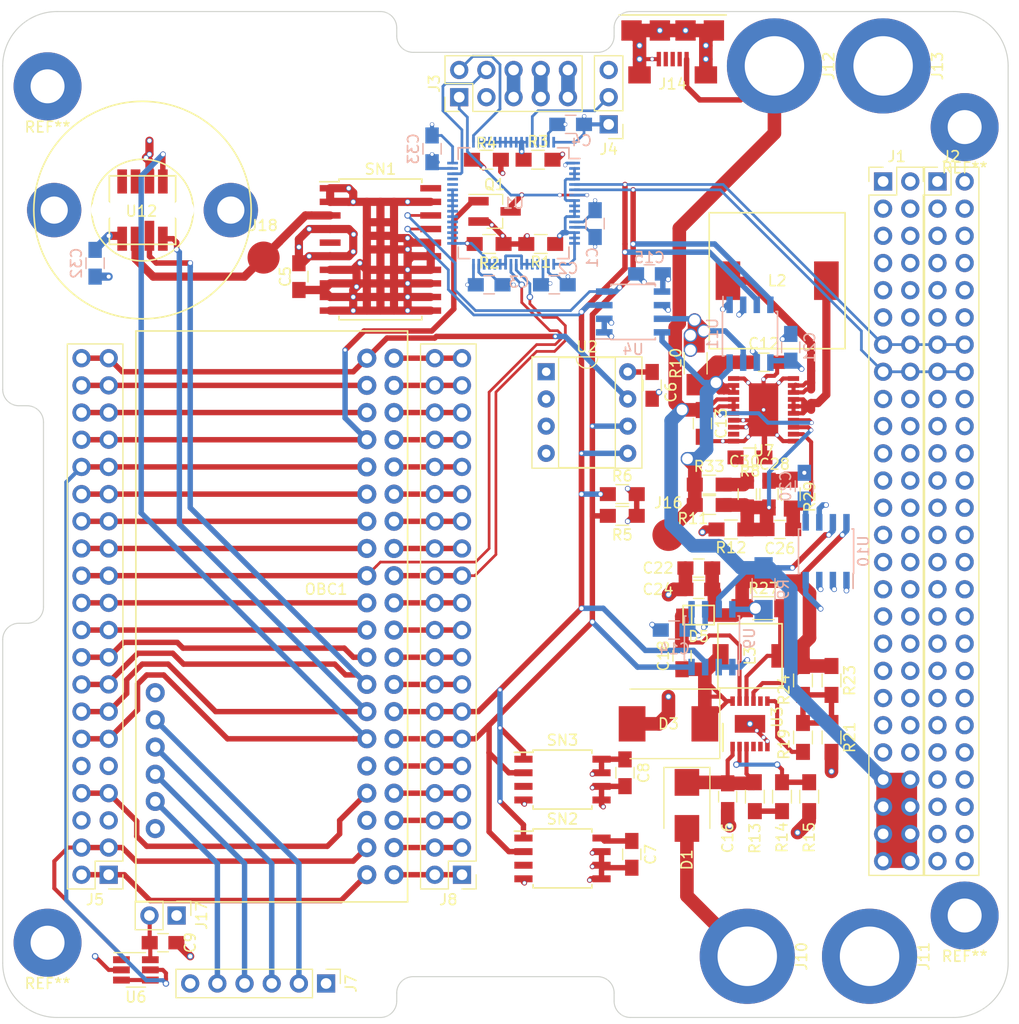
<source format=kicad_pcb>
(kicad_pcb (version 4) (host pcbnew 4.0.7)
  (layers (0 TOP signal) (1 GND signal) (2 PWR signal) (31 BOT signal) (34 B.Paste user) (35 F.Paste user) (36 B.SilkS user) (37 F.SilkS user) (38 B.Mask user) (39 F.Mask user) (44 Edge.Cuts user))
  (net 0 "")
  (net 1 "Net-(J1-Pad9)")
  (net 2 "Net-(J1-Pad10)")
  (net 3 "Net-(J1-Pad11)")
  (net 4 "Net-(J1-Pad12)")
  (net 5 "Net-(J1-Pad39)")
  (net 6 "Net-(J1-Pad40)")
  (net 7 "Net-(J1-Pad41)")
  (net 8 "Net-(J1-Pad42)")
  (net 9 "Net-(J1-Pad43)")
  (net 10 "Net-(J1-Pad44)")
  (net 11 "Net-(J2-Pad9)")
  (net 12 "Net-(J2-Pad10)")
  (net 13 "Net-(J2-Pad11)")
  (net 14 "Net-(J2-Pad12)")
  (net 15 "Net-(J2-Pad17)")
  (net 16 "Net-(J2-Pad18)")
  (net 17 "Net-(J2-Pad19)")
  (net 18 "Net-(J2-Pad20)")
  (net 19 "Net-(J2-Pad21)")
  (net 20 "Net-(J2-Pad22)")
  (net 21 "Net-(J2-Pad23)")
  (net 22 "Net-(J2-Pad24)")
  (net 23 "Net-(J2-Pad25)")
  (net 24 "Net-(J2-Pad26)")
  (net 25 "Net-(J2-Pad27)")
  (net 26 "Net-(J2-Pad28)")
  (net 27 "Net-(J2-Pad29)")
  (net 28 "Net-(J2-Pad30)")
  (net 29 "Net-(J2-Pad31)")
  (net 30 "Net-(J2-Pad32)")
  (net 31 "Net-(J2-Pad33)")
  (net 32 "Net-(J2-Pad34)")
  (net 33 "Net-(J2-Pad35)")
  (net 34 "Net-(J2-Pad36)")
  (net 35 "Net-(J2-Pad37)")
  (net 36 "Net-(J2-Pad38)")
  (net 37 "Net-(J2-Pad39)")
  (net 38 "Net-(J2-Pad40)")
  (net 39 "Net-(J2-Pad41)")
  (net 40 "Net-(J2-Pad42)")
  (net 41 "Net-(J2-Pad43)")
  (net 42 "Net-(J2-Pad44)")
  (net 43 +3V3)
  (net 44 GND)
  (net 45 "Net-(C9-Pad1)")
  (net 46 +BATT)
  (net 47 /POWER/VOUT3)
  (net 48 "Net-(C16-Pad1)")
  (net 49 "Net-(C18-Pad1)")
  (net 50 "Net-(C18-Pad2)")
  (net 51 /POWER/MPPT_OUT)
  (net 52 "Net-(C26-Pad1)")
  (net 53 "Net-(C26-Pad2)")
  (net 54 "Net-(C28-Pad2)")
  (net 55 "Net-(C30-Pad1)")
  (net 56 /POWER/MPPT_IN)
  (net 57 /SDA0)
  (net 58 /SCL0)
  (net 59 /ARM_SPI1_SCK)
  (net 60 /ARM_SPI1_MISO)
  (net 61 /ARM_SPI1_MOSI)
  (net 62 /ARM_UART2_MISO)
  (net 63 /ARM_UART2_MOSI)
  (net 64 /ARM_USB_D-)
  (net 65 /ARM_USB_D+)
  (net 66 /CAN_RX)
  (net 67 /CAN_TX)
  (net 68 /ARM_RST)
  (net 69 /ARM_SWCLK)
  (net 70 "Net-(J3-Pad3)")
  (net 71 /ARM_SWDIO)
  (net 72 +5V)
  (net 73 "Net-(J4-Pad2)")
  (net 74 "Net-(J5-Pad1)")
  (net 75 /~OBC_RST)
  (net 76 "Net-(J5-Pad7)")
  (net 77 /BARO_CLK)
  (net 78 /BARO_MISO)
  (net 79 /BARO_MOSI)
  (net 80 "Net-(J5-Pad17)")
  (net 81 "Net-(J5-Pad19)")
  (net 82 "Net-(J5-Pad21)")
  (net 83 /UART0_MOSI)
  (net 84 "Net-(J5-Pad25)")
  (net 85 "Net-(J5-Pad27)")
  (net 86 "Net-(J5-Pad29)")
  (net 87 /WDT_KICK)
  (net 88 /ARM_MSTR_RST)
  (net 89 "Net-(J5-Pad35)")
  (net 90 "Net-(J5-Pad37)")
  (net 91 /EEPROM_WP)
  (net 92 "Net-(J7-Pad2)")
  (net 93 /DBG_MOSI)
  (net 94 /DBG_MISO)
  (net 95 "Net-(J7-Pad5)")
  (net 96 "Net-(J8-Pad1)")
  (net 97 "Net-(J8-Pad3)")
  (net 98 "Net-(J8-Pad5)")
  (net 99 "Net-(J8-Pad7)")
  (net 100 "Net-(J8-Pad10)")
  (net 101 "Net-(J8-Pad15)")
  (net 102 "Net-(J8-Pad17)")
  (net 103 /UART0_MISO)
  (net 104 "Net-(J8-Pad25)")
  (net 105 "Net-(J8-Pad27)")
  (net 106 "Net-(J8-Pad29)")
  (net 107 "Net-(J8-Pad31)")
  (net 108 "Net-(J8-Pad33)")
  (net 109 "Net-(J8-Pad35)")
  (net 110 "Net-(J8-Pad37)")
  (net 111 "Net-(J8-Pad39)")
  (net 112 "Net-(J14-Pad2)")
  (net 113 "Net-(J14-Pad3)")
  (net 114 "Net-(J14-Pad4)")
  (net 115 /32kHz)
  (net 116 "Net-(L2-Pad2)")
  (net 117 "Net-(L2-Pad1)")
  (net 118 "Net-(L3-Pad1)")
  (net 119 /L_MCU_GND)
  (net 120 /B_MCU_GND)
  (net 121 /T_MCU_GND)
  (net 122 "Net-(R8-Pad1)")
  (net 123 "Net-(R13-Pad2)")
  (net 124 "Net-(R14-Pad2)")
  (net 125 "Net-(R19-Pad1)")
  (net 126 "Net-(R19-Pad2)")
  (net 127 "Net-(SN1-Pad5)")
  (net 128 "Net-(SN2-Pad3)")
  (net 129 "Net-(SN3-Pad3)")
  (net 130 "Net-(U3-Pad4)")
  (net 131 "Net-(U3-Pad5)")
  (net 132 "Net-(U3-Pad8)")
  (net 133 "Net-(U6-Pad3)")
  (net 134 "Net-(U12-Pad3)")
  (net 135 "Net-(U12-Pad4)")
  (net 136 "Net-(J8-Pad19)")
  (net 137 "Net-(J8-Pad21)")
  (module aleksandr_footprints:L-7443330220 (layer TOP) (at 202.04696 52.67972)
    (fp_text reference L2 (at 0 0) (layer F.SilkS))
    (fp_text value 2.2uH)
    (pad 2 smd rect (at 4.6 0) (size 2.3 3.6) (layers TOP F.Paste F.Mask) (net 116 "Net-(L2-Pad2)"))
    (pad 1 smd rect (at -4.6 0) (size 2.3 3.6) (layers TOP F.Paste F.Mask) (net 117 "Net-(L2-Pad1)"))
  )
  (module Pin_Headers:Pin_Header_Straight_2x26_Pitch2.54mm (layer TOP) (at 211.95296 43.40872)
    (fp_text reference J1 (at 1.27 -2.33) (layer F.SilkS))
    (fp_text value CONN_02X26)
    (pad 1 thru_hole rect (at 0 0) (size 1.7 1.7) (drill 1) (layers *.Cu *.Mask) (net 43 +3V3))
    (pad 2 thru_hole oval (at 2.54 0) (size 1.7 1.7) (drill 1) (layers *.Cu *.Mask) (net 43 +3V3))
    (pad 3 thru_hole oval (at 0 2.54) (size 1.7 1.7) (drill 1) (layers *.Cu *.Mask) (net 43 +3V3))
    (pad 4 thru_hole oval (at 2.54 2.54) (size 1.7 1.7) (drill 1) (layers *.Cu *.Mask) (net 43 +3V3))
    (pad 5 thru_hole oval (at 0 5.08) (size 1.7 1.7) (drill 1) (layers *.Cu *.Mask) (net 43 +3V3))
    (pad 6 thru_hole oval (at 2.54 5.08) (size 1.7 1.7) (drill 1) (layers *.Cu *.Mask) (net 43 +3V3))
    (pad 7 thru_hole oval (at 0 7.62) (size 1.7 1.7) (drill 1) (layers *.Cu *.Mask) (net 43 +3V3))
    (pad 8 thru_hole oval (at 2.54 7.62) (size 1.7 1.7) (drill 1) (layers *.Cu *.Mask) (net 43 +3V3))
    (pad 9 thru_hole oval (at 0 10.16) (size 1.7 1.7) (drill 1) (layers *.Cu *.Mask) (net 1 "Net-(J1-Pad9)"))
    (pad 10 thru_hole oval (at 2.54 10.16) (size 1.7 1.7) (drill 1) (layers *.Cu *.Mask) (net 2 "Net-(J1-Pad10)"))
    (pad 11 thru_hole oval (at 0 12.7) (size 1.7 1.7) (drill 1) (layers *.Cu *.Mask) (net 3 "Net-(J1-Pad11)"))
    (pad 12 thru_hole oval (at 2.54 12.7) (size 1.7 1.7) (drill 1) (layers *.Cu *.Mask) (net 4 "Net-(J1-Pad12)"))
    (pad 13 thru_hole oval (at 0 15.24) (size 1.7 1.7) (drill 1) (layers *.Cu *.Mask) (net 57 /SDA0))
    (pad 14 thru_hole oval (at 2.54 15.24) (size 1.7 1.7) (drill 1) (layers *.Cu *.Mask) (net 57 /SDA0))
    (pad 15 thru_hole oval (at 0 17.78) (size 1.7 1.7) (drill 1) (layers *.Cu *.Mask) (net 58 /SCL0))
    (pad 16 thru_hole oval (at 2.54 17.78) (size 1.7 1.7) (drill 1) (layers *.Cu *.Mask) (net 58 /SCL0))
    (pad 17 thru_hole oval (at 0 20.32) (size 1.7 1.7) (drill 1) (layers *.Cu *.Mask) (net 59 /ARM_SPI1_SCK))
    (pad 18 thru_hole oval (at 2.54 20.32) (size 1.7 1.7) (drill 1) (layers *.Cu *.Mask) (net 44 GND))
    (pad 19 thru_hole oval (at 0 22.86) (size 1.7 1.7) (drill 1) (layers *.Cu *.Mask) (net 60 /ARM_SPI1_MISO))
    (pad 20 thru_hole oval (at 2.54 22.86) (size 1.7 1.7) (drill 1) (layers *.Cu *.Mask) (net 44 GND))
    (pad 21 thru_hole oval (at 0 25.4) (size 1.7 1.7) (drill 1) (layers *.Cu *.Mask) (net 61 /ARM_SPI1_MOSI))
    (pad 22 thru_hole oval (at 2.54 25.4) (size 1.7 1.7) (drill 1) (layers *.Cu *.Mask) (net 44 GND))
    (pad 23 thru_hole oval (at 0 27.94) (size 1.7 1.7) (drill 1) (layers *.Cu *.Mask) (net 62 /ARM_UART2_MISO))
    (pad 24 thru_hole oval (at 2.54 27.94) (size 1.7 1.7) (drill 1) (layers *.Cu *.Mask) (net 44 GND))
    (pad 25 thru_hole oval (at 0 30.48) (size 1.7 1.7) (drill 1) (layers *.Cu *.Mask) (net 63 /ARM_UART2_MOSI))
    (pad 26 thru_hole oval (at 2.54 30.48) (size 1.7 1.7) (drill 1) (layers *.Cu *.Mask) (net 44 GND))
    (pad 27 thru_hole oval (at 0 33.02) (size 1.7 1.7) (drill 1) (layers *.Cu *.Mask) (net 64 /ARM_USB_D-))
    (pad 28 thru_hole oval (at 2.54 33.02) (size 1.7 1.7) (drill 1) (layers *.Cu *.Mask) (net 44 GND))
    (pad 29 thru_hole oval (at 0 35.56) (size 1.7 1.7) (drill 1) (layers *.Cu *.Mask) (net 65 /ARM_USB_D+))
    (pad 30 thru_hole oval (at 2.54 35.56) (size 1.7 1.7) (drill 1) (layers *.Cu *.Mask) (net 44 GND))
    (pad 31 thru_hole oval (at 0 38.1) (size 1.7 1.7) (drill 1) (layers *.Cu *.Mask) (net 44 GND))
    (pad 32 thru_hole oval (at 2.54 38.1) (size 1.7 1.7) (drill 1) (layers *.Cu *.Mask) (net 44 GND))
    (pad 33 thru_hole oval (at 0 40.64) (size 1.7 1.7) (drill 1) (layers *.Cu *.Mask) (net 66 /CAN_RX))
    (pad 34 thru_hole oval (at 2.54 40.64) (size 1.7 1.7) (drill 1) (layers *.Cu *.Mask) (net 44 GND))
    (pad 35 thru_hole oval (at 0 43.18) (size 1.7 1.7) (drill 1) (layers *.Cu *.Mask) (net 67 /CAN_TX))
    (pad 36 thru_hole oval (at 2.54 43.18) (size 1.7 1.7) (drill 1) (layers *.Cu *.Mask) (net 44 GND))
    (pad 37 thru_hole oval (at 0 45.72) (size 1.7 1.7) (drill 1) (layers *.Cu *.Mask) (net 44 GND))
    (pad 38 thru_hole oval (at 2.54 45.72) (size 1.7 1.7) (drill 1) (layers *.Cu *.Mask) (net 44 GND))
    (pad 39 thru_hole oval (at 0 48.26) (size 1.7 1.7) (drill 1) (layers *.Cu *.Mask) (net 5 "Net-(J1-Pad39)"))
    (pad 40 thru_hole oval (at 2.54 48.26) (size 1.7 1.7) (drill 1) (layers *.Cu *.Mask) (net 6 "Net-(J1-Pad40)"))
    (pad 41 thru_hole oval (at 0 50.8) (size 1.7 1.7) (drill 1) (layers *.Cu *.Mask) (net 7 "Net-(J1-Pad41)"))
    (pad 42 thru_hole oval (at 2.54 50.8) (size 1.7 1.7) (drill 1) (layers *.Cu *.Mask) (net 8 "Net-(J1-Pad42)"))
    (pad 43 thru_hole oval (at 0 53.34) (size 1.7 1.7) (drill 1) (layers *.Cu *.Mask) (net 9 "Net-(J1-Pad43)"))
    (pad 44 thru_hole oval (at 2.54 53.34) (size 1.7 1.7) (drill 1) (layers *.Cu *.Mask) (net 10 "Net-(J1-Pad44)"))
    (pad 45 thru_hole oval (at 0 55.88) (size 1.7 1.7) (drill 1) (layers *.Cu *.Mask) (net 46 +BATT))
    (pad 46 thru_hole oval (at 2.54 55.88) (size 1.7 1.7) (drill 1) (layers *.Cu *.Mask) (net 46 +BATT))
    (pad 47 thru_hole oval (at 0 58.42) (size 1.7 1.7) (drill 1) (layers *.Cu *.Mask) (net 46 +BATT))
    (pad 48 thru_hole oval (at 2.54 58.42) (size 1.7 1.7) (drill 1) (layers *.Cu *.Mask) (net 46 +BATT))
    (pad 49 thru_hole oval (at 0 60.96) (size 1.7 1.7) (drill 1) (layers *.Cu *.Mask) (net 46 +BATT))
    (pad 50 thru_hole oval (at 2.54 60.96) (size 1.7 1.7) (drill 1) (layers *.Cu *.Mask) (net 46 +BATT))
    (pad 51 thru_hole oval (at 0 63.5) (size 1.7 1.7) (drill 1) (layers *.Cu *.Mask) (net 46 +BATT))
    (pad 52 thru_hole oval (at 2.54 63.5) (size 1.7 1.7) (drill 1) (layers *.Cu *.Mask) (net 46 +BATT))
  )
  (module Pin_Headers:Pin_Header_Straight_2x26_Pitch2.54mm (layer TOP) (at 217.03296 43.40872)
    (fp_text reference J2 (at 1.27 -2.33) (layer F.SilkS))
    (fp_text value CONN_02X26)
    (pad 1 thru_hole rect (at 0 0) (size 1.7 1.7) (drill 1) (layers *.Cu *.Mask) (net 44 GND))
    (pad 2 thru_hole oval (at 2.54 0) (size 1.7 1.7) (drill 1) (layers *.Cu *.Mask) (net 44 GND))
    (pad 3 thru_hole oval (at 0 2.54) (size 1.7 1.7) (drill 1) (layers *.Cu *.Mask) (net 44 GND))
    (pad 4 thru_hole oval (at 2.54 2.54) (size 1.7 1.7) (drill 1) (layers *.Cu *.Mask) (net 44 GND))
    (pad 5 thru_hole oval (at 0 5.08) (size 1.7 1.7) (drill 1) (layers *.Cu *.Mask) (net 44 GND))
    (pad 6 thru_hole oval (at 2.54 5.08) (size 1.7 1.7) (drill 1) (layers *.Cu *.Mask) (net 44 GND))
    (pad 7 thru_hole oval (at 0 7.62) (size 1.7 1.7) (drill 1) (layers *.Cu *.Mask) (net 44 GND))
    (pad 8 thru_hole oval (at 2.54 7.62) (size 1.7 1.7) (drill 1) (layers *.Cu *.Mask) (net 44 GND))
    (pad 9 thru_hole oval (at 0 10.16) (size 1.7 1.7) (drill 1) (layers *.Cu *.Mask) (net 11 "Net-(J2-Pad9)"))
    (pad 10 thru_hole oval (at 2.54 10.16) (size 1.7 1.7) (drill 1) (layers *.Cu *.Mask) (net 12 "Net-(J2-Pad10)"))
    (pad 11 thru_hole oval (at 0 12.7) (size 1.7 1.7) (drill 1) (layers *.Cu *.Mask) (net 13 "Net-(J2-Pad11)"))
    (pad 12 thru_hole oval (at 2.54 12.7) (size 1.7 1.7) (drill 1) (layers *.Cu *.Mask) (net 14 "Net-(J2-Pad12)"))
    (pad 13 thru_hole oval (at 0 15.24) (size 1.7 1.7) (drill 1) (layers *.Cu *.Mask) (net 57 /SDA0))
    (pad 14 thru_hole oval (at 2.54 15.24) (size 1.7 1.7) (drill 1) (layers *.Cu *.Mask) (net 57 /SDA0))
    (pad 15 thru_hole oval (at 0 17.78) (size 1.7 1.7) (drill 1) (layers *.Cu *.Mask) (net 58 /SCL0))
    (pad 16 thru_hole oval (at 2.54 17.78) (size 1.7 1.7) (drill 1) (layers *.Cu *.Mask) (net 58 /SCL0))
    (pad 17 thru_hole oval (at 0 20.32) (size 1.7 1.7) (drill 1) (layers *.Cu *.Mask) (net 15 "Net-(J2-Pad17)"))
    (pad 18 thru_hole oval (at 2.54 20.32) (size 1.7 1.7) (drill 1) (layers *.Cu *.Mask) (net 16 "Net-(J2-Pad18)"))
    (pad 19 thru_hole oval (at 0 22.86) (size 1.7 1.7) (drill 1) (layers *.Cu *.Mask) (net 17 "Net-(J2-Pad19)"))
    (pad 20 thru_hole oval (at 2.54 22.86) (size 1.7 1.7) (drill 1) (layers *.Cu *.Mask) (net 18 "Net-(J2-Pad20)"))
    (pad 21 thru_hole oval (at 0 25.4) (size 1.7 1.7) (drill 1) (layers *.Cu *.Mask) (net 19 "Net-(J2-Pad21)"))
    (pad 22 thru_hole oval (at 2.54 25.4) (size 1.7 1.7) (drill 1) (layers *.Cu *.Mask) (net 20 "Net-(J2-Pad22)"))
    (pad 23 thru_hole oval (at 0 27.94) (size 1.7 1.7) (drill 1) (layers *.Cu *.Mask) (net 21 "Net-(J2-Pad23)"))
    (pad 24 thru_hole oval (at 2.54 27.94) (size 1.7 1.7) (drill 1) (layers *.Cu *.Mask) (net 22 "Net-(J2-Pad24)"))
    (pad 25 thru_hole oval (at 0 30.48) (size 1.7 1.7) (drill 1) (layers *.Cu *.Mask) (net 23 "Net-(J2-Pad25)"))
    (pad 26 thru_hole oval (at 2.54 30.48) (size 1.7 1.7) (drill 1) (layers *.Cu *.Mask) (net 24 "Net-(J2-Pad26)"))
    (pad 27 thru_hole oval (at 0 33.02) (size 1.7 1.7) (drill 1) (layers *.Cu *.Mask) (net 25 "Net-(J2-Pad27)"))
    (pad 28 thru_hole oval (at 2.54 33.02) (size 1.7 1.7) (drill 1) (layers *.Cu *.Mask) (net 26 "Net-(J2-Pad28)"))
    (pad 29 thru_hole oval (at 0 35.56) (size 1.7 1.7) (drill 1) (layers *.Cu *.Mask) (net 27 "Net-(J2-Pad29)"))
    (pad 30 thru_hole oval (at 2.54 35.56) (size 1.7 1.7) (drill 1) (layers *.Cu *.Mask) (net 28 "Net-(J2-Pad30)"))
    (pad 31 thru_hole oval (at 0 38.1) (size 1.7 1.7) (drill 1) (layers *.Cu *.Mask) (net 29 "Net-(J2-Pad31)"))
    (pad 32 thru_hole oval (at 2.54 38.1) (size 1.7 1.7) (drill 1) (layers *.Cu *.Mask) (net 30 "Net-(J2-Pad32)"))
    (pad 33 thru_hole oval (at 0 40.64) (size 1.7 1.7) (drill 1) (layers *.Cu *.Mask) (net 31 "Net-(J2-Pad33)"))
    (pad 34 thru_hole oval (at 2.54 40.64) (size 1.7 1.7) (drill 1) (layers *.Cu *.Mask) (net 32 "Net-(J2-Pad34)"))
    (pad 35 thru_hole oval (at 0 43.18) (size 1.7 1.7) (drill 1) (layers *.Cu *.Mask) (net 33 "Net-(J2-Pad35)"))
    (pad 36 thru_hole oval (at 2.54 43.18) (size 1.7 1.7) (drill 1) (layers *.Cu *.Mask) (net 34 "Net-(J2-Pad36)"))
    (pad 37 thru_hole oval (at 0 45.72) (size 1.7 1.7) (drill 1) (layers *.Cu *.Mask) (net 35 "Net-(J2-Pad37)"))
    (pad 38 thru_hole oval (at 2.54 45.72) (size 1.7 1.7) (drill 1) (layers *.Cu *.Mask) (net 36 "Net-(J2-Pad38)"))
    (pad 39 thru_hole oval (at 0 48.26) (size 1.7 1.7) (drill 1) (layers *.Cu *.Mask) (net 37 "Net-(J2-Pad39)"))
    (pad 40 thru_hole oval (at 2.54 48.26) (size 1.7 1.7) (drill 1) (layers *.Cu *.Mask) (net 38 "Net-(J2-Pad40)"))
    (pad 41 thru_hole oval (at 0 50.8) (size 1.7 1.7) (drill 1) (layers *.Cu *.Mask) (net 39 "Net-(J2-Pad41)"))
    (pad 42 thru_hole oval (at 2.54 50.8) (size 1.7 1.7) (drill 1) (layers *.Cu *.Mask) (net 40 "Net-(J2-Pad42)"))
    (pad 43 thru_hole oval (at 0 53.34) (size 1.7 1.7) (drill 1) (layers *.Cu *.Mask) (net 41 "Net-(J2-Pad43)"))
    (pad 44 thru_hole oval (at 2.54 53.34) (size 1.7 1.7) (drill 1) (layers *.Cu *.Mask) (net 42 "Net-(J2-Pad44)"))
    (pad 45 thru_hole oval (at 0 55.88) (size 1.7 1.7) (drill 1) (layers *.Cu *.Mask) (net 44 GND))
    (pad 46 thru_hole oval (at 2.54 55.88) (size 1.7 1.7) (drill 1) (layers *.Cu *.Mask) (net 44 GND))
    (pad 47 thru_hole oval (at 0 58.42) (size 1.7 1.7) (drill 1) (layers *.Cu *.Mask) (net 44 GND))
    (pad 48 thru_hole oval (at 2.54 58.42) (size 1.7 1.7) (drill 1) (layers *.Cu *.Mask) (net 44 GND))
    (pad 49 thru_hole oval (at 0 60.96) (size 1.7 1.7) (drill 1) (layers *.Cu *.Mask) (net 44 GND))
    (pad 50 thru_hole oval (at 2.54 60.96) (size 1.7 1.7) (drill 1) (layers *.Cu *.Mask) (net 44 GND))
    (pad 51 thru_hole oval (at 0 63.5) (size 1.7 1.7) (drill 1) (layers *.Cu *.Mask) (net 44 GND))
    (pad 52 thru_hole oval (at 2.54 63.5) (size 1.7 1.7) (drill 1) (layers *.Cu *.Mask) (net 44 GND))
  )
  (module Capacitors_SMD:C_0805_HandSoldering (layer BOT) (at 185.02896 47.34572 90)
    (fp_text reference C1 (at -3.175 -0.254 90) (layer B.SilkS) (effects (justify mirror)))
    (fp_text value 0.1uF)
    (pad 1 smd rect (at -1.25 0 90) (size 1.5 1.25) (layers BOT B.Paste B.Mask) (net 43 +3V3))
    (pad 2 smd rect (at 1.25 0 90) (size 1.5 1.25) (layers BOT B.Paste B.Mask) (net 44 GND))
  )
  (module Capacitors_SMD:C_0805_HandSoldering (layer BOT) (at 181.21896 53.06072)
    (fp_text reference C2 (at 1.27 -1.524) (layer B.SilkS) (effects (justify mirror)))
    (fp_text value 0.1uF)
    (pad 1 smd rect (at -1.25 0) (size 1.5 1.25) (layers BOT B.Paste B.Mask) (net 43 +3V3))
    (pad 2 smd rect (at 1.25 0) (size 1.5 1.25) (layers BOT B.Paste B.Mask) (net 44 GND))
  )
  (module Capacitors_SMD:C_0805_HandSoldering (layer BOT) (at 175.12296 53.06072)
    (fp_text reference C3 (at 2.794 -0.254) (layer B.SilkS) (effects (justify mirror)))
    (fp_text value 0.1uF)
    (pad 1 smd rect (at -1.25 0) (size 1.5 1.25) (layers BOT B.Paste B.Mask) (net 43 +3V3))
    (pad 2 smd rect (at 1.25 0) (size 1.5 1.25) (layers BOT B.Paste B.Mask) (net 44 GND))
  )
  (module Capacitors_SMD:C_0805_HandSoldering (layer BOT) (at 182.74296 38.07472 180)
    (fp_text reference C4 (at -1.016 -1.524 180) (layer B.SilkS) (effects (justify mirror)))
    (fp_text value 0.1uF)
    (pad 1 smd rect (at -1.25 0 180) (size 1.5 1.25) (layers BOT B.Paste B.Mask) (net 43 +3V3))
    (pad 2 smd rect (at 1.25 0 180) (size 1.5 1.25) (layers BOT B.Paste B.Mask) (net 44 GND))
  )
  (module Capacitors_SMD:C_0805_HandSoldering (layer TOP) (at 157.34296 52.29872 270)
    (fp_text reference C5 (at 0 1.27 270) (layer F.SilkS))
    (fp_text value 0.1uF)
    (pad 1 smd rect (at -1.25 0 270) (size 1.5 1.25) (layers TOP F.Paste F.Mask) (net 43 +3V3))
    (pad 2 smd rect (at 1.25 0 270) (size 1.5 1.25) (layers TOP F.Paste F.Mask) (net 44 GND))
  )
  (module Capacitors_SMD:C_0805_HandSoldering (layer TOP) (at 190.36296 62.45872 270)
    (fp_text reference C6 (at 0.635 -1.75 270) (layer F.SilkS))
    (fp_text value 0.1uF)
    (pad 1 smd rect (at -1.25 0 270) (size 1.5 1.25) (layers TOP F.Paste F.Mask) (net 43 +3V3))
    (pad 2 smd rect (at 1.25 0 270) (size 1.5 1.25) (layers TOP F.Paste F.Mask) (net 44 GND))
  )
  (module Capacitors_SMD:C_0805_HandSoldering (layer TOP) (at 188.45796 106.27372 270)
    (fp_text reference C7 (at 0 -1.75 270) (layer F.SilkS))
    (fp_text value 0.1uF)
    (pad 1 smd rect (at -1.25 0 270) (size 1.5 1.25) (layers TOP F.Paste F.Mask) (net 43 +3V3))
    (pad 2 smd rect (at 1.25 0 270) (size 1.5 1.25) (layers TOP F.Paste F.Mask) (net 44 GND))
  )
  (module Capacitors_SMD:C_0805_HandSoldering (layer TOP) (at 187.82296 98.65372 270)
    (fp_text reference C8 (at 0 -1.75 270) (layer F.SilkS))
    (fp_text value 0.1uF)
    (pad 1 smd rect (at -1.25 0 270) (size 1.5 1.25) (layers TOP F.Paste F.Mask) (net 43 +3V3))
    (pad 2 smd rect (at 1.25 0 270) (size 1.5 1.25) (layers TOP F.Paste F.Mask) (net 44 GND))
  )
  (module Capacitors_SMD:C_0805_HandSoldering (layer TOP) (at 144.64296 114.52872)
    (fp_text reference C9 (at 2.54 0 270) (layer F.SilkS))
    (fp_text value 0.1uF)
    (pad 1 smd rect (at -1.25 0) (size 1.5 1.25) (layers TOP F.Paste F.Mask) (net 45 "Net-(C9-Pad1)"))
    (pad 2 smd rect (at 1.25 0) (size 1.5 1.25) (layers TOP F.Paste F.Mask) (net 44 GND))
  )
  (module Capacitors_SMD:C_0805_HandSoldering (layer TOP) (at 200.79696 60.29972)
    (fp_text reference C12 (at 0 -1.75) (layer F.SilkS))
    (fp_text value 100uF)
    (pad 1 smd rect (at -1.25 0) (size 1.5 1.25) (layers TOP F.Paste F.Mask) (net 47 /POWER/VOUT3))
    (pad 2 smd rect (at 1.25 0) (size 1.5 1.25) (layers TOP F.Paste F.Mask) (net 44 GND))
  )
  (module Capacitors_SMD:C_0805_HandSoldering (layer TOP) (at 195.06196 66.01472 270)
    (fp_text reference C13 (at 0 -1.75 270) (layer F.SilkS))
    (fp_text value 47uF)
    (pad 1 smd rect (at -1.25 0 270) (size 1.5 1.25) (layers TOP F.Paste F.Mask) (net 46 +BATT))
    (pad 2 smd rect (at 1.25 0 270) (size 1.5 1.25) (layers TOP F.Paste F.Mask) (net 44 GND))
  )
  (module Capacitors_SMD:C_0805_HandSoldering (layer BOT) (at 192.41496 85.31872)
    (fp_text reference C14 (at 0 1.75) (layer B.SilkS) (effects (justify mirror)))
    (fp_text value 0.1uF)
    (pad 1 smd rect (at -1.25 0) (size 1.5 1.25) (layers BOT B.Paste B.Mask) (net 44 GND))
    (pad 2 smd rect (at 1.25 0) (size 1.5 1.25) (layers BOT B.Paste B.Mask) (net 43 +3V3))
  )
  (module Capacitors_SMD:C_0805_HandSoldering (layer BOT) (at 190.10896 52.04472)
    (fp_text reference C15 (at 0 -1.524) (layer B.SilkS) (effects (justify mirror)))
    (fp_text value 0.1uF)
    (pad 1 smd rect (at -1.25 0) (size 1.5 1.25) (layers BOT B.Paste B.Mask) (net 44 GND))
    (pad 2 smd rect (at 1.25 0) (size 1.5 1.25) (layers BOT B.Paste B.Mask) (net 43 +3V3))
  )
  (module Capacitors_SMD:C_0805_HandSoldering (layer TOP) (at 197.421628 100.886766 270)
    (fp_text reference C16 (at 3.83 0 270) (layer F.SilkS))
    (fp_text value 0.1uF)
    (pad 1 smd rect (at -1.25 0 270) (size 1.5 1.25) (layers TOP F.Paste F.Mask) (net 48 "Net-(C16-Pad1)"))
    (pad 2 smd rect (at 1.25 0 270) (size 1.5 1.25) (layers TOP F.Paste F.Mask) (net 44 GND))
  )
  (module Capacitors_SMD:C_0805_HandSoldering (layer TOP) (at 193.15696 87.73172 90)
    (fp_text reference C18 (at 0 -1.75 90) (layer F.SilkS))
    (fp_text value 1uF)
    (pad 1 smd rect (at -1.25 0 90) (size 1.5 1.25) (layers TOP F.Paste F.Mask) (net 49 "Net-(C18-Pad1)"))
    (pad 2 smd rect (at 1.25 0 90) (size 1.5 1.25) (layers TOP F.Paste F.Mask) (net 50 "Net-(C18-Pad2)"))
  )
  (module Capacitors_SMD:C_0805_HandSoldering (layer BOT) (at 204.58696 71.87672 270)
    (fp_text reference C20 (at 0 1.75 270) (layer B.SilkS) (effects (justify mirror)))
    (fp_text value 0.1uF)
    (pad 1 smd rect (at -1.25 0 270) (size 1.5 1.25) (layers BOT B.Paste B.Mask) (net 44 GND))
    (pad 2 smd rect (at 1.25 0 270) (size 1.5 1.25) (layers BOT B.Paste B.Mask) (net 43 +3V3))
  )
  (module Capacitors_SMD:C_0805_HandSoldering (layer BOT) (at 203.31696 58.90272 270)
    (fp_text reference C21 (at 0 -1.778 270) (layer B.SilkS) (effects (justify mirror)))
    (fp_text value 0.1uF)
    (pad 1 smd rect (at -1.25 0 270) (size 1.5 1.25) (layers BOT B.Paste B.Mask) (net 44 GND))
    (pad 2 smd rect (at 1.25 0 270) (size 1.5 1.25) (layers BOT B.Paste B.Mask) (net 43 +3V3))
  )
  (module Capacitors_SMD:C_0805_HandSoldering (layer TOP) (at 194.72196 79.526721 180)
    (fp_text reference C22 (at 3.81 0 180) (layer F.SilkS))
    (fp_text value 10uF)
    (pad 1 smd rect (at -1.25 0 180) (size 1.5 1.25) (layers TOP F.Paste F.Mask) (net 51 /POWER/MPPT_OUT))
    (pad 2 smd rect (at 1.25 0 180) (size 1.5 1.25) (layers TOP F.Paste F.Mask) (net 44 GND))
  )
  (module Capacitors_SMD:C_0805_HandSoldering (layer TOP) (at 194.72196 81.51876 180)
    (fp_text reference C24 (at 3.81 0 180) (layer F.SilkS))
    (fp_text value 100uF)
    (pad 1 smd rect (at -1.25 0 180) (size 1.5 1.25) (layers TOP F.Paste F.Mask) (net 51 /POWER/MPPT_OUT))
    (pad 2 smd rect (at 1.25 0 180) (size 1.5 1.25) (layers TOP F.Paste F.Mask) (net 44 GND))
  )
  (module Capacitors_SMD:C_0805_HandSoldering (layer TOP) (at 202.30096 75.92072)
    (fp_text reference C26 (at 0 1.778) (layer F.SilkS))
    (fp_text value 12pF)
    (pad 1 smd rect (at -1.25 0) (size 1.5 1.25) (layers TOP F.Paste F.Mask) (net 52 "Net-(C26-Pad1)"))
    (pad 2 smd rect (at 1.25 0) (size 1.5 1.25) (layers TOP F.Paste F.Mask) (net 53 "Net-(C26-Pad2)"))
  )
  (module Capacitors_SMD:C_0805_HandSoldering (layer TOP) (at 201.28496 72.61872 90)
    (fp_text reference C28 (at 2.794 0.508 180) (layer F.SilkS))
    (fp_text value 680pF)
    (pad 1 smd rect (at -1.25 0 90) (size 1.5 1.25) (layers TOP F.Paste F.Mask) (net 52 "Net-(C26-Pad1)"))
    (pad 2 smd rect (at 1.25 0 90) (size 1.5 1.25) (layers TOP F.Paste F.Mask) (net 54 "Net-(C28-Pad2)"))
  )
  (module Capacitors_SMD:C_0805_HandSoldering (layer TOP) (at 199.25296 72.61872 270)
    (fp_text reference C30 (at -3.048 0.254 360) (layer F.SilkS))
    (fp_text value 47pF)
    (pad 1 smd rect (at -1.25 0 270) (size 1.5 1.25) (layers TOP F.Paste F.Mask) (net 55 "Net-(C30-Pad1)"))
    (pad 2 smd rect (at 1.25 0 270) (size 1.5 1.25) (layers TOP F.Paste F.Mask) (net 52 "Net-(C26-Pad1)"))
  )
  (module Capacitors_SMD:C_0805_HandSoldering (layer BOT) (at 138.29296 51.04872 270)
    (fp_text reference C32 (at 0 1.75 270) (layer B.SilkS) (effects (justify mirror)))
    (fp_text value 0.1uF)
    (pad 1 smd rect (at -1.25 0 270) (size 1.5 1.25) (layers BOT B.Paste B.Mask) (net 43 +3V3))
    (pad 2 smd rect (at 1.25 0 270) (size 1.5 1.25) (layers BOT B.Paste B.Mask) (net 44 GND))
  )
  (module Diodes_SMD:D_SMB (layer TOP) (at 193.611628 101.70172 270)
    (fp_text reference D1 (at 5.08 0 270) (layer F.SilkS))
    (fp_text value MBRS140)
    (pad 1 smd rect (at -2.15 0 270) (size 2.5 2.3) (layers TOP F.Paste F.Mask) (net 48 "Net-(C16-Pad1)"))
    (pad 2 smd rect (at 2.15 0 270) (size 2.5 2.3) (layers TOP F.Paste F.Mask) (net 56 /POWER/MPPT_IN))
  )
  (module Diodes_SMD:D_SMC (layer TOP) (at 191.88696 94.08172 180)
    (fp_text reference D3 (at 0 0 180) (layer F.SilkS))
    (fp_text value MBRS340)
    (pad 1 smd rect (at -3.4 0 270) (size 3.3 2.5) (layers TOP F.Paste F.Mask) (net 49 "Net-(C18-Pad1)"))
    (pad 2 smd rect (at 3.4 0 270) (size 3.3 2.5) (layers TOP F.Paste F.Mask) (net 44 GND))
  )
  (module aleksandr_footprints:SOD-123FL (layer TOP) (at 194.70624 83.92172)
    (fp_text reference D5 (at 0 2) (layer F.SilkS))
    (fp_text value D)
    (pad 1 smd rect (at -1.475 0) (size 1.25 1.22) (layers TOP F.Paste F.Mask) (net 50 "Net-(C18-Pad2)"))
    (pad 2 smd rect (at 1.475 0) (size 1.25 1.22) (layers TOP F.Paste F.Mask) (net 51 /POWER/MPPT_OUT))
  )
  (module Pin_Headers:Pin_Header_Straight_2x05_Pitch2.54mm (layer TOP) (at 172.32896 35.53472 90)
    (fp_text reference J3 (at 1.27 -2.33 90) (layer F.SilkS))
    (fp_text value Conn_02x05_Odd_Even)
    (pad 1 thru_hole rect (at 0 0 90) (size 1.7 1.7) (drill 1) (layers *.Cu *.Mask) (net 68 /ARM_RST))
    (pad 2 thru_hole oval (at 2.54 0 90) (size 1.7 1.7) (drill 1) (layers *.Cu *.Mask) (net 69 /ARM_SWCLK))
    (pad 3 thru_hole oval (at 0 2.54 90) (size 1.7 1.7) (drill 1) (layers *.Cu *.Mask) (net 70 "Net-(J3-Pad3)"))
    (pad 4 thru_hole oval (at 2.54 2.54 90) (size 1.7 1.7) (drill 1) (layers *.Cu *.Mask) (net 71 /ARM_SWDIO))
    (pad 5 thru_hole oval (at 0 5.08 90) (size 1.7 1.7) (drill 1) (layers *.Cu *.Mask) (net 44 GND))
    (pad 6 thru_hole oval (at 2.54 5.08 90) (size 1.7 1.7) (drill 1) (layers *.Cu *.Mask) (net 44 GND))
    (pad 7 thru_hole oval (at 0 7.62 90) (size 1.7 1.7) (drill 1) (layers *.Cu *.Mask) (net 43 +3V3))
    (pad 8 thru_hole oval (at 2.54 7.62 90) (size 1.7 1.7) (drill 1) (layers *.Cu *.Mask) (net 43 +3V3))
    (pad 9 thru_hole oval (at 0 10.16 90) (size 1.7 1.7) (drill 1) (layers *.Cu *.Mask) (net 72 +5V))
    (pad 10 thru_hole oval (at 2.54 10.16 90) (size 1.7 1.7) (drill 1) (layers *.Cu *.Mask) (net 72 +5V))
  )
  (module Pin_Headers:Pin_Header_Straight_1x03_Pitch2.54mm (layer TOP) (at 186.29896 38.07472 180)
    (fp_text reference J4 (at 0 -2.33 180) (layer F.SilkS))
    (fp_text value Conn_01x03)
    (pad 1 thru_hole rect (at 0 0 180) (size 1.7 1.7) (drill 1) (layers *.Cu *.Mask) (net 43 +3V3))
    (pad 2 thru_hole oval (at 0 2.54 180) (size 1.7 1.7) (drill 1) (layers *.Cu *.Mask) (net 73 "Net-(J4-Pad2)"))
    (pad 3 thru_hole oval (at 0 5.08 180) (size 1.7 1.7) (drill 1) (layers *.Cu *.Mask) (net 44 GND))
  )
  (module Pin_Headers:Pin_Header_Straight_2x20_Pitch2.54mm (layer TOP) (at 139.56296 108.17872 180)
    (fp_text reference J5 (at 1.27 -2.33 180) (layer F.SilkS))
    (fp_text value Conn_02x20_Odd_Even)
    (pad 1 thru_hole rect (at 0 0 180) (size 1.7 1.7) (drill 1) (layers *.Cu *.Mask) (net 74 "Net-(J5-Pad1)"))
    (pad 2 thru_hole oval (at 2.54 0 180) (size 1.7 1.7) (drill 1) (layers *.Cu *.Mask) (net 74 "Net-(J5-Pad1)"))
    (pad 3 thru_hole oval (at 0 2.54 180) (size 1.7 1.7) (drill 1) (layers *.Cu *.Mask) (net 75 /~OBC_RST))
    (pad 4 thru_hole oval (at 2.54 2.54 180) (size 1.7 1.7) (drill 1) (layers *.Cu *.Mask) (net 75 /~OBC_RST))
    (pad 5 thru_hole oval (at 0 5.08 180) (size 1.7 1.7) (drill 1) (layers *.Cu *.Mask) (net 43 +3V3))
    (pad 6 thru_hole oval (at 2.54 5.08 180) (size 1.7 1.7) (drill 1) (layers *.Cu *.Mask) (net 43 +3V3))
    (pad 7 thru_hole oval (at 0 7.62 180) (size 1.7 1.7) (drill 1) (layers *.Cu *.Mask) (net 76 "Net-(J5-Pad7)"))
    (pad 8 thru_hole oval (at 2.54 7.62 180) (size 1.7 1.7) (drill 1) (layers *.Cu *.Mask) (net 76 "Net-(J5-Pad7)"))
    (pad 9 thru_hole oval (at 0 10.16 180) (size 1.7 1.7) (drill 1) (layers *.Cu *.Mask) (net 44 GND))
    (pad 10 thru_hole oval (at 2.54 10.16 180) (size 1.7 1.7) (drill 1) (layers *.Cu *.Mask) (net 44 GND))
    (pad 11 thru_hole oval (at 0 12.7 180) (size 1.7 1.7) (drill 1) (layers *.Cu *.Mask) (net 77 /BARO_CLK))
    (pad 12 thru_hole oval (at 2.54 12.7 180) (size 1.7 1.7) (drill 1) (layers *.Cu *.Mask) (net 77 /BARO_CLK))
    (pad 13 thru_hole oval (at 0 15.24 180) (size 1.7 1.7) (drill 1) (layers *.Cu *.Mask) (net 78 /BARO_MISO))
    (pad 14 thru_hole oval (at 2.54 15.24 180) (size 1.7 1.7) (drill 1) (layers *.Cu *.Mask) (net 78 /BARO_MISO))
    (pad 15 thru_hole oval (at 0 17.78 180) (size 1.7 1.7) (drill 1) (layers *.Cu *.Mask) (net 79 /BARO_MOSI))
    (pad 16 thru_hole oval (at 2.54 17.78 180) (size 1.7 1.7) (drill 1) (layers *.Cu *.Mask) (net 79 /BARO_MOSI))
    (pad 17 thru_hole oval (at 0 20.32 180) (size 1.7 1.7) (drill 1) (layers *.Cu *.Mask) (net 80 "Net-(J5-Pad17)"))
    (pad 18 thru_hole oval (at 2.54 20.32 180) (size 1.7 1.7) (drill 1) (layers *.Cu *.Mask) (net 80 "Net-(J5-Pad17)"))
    (pad 19 thru_hole oval (at 0 22.86 180) (size 1.7 1.7) (drill 1) (layers *.Cu *.Mask) (net 81 "Net-(J5-Pad19)"))
    (pad 20 thru_hole oval (at 2.54 22.86 180) (size 1.7 1.7) (drill 1) (layers *.Cu *.Mask) (net 81 "Net-(J5-Pad19)"))
    (pad 21 thru_hole oval (at 0 25.4 180) (size 1.7 1.7) (drill 1) (layers *.Cu *.Mask) (net 82 "Net-(J5-Pad21)"))
    (pad 22 thru_hole oval (at 2.54 25.4 180) (size 1.7 1.7) (drill 1) (layers *.Cu *.Mask) (net 82 "Net-(J5-Pad21)"))
    (pad 23 thru_hole oval (at 0 27.94 180) (size 1.7 1.7) (drill 1) (layers *.Cu *.Mask) (net 83 /UART0_MOSI))
    (pad 24 thru_hole oval (at 2.54 27.94 180) (size 1.7 1.7) (drill 1) (layers *.Cu *.Mask) (net 83 /UART0_MOSI))
    (pad 25 thru_hole oval (at 0 30.48 180) (size 1.7 1.7) (drill 1) (layers *.Cu *.Mask) (net 84 "Net-(J5-Pad25)"))
    (pad 26 thru_hole oval (at 2.54 30.48 180) (size 1.7 1.7) (drill 1) (layers *.Cu *.Mask) (net 84 "Net-(J5-Pad25)"))
    (pad 27 thru_hole oval (at 0 33.02 180) (size 1.7 1.7) (drill 1) (layers *.Cu *.Mask) (net 85 "Net-(J5-Pad27)"))
    (pad 28 thru_hole oval (at 2.54 33.02 180) (size 1.7 1.7) (drill 1) (layers *.Cu *.Mask) (net 85 "Net-(J5-Pad27)"))
    (pad 29 thru_hole oval (at 0 35.56 180) (size 1.7 1.7) (drill 1) (layers *.Cu *.Mask) (net 86 "Net-(J5-Pad29)"))
    (pad 30 thru_hole oval (at 2.54 35.56 180) (size 1.7 1.7) (drill 1) (layers *.Cu *.Mask) (net 86 "Net-(J5-Pad29)"))
    (pad 31 thru_hole oval (at 0 38.1 180) (size 1.7 1.7) (drill 1) (layers *.Cu *.Mask) (net 87 /WDT_KICK))
    (pad 32 thru_hole oval (at 2.54 38.1 180) (size 1.7 1.7) (drill 1) (layers *.Cu *.Mask) (net 87 /WDT_KICK))
    (pad 33 thru_hole oval (at 0 40.64 180) (size 1.7 1.7) (drill 1) (layers *.Cu *.Mask) (net 88 /ARM_MSTR_RST))
    (pad 34 thru_hole oval (at 2.54 40.64 180) (size 1.7 1.7) (drill 1) (layers *.Cu *.Mask) (net 88 /ARM_MSTR_RST))
    (pad 35 thru_hole oval (at 0 43.18 180) (size 1.7 1.7) (drill 1) (layers *.Cu *.Mask) (net 89 "Net-(J5-Pad35)"))
    (pad 36 thru_hole oval (at 2.54 43.18 180) (size 1.7 1.7) (drill 1) (layers *.Cu *.Mask) (net 89 "Net-(J5-Pad35)"))
    (pad 37 thru_hole oval (at 0 45.72 180) (size 1.7 1.7) (drill 1) (layers *.Cu *.Mask) (net 90 "Net-(J5-Pad37)"))
    (pad 38 thru_hole oval (at 2.54 45.72 180) (size 1.7 1.7) (drill 1) (layers *.Cu *.Mask) (net 90 "Net-(J5-Pad37)"))
    (pad 39 thru_hole oval (at 0 48.26 180) (size 1.7 1.7) (drill 1) (layers *.Cu *.Mask) (net 91 /EEPROM_WP))
    (pad 40 thru_hole oval (at 2.54 48.26 180) (size 1.7 1.7) (drill 1) (layers *.Cu *.Mask) (net 91 /EEPROM_WP))
  )
  (module Pin_Headers:Pin_Header_Straight_1x06_Pitch2.54mm (layer TOP) (at 159.88296 118.33872 270)
    (fp_text reference J7 (at 0 -2.33 270) (layer F.SilkS))
    (fp_text value Conn_01x06)
    (pad 1 thru_hole rect (at 0 0 270) (size 1.7 1.7) (drill 1) (layers *.Cu *.Mask) (net 44 GND))
    (pad 2 thru_hole oval (at 0 2.54 270) (size 1.7 1.7) (drill 1) (layers *.Cu *.Mask) (net 92 "Net-(J7-Pad2)"))
    (pad 3 thru_hole oval (at 0 5.08 270) (size 1.7 1.7) (drill 1) (layers *.Cu *.Mask) (net 93 /DBG_MOSI))
    (pad 4 thru_hole oval (at 0 7.62 270) (size 1.7 1.7) (drill 1) (layers *.Cu *.Mask) (net 94 /DBG_MISO))
    (pad 5 thru_hole oval (at 0 10.16 270) (size 1.7 1.7) (drill 1) (layers *.Cu *.Mask) (net 95 "Net-(J7-Pad5)"))
    (pad 6 thru_hole oval (at 0 12.7 270) (size 1.7 1.7) (drill 1) (layers *.Cu *.Mask) (net 43 +3V3))
  )
  (module Pin_Headers:Pin_Header_Straight_2x20_Pitch2.54mm (layer TOP) (at 172.58296 108.17872 180)
    (fp_text reference J8 (at 1.27 -2.33 180) (layer F.SilkS))
    (fp_text value Conn_02x20_Odd_Even)
    (pad 1 thru_hole rect (at 0 0 180) (size 1.7 1.7) (drill 1) (layers *.Cu *.Mask) (net 96 "Net-(J8-Pad1)"))
    (pad 2 thru_hole oval (at 2.54 0 180) (size 1.7 1.7) (drill 1) (layers *.Cu *.Mask) (net 96 "Net-(J8-Pad1)"))
    (pad 3 thru_hole oval (at 0 2.54 180) (size 1.7 1.7) (drill 1) (layers *.Cu *.Mask) (net 97 "Net-(J8-Pad3)"))
    (pad 4 thru_hole oval (at 2.54 2.54 180) (size 1.7 1.7) (drill 1) (layers *.Cu *.Mask) (net 97 "Net-(J8-Pad3)"))
    (pad 5 thru_hole oval (at 0 5.08 180) (size 1.7 1.7) (drill 1) (layers *.Cu *.Mask) (net 98 "Net-(J8-Pad5)"))
    (pad 6 thru_hole oval (at 2.54 5.08 180) (size 1.7 1.7) (drill 1) (layers *.Cu *.Mask) (net 98 "Net-(J8-Pad5)"))
    (pad 7 thru_hole oval (at 0 7.62 180) (size 1.7 1.7) (drill 1) (layers *.Cu *.Mask) (net 99 "Net-(J8-Pad7)"))
    (pad 8 thru_hole oval (at 2.54 7.62 180) (size 1.7 1.7) (drill 1) (layers *.Cu *.Mask) (net 99 "Net-(J8-Pad7)"))
    (pad 9 thru_hole oval (at 0 10.16 180) (size 1.7 1.7) (drill 1) (layers *.Cu *.Mask) (net 100 "Net-(J8-Pad10)"))
    (pad 10 thru_hole oval (at 2.54 10.16 180) (size 1.7 1.7) (drill 1) (layers *.Cu *.Mask) (net 100 "Net-(J8-Pad10)"))
    (pad 11 thru_hole oval (at 0 12.7 180) (size 1.7 1.7) (drill 1) (layers *.Cu *.Mask) (net 58 /SCL0))
    (pad 12 thru_hole oval (at 2.54 12.7 180) (size 1.7 1.7) (drill 1) (layers *.Cu *.Mask) (net 58 /SCL0))
    (pad 13 thru_hole oval (at 0 15.24 180) (size 1.7 1.7) (drill 1) (layers *.Cu *.Mask) (net 57 /SDA0))
    (pad 14 thru_hole oval (at 2.54 15.24 180) (size 1.7 1.7) (drill 1) (layers *.Cu *.Mask) (net 57 /SDA0))
    (pad 15 thru_hole oval (at 0 17.78 180) (size 1.7 1.7) (drill 1) (layers *.Cu *.Mask) (net 101 "Net-(J8-Pad15)"))
    (pad 16 thru_hole oval (at 2.54 17.78 180) (size 1.7 1.7) (drill 1) (layers *.Cu *.Mask) (net 101 "Net-(J8-Pad15)"))
    (pad 17 thru_hole oval (at 0 20.32 180) (size 1.7 1.7) (drill 1) (layers *.Cu *.Mask) (net 102 "Net-(J8-Pad17)"))
    (pad 18 thru_hole oval (at 2.54 20.32 180) (size 1.7 1.7) (drill 1) (layers *.Cu *.Mask) (net 102 "Net-(J8-Pad17)"))
    (pad 19 thru_hole oval (at 0 22.86 180) (size 1.7 1.7) (drill 1) (layers *.Cu *.Mask) (net 136 "Net-(J8-Pad19)"))
    (pad 20 thru_hole oval (at 2.54 22.86 180) (size 1.7 1.7) (drill 1) (layers *.Cu *.Mask) (net 136 "Net-(J8-Pad19)"))
    (pad 21 thru_hole oval (at 0 25.4 180) (size 1.7 1.7) (drill 1) (layers *.Cu *.Mask) (net 137 "Net-(J8-Pad21)"))
    (pad 22 thru_hole oval (at 2.54 25.4 180) (size 1.7 1.7) (drill 1) (layers *.Cu *.Mask) (net 137 "Net-(J8-Pad21)"))
    (pad 23 thru_hole oval (at 0 27.94 180) (size 1.7 1.7) (drill 1) (layers *.Cu *.Mask) (net 103 /UART0_MISO))
    (pad 24 thru_hole oval (at 2.54 27.94 180) (size 1.7 1.7) (drill 1) (layers *.Cu *.Mask) (net 103 /UART0_MISO))
    (pad 25 thru_hole oval (at 0 30.48 180) (size 1.7 1.7) (drill 1) (layers *.Cu *.Mask) (net 104 "Net-(J8-Pad25)"))
    (pad 26 thru_hole oval (at 2.54 30.48 180) (size 1.7 1.7) (drill 1) (layers *.Cu *.Mask) (net 104 "Net-(J8-Pad25)"))
    (pad 27 thru_hole oval (at 0 33.02 180) (size 1.7 1.7) (drill 1) (layers *.Cu *.Mask) (net 105 "Net-(J8-Pad27)"))
    (pad 28 thru_hole oval (at 2.54 33.02 180) (size 1.7 1.7) (drill 1) (layers *.Cu *.Mask) (net 105 "Net-(J8-Pad27)"))
    (pad 29 thru_hole oval (at 0 35.56 180) (size 1.7 1.7) (drill 1) (layers *.Cu *.Mask) (net 106 "Net-(J8-Pad29)"))
    (pad 30 thru_hole oval (at 2.54 35.56 180) (size 1.7 1.7) (drill 1) (layers *.Cu *.Mask) (net 106 "Net-(J8-Pad29)"))
    (pad 31 thru_hole oval (at 0 38.1 180) (size 1.7 1.7) (drill 1) (layers *.Cu *.Mask) (net 107 "Net-(J8-Pad31)"))
    (pad 32 thru_hole oval (at 2.54 38.1 180) (size 1.7 1.7) (drill 1) (layers *.Cu *.Mask) (net 107 "Net-(J8-Pad31)"))
    (pad 33 thru_hole oval (at 0 40.64 180) (size 1.7 1.7) (drill 1) (layers *.Cu *.Mask) (net 108 "Net-(J8-Pad33)"))
    (pad 34 thru_hole oval (at 2.54 40.64 180) (size 1.7 1.7) (drill 1) (layers *.Cu *.Mask) (net 108 "Net-(J8-Pad33)"))
    (pad 35 thru_hole oval (at 0 43.18 180) (size 1.7 1.7) (drill 1) (layers *.Cu *.Mask) (net 109 "Net-(J8-Pad35)"))
    (pad 36 thru_hole oval (at 2.54 43.18 180) (size 1.7 1.7) (drill 1) (layers *.Cu *.Mask) (net 109 "Net-(J8-Pad35)"))
    (pad 37 thru_hole oval (at 0 45.72 180) (size 1.7 1.7) (drill 1) (layers *.Cu *.Mask) (net 110 "Net-(J8-Pad37)"))
    (pad 38 thru_hole oval (at 2.54 45.72 180) (size 1.7 1.7) (drill 1) (layers *.Cu *.Mask) (net 110 "Net-(J8-Pad37)"))
    (pad 39 thru_hole oval (at 0 48.26 180) (size 1.7 1.7) (drill 1) (layers *.Cu *.Mask) (net 111 "Net-(J8-Pad39)"))
    (pad 40 thru_hole oval (at 2.54 48.26 180) (size 1.7 1.7) (drill 1) (layers *.Cu *.Mask) (net 111 "Net-(J8-Pad39)"))
  )
  (module aleksandr_footprints:4.19Banana (layer TOP) (at 199.25296 115.79872 90)
    (fp_text reference J10 (at 0 5.08 90) (layer F.SilkS))
    (fp_text value 4.19mmBananaJack)
    (pad 1 thru_hole circle (at 0 0 90) (size 8.89 8.89) (drill 5.55498) (layers *.Cu *.Mask) (net 56 /POWER/MPPT_IN))
  )
  (module aleksandr_footprints:4.19Banana (layer TOP) (at 210.68296 115.79872 90)
    (fp_text reference J11 (at 0 5.08 90) (layer F.SilkS))
    (fp_text value 4.19mmBananaJack)
    (pad 1 thru_hole circle (at 0 0 90) (size 8.89 8.89) (drill 5.55498) (layers *.Cu *.Mask) (net 44 GND))
  )
  (module aleksandr_footprints:4.19Banana (layer TOP) (at 201.79296 32.61372 90)
    (fp_text reference J12 (at 0 5.08 90) (layer F.SilkS))
    (fp_text value 4.19mmBananaJack)
    (pad 1 thru_hole circle (at 0 0 90) (size 8.89 8.89) (drill 5.55498) (layers *.Cu *.Mask) (net 46 +BATT))
  )
  (module aleksandr_footprints:4.19Banana (layer TOP) (at 211.95296 32.61372 90)
    (fp_text reference J13 (at 0 5.08 90) (layer F.SilkS))
    (fp_text value 4.19mmBananaJack)
    (pad 1 thru_hole circle (at 0 0 90) (size 8.89 8.89) (drill 5.55498) (layers *.Cu *.Mask) (net 44 GND))
  )
  (module aleksandr_footprints:micro_usb_smd (layer TOP) (at 192.28296 29.30372 180)
    (fp_text reference J14 (at 0 -5 180) (layer F.SilkS))
    (fp_text value USB_OTG)
    (pad 1 smd rect (at -1.3 -2.675 180) (size 0.4 1.35) (layers TOP F.Paste F.Mask) (net 46 +BATT))
    (pad 2 smd rect (at -0.65 -2.675 180) (size 0.4 1.35) (layers TOP F.Paste F.Mask) (net 112 "Net-(J14-Pad2)"))
    (pad 3 smd rect (at 0 -2.675 180) (size 0.4 1.35) (layers TOP F.Paste F.Mask) (net 113 "Net-(J14-Pad3)"))
    (pad 4 smd rect (at 0.65 -2.675 180) (size 0.4 1.35) (layers TOP F.Paste F.Mask) (net 114 "Net-(J14-Pad4)"))
    (pad 5 smd rect (at 1.3 -2.675 180) (size 0.4 1.35) (layers TOP F.Paste F.Mask) (net 44 GND))
    (pad 6 smd rect (at -3.1 -4.15 180) (size 2.1 1.6) (layers TOP F.Paste F.Mask) (net 44 GND))
    (pad 6 smd rect (at -3.85 0 180) (size 1.9 1.9) (layers TOP F.Paste F.Mask) (net 44 GND))
    (pad 6 smd rect (at -1.2 0 180) (size 1.9 1.9) (layers TOP F.Paste F.Mask) (net 44 GND))
    (pad 6 smd rect (at 1.2 0 180) (size 1.9 1.9) (layers TOP F.Paste F.Mask) (net 44 GND))
    (pad 6 smd rect (at 3.85 0 180) (size 1.9 1.9) (layers TOP F.Paste F.Mask) (net 44 GND))
    (pad 6 smd rect (at 3.1 -4.15 180) (size 2.1 1.6) (layers TOP F.Paste F.Mask) (net 44 GND))
  )
  (module Measurement_Points:Measurement_Point_Round-SMD-Pad_Big (layer TOP) (at 191.88696 76.42872)
    (fp_text reference J16 (at 0 -3) (layer F.SilkS))
    (fp_text value TEST_1P)
    (pad 1 smd circle (at 0 0) (size 3 3) (layers TOP F.Mask) (net 47 /POWER/VOUT3))
  )
  (module Pin_Headers:Pin_Header_Straight_1x02_Pitch2.54mm (layer TOP) (at 145.91296 111.98872 270)
    (fp_text reference J17 (at 0 -2.33 270) (layer F.SilkS))
    (fp_text value Conn_01x02)
    (pad 1 thru_hole rect (at 0 0 270) (size 1.7 1.7) (drill 1) (layers *.Cu *.Mask) (net 43 +3V3))
    (pad 2 thru_hole oval (at 0 2.54 270) (size 1.7 1.7) (drill 1) (layers *.Cu *.Mask) (net 45 "Net-(C9-Pad1)"))
  )
  (module Measurement_Points:Measurement_Point_Round-SMD-Pad_Big (layer TOP) (at 154.04096 50.52072)
    (fp_text reference J18 (at 0 -3) (layer F.SilkS))
    (fp_text value TEST_1P)
    (pad 1 smd circle (at 0 0) (size 3 3) (layers TOP F.Mask) (net 115 /32kHz))
  )
  (module aleksandr_footprints:L-SLF6028T-6R8M1R5-PF (layer TOP) (at 199.50696 87.73172 180)
    (fp_text reference L3 (at 0 0 270) (layer F.SilkS))
    (fp_text value 6.8uH)
    (pad 1 smd rect (at -2.75 0 180) (size 1.5 2.2) (layers TOP F.Paste F.Mask) (net 118 "Net-(L3-Pad1)"))
    (pad 2 smd rect (at 2.75 0 180) (size 1.5 2.2) (layers TOP F.Paste F.Mask) (net 49 "Net-(C18-Pad1)"))
  )
  (module aleksandr_footprints:Arietta_G25 (layer TOP) (at 166.23296 59.91872 180)
    (fp_text reference OBC1 (at 6.35 -21.59 180) (layer F.SilkS))
    (fp_text value Arietta_G25)
    (pad 1 thru_hole circle (at 2.54 -48.26 180) (size 1.778 1.778) (drill 0.9652) (layers *.Cu *.Mask) (net 74 "Net-(J5-Pad1)"))
    (pad 2 thru_hole circle (at 0 -48.26 180) (size 1.778 1.778) (drill 0.9652) (layers *.Cu *.Mask) (net 96 "Net-(J8-Pad1)"))
    (pad 3 thru_hole circle (at 2.54 -45.72 180) (size 1.778 1.778) (drill 0.9652) (layers *.Cu *.Mask) (net 75 /~OBC_RST))
    (pad 4 thru_hole circle (at 0 -45.72 180) (size 1.778 1.778) (drill 0.9652) (layers *.Cu *.Mask) (net 97 "Net-(J8-Pad3)"))
    (pad 5 thru_hole circle (at 2.54 -43.18 180) (size 1.778 1.778) (drill 0.9652) (layers *.Cu *.Mask) (net 43 +3V3))
    (pad 6 thru_hole circle (at 0 -43.18 180) (size 1.778 1.778) (drill 0.9652) (layers *.Cu *.Mask) (net 98 "Net-(J8-Pad5)"))
    (pad 7 thru_hole circle (at 2.54 -40.64 180) (size 1.778 1.778) (drill 0.9652) (layers *.Cu *.Mask) (net 76 "Net-(J5-Pad7)"))
    (pad 8 thru_hole circle (at 0 -40.64 180) (size 1.778 1.778) (drill 0.9652) (layers *.Cu *.Mask) (net 99 "Net-(J8-Pad7)"))
    (pad 9 thru_hole circle (at 2.54 -38.1 180) (size 1.778 1.778) (drill 0.9652) (layers *.Cu *.Mask) (net 44 GND))
    (pad 10 thru_hole circle (at 0 -38.1 180) (size 1.778 1.778) (drill 0.9652) (layers *.Cu *.Mask) (net 100 "Net-(J8-Pad10)"))
    (pad 11 thru_hole circle (at 2.54 -35.56 180) (size 1.778 1.778) (drill 0.9652) (layers *.Cu *.Mask) (net 77 /BARO_CLK))
    (pad 12 thru_hole circle (at 0 -35.56 180) (size 1.778 1.778) (drill 0.9652) (layers *.Cu *.Mask) (net 58 /SCL0))
    (pad 13 thru_hole circle (at 2.54 -33.02 180) (size 1.778 1.778) (drill 0.9652) (layers *.Cu *.Mask) (net 78 /BARO_MISO))
    (pad 14 thru_hole circle (at 0 -33.02 180) (size 1.778 1.778) (drill 0.9652) (layers *.Cu *.Mask) (net 57 /SDA0))
    (pad 15 thru_hole circle (at 2.54 -30.48 180) (size 1.778 1.778) (drill 0.9652) (layers *.Cu *.Mask) (net 79 /BARO_MOSI))
    (pad 16 thru_hole circle (at 0 -30.48 180) (size 1.778 1.778) (drill 0.9652) (layers *.Cu *.Mask) (net 101 "Net-(J8-Pad15)"))
    (pad 17 thru_hole circle (at 2.54 -27.94 180) (size 1.778 1.778) (drill 0.9652) (layers *.Cu *.Mask) (net 80 "Net-(J5-Pad17)"))
    (pad 18 thru_hole circle (at 0 -27.94 180) (size 1.778 1.778) (drill 0.9652) (layers *.Cu *.Mask) (net 102 "Net-(J8-Pad17)"))
    (pad 19 thru_hole circle (at 2.54 -25.4 180) (size 1.778 1.778) (drill 0.9652) (layers *.Cu *.Mask) (net 81 "Net-(J5-Pad19)"))
    (pad 20 thru_hole circle (at 0 -25.4 180) (size 1.778 1.778) (drill 0.9652) (layers *.Cu *.Mask) (net 136 "Net-(J8-Pad19)"))
    (pad 21 thru_hole circle (at 2.54 -22.86 180) (size 1.778 1.778) (drill 0.9652) (layers *.Cu *.Mask) (net 82 "Net-(J5-Pad21)"))
    (pad 22 thru_hole circle (at 0 -22.86 180) (size 1.778 1.778) (drill 0.9652) (layers *.Cu *.Mask) (net 137 "Net-(J8-Pad21)"))
    (pad 23 thru_hole circle (at 2.54 -20.32 180) (size 1.778 1.778) (drill 0.9652) (layers *.Cu *.Mask) (net 83 /UART0_MOSI))
    (pad 24 thru_hole circle (at 0 -20.32 180) (size 1.778 1.778) (drill 0.9652) (layers *.Cu *.Mask) (net 103 /UART0_MISO))
    (pad 25 thru_hole circle (at 2.54 -17.78 180) (size 1.778 1.778) (drill 0.9652) (layers *.Cu *.Mask) (net 84 "Net-(J5-Pad25)"))
    (pad 26 thru_hole circle (at 0 -17.78 180) (size 1.778 1.778) (drill 0.9652) (layers *.Cu *.Mask) (net 104 "Net-(J8-Pad25)"))
    (pad 27 thru_hole circle (at 2.54 -15.24 180) (size 1.778 1.778) (drill 0.9652) (layers *.Cu *.Mask) (net 85 "Net-(J5-Pad27)"))
    (pad 28 thru_hole circle (at 0 -15.24 180) (size 1.778 1.778) (drill 0.9652) (layers *.Cu *.Mask) (net 105 "Net-(J8-Pad27)"))
    (pad 29 thru_hole circle (at 2.54 -12.7 180) (size 1.778 1.778) (drill 0.9652) (layers *.Cu *.Mask) (net 86 "Net-(J5-Pad29)"))
    (pad 30 thru_hole circle (at 0 -12.7 180) (size 1.778 1.778) (drill 0.9652) (layers *.Cu *.Mask) (net 106 "Net-(J8-Pad29)"))
    (pad 31 thru_hole circle (at 2.54 -10.16 180) (size 1.778 1.778) (drill 0.9652) (layers *.Cu *.Mask) (net 87 /WDT_KICK))
    (pad 32 thru_hole circle (at 0 -10.16 180) (size 1.778 1.778) (drill 0.9652) (layers *.Cu *.Mask) (net 107 "Net-(J8-Pad31)"))
    (pad 33 thru_hole circle (at 2.54 -7.62 180) (size 1.778 1.778) (drill 0.9652) (layers *.Cu *.Mask) (net 88 /ARM_MSTR_RST))
    (pad 34 thru_hole circle (at 0 -7.62 180) (size 1.778 1.778) (drill 0.9652) (layers *.Cu *.Mask) (net 108 "Net-(J8-Pad33)"))
    (pad 35 thru_hole circle (at 2.54 -5.08 180) (size 1.778 1.778) (drill 0.9652) (layers *.Cu *.Mask) (net 89 "Net-(J5-Pad35)"))
    (pad 36 thru_hole circle (at 0 -5.08 180) (size 1.778 1.778) (drill 0.9652) (layers *.Cu *.Mask) (net 109 "Net-(J8-Pad35)"))
    (pad 37 thru_hole circle (at 2.54 -2.54 180) (size 1.778 1.778) (drill 0.9652) (layers *.Cu *.Mask) (net 90 "Net-(J5-Pad37)"))
    (pad 38 thru_hole circle (at 0 -2.54 180) (size 1.778 1.778) (drill 0.9652) (layers *.Cu *.Mask) (net 110 "Net-(J8-Pad37)"))
    (pad 39 thru_hole circle (at 2.54 0 180) (size 1.778 1.778) (drill 0.9652) (layers *.Cu *.Mask) (net 91 /EEPROM_WP))
    (pad 40 thru_hole circle (at 0 0 180) (size 1.778 1.778) (drill 0.9652) (layers *.Cu *.Mask) (net 111 "Net-(J8-Pad39)"))
    (pad DP1 thru_hole circle (at 22.32 -43.95 180) (size 1.778 1.778) (drill 0.9652) (layers *.Cu *.Mask) (net 43 +3V3))
    (pad DP2 thru_hole circle (at 22.32 -41.41 180) (size 1.778 1.778) (drill 0.9652) (layers *.Cu *.Mask) (net 95 "Net-(J7-Pad5)"))
    (pad DP3 thru_hole circle (at 22.32 -38.87 180) (size 1.778 1.778) (drill 0.9652) (layers *.Cu *.Mask) (net 94 /DBG_MISO))
    (pad DP4 thru_hole circle (at 22.32 -36.33 180) (size 1.778 1.778) (drill 0.9652) (layers *.Cu *.Mask) (net 93 /DBG_MOSI))
    (pad DP5 thru_hole circle (at 22.32 -33.79 180) (size 1.778 1.778) (drill 0.9652) (layers *.Cu *.Mask) (net 92 "Net-(J7-Pad2)"))
    (pad DP6 thru_hole circle (at 22.32 -31.25 180) (size 1.778 1.778) (drill 0.9652) (layers *.Cu *.Mask) (net 44 GND))
    (pad "" np_thru_hole circle (at 21.92 -48.83 180) (size 2.15 2.15) (drill 2.15) (layers *.Cu *.Mask))
    (pad "" np_thru_hole circle (at 21.92 0.57 180) (size 2.15 2.15) (drill 2.15) (layers *.Cu *.Mask))
  )
  (module TO_SOT_Packages_SMD:SOT-23_Handsoldering (layer TOP) (at 175.63096 46.20272)
    (fp_text reference Q1 (at 0 -2.5) (layer F.SilkS))
    (fp_text value Q_NMOS_GSD)
    (pad 1 smd rect (at -1.5 -0.95) (size 1.9 0.8) (layers TOP F.Paste F.Mask) (net 88 /ARM_MSTR_RST))
    (pad 2 smd rect (at -1.5 0.95) (size 1.9 0.8) (layers TOP F.Paste F.Mask) (net 44 GND))
    (pad 3 smd rect (at 1.5 0) (size 1.9 0.8) (layers TOP F.Paste F.Mask) (net 68 /ARM_RST))
  )
  (module Resistors_SMD:R_0805_HandSoldering (layer TOP) (at 179.94896 49.25072 180)
    (fp_text reference R1 (at 0 -1.7 180) (layer F.SilkS))
    (fp_text value 4k7)
    (pad 1 smd rect (at -1.35 0 180) (size 1.5 1.3) (layers TOP F.Paste F.Mask) (net 119 /L_MCU_GND))
    (pad 2 smd rect (at 1.35 0 180) (size 1.5 1.3) (layers TOP F.Paste F.Mask) (net 44 GND))
  )
  (module Resistors_SMD:R_0805_HandSoldering (layer TOP) (at 175.12296 49.25072)
    (fp_text reference R2 (at 0 1.778) (layer F.SilkS))
    (fp_text value 4k7)
    (pad 1 smd rect (at -1.35 0) (size 1.5 1.3) (layers TOP F.Paste F.Mask) (net 120 /B_MCU_GND))
    (pad 2 smd rect (at 1.35 0) (size 1.5 1.3) (layers TOP F.Paste F.Mask) (net 44 GND))
  )
  (module Resistors_SMD:R_0805_HandSoldering (layer TOP) (at 179.69496 41.37672)
    (fp_text reference R3 (at 0 -1.7) (layer F.SilkS))
    (fp_text value 4k7)
    (pad 1 smd rect (at -1.35 0) (size 1.5 1.3) (layers TOP F.Paste F.Mask) (net 121 /T_MCU_GND))
    (pad 2 smd rect (at 1.35 0) (size 1.5 1.3) (layers TOP F.Paste F.Mask) (net 44 GND))
  )
  (module Resistors_SMD:R_0805_HandSoldering (layer TOP) (at 174.86896 41.37672 180)
    (fp_text reference R4 (at 0 1.524 180) (layer F.SilkS))
    (fp_text value 4K7)
    (pad 1 smd rect (at -1.35 0 180) (size 1.5 1.3) (layers TOP F.Paste F.Mask) (net 43 +3V3))
    (pad 2 smd rect (at 1.35 0 180) (size 1.5 1.3) (layers TOP F.Paste F.Mask) (net 68 /ARM_RST))
  )
  (module Resistors_SMD:R_0805_HandSoldering (layer TOP) (at 187.56896 74.65072)
    (fp_text reference R5 (at 0 1.778) (layer F.SilkS))
    (fp_text value 1k)
    (pad 1 smd rect (at -1.35 0) (size 1.5 1.3) (layers TOP F.Paste F.Mask) (net 58 /SCL0))
    (pad 2 smd rect (at 1.35 0) (size 1.5 1.3) (layers TOP F.Paste F.Mask) (net 43 +3V3))
  )
  (module Resistors_SMD:R_0805_HandSoldering (layer TOP) (at 187.56896 72.61872)
    (fp_text reference R6 (at 0 -1.7) (layer F.SilkS))
    (fp_text value 1k)
    (pad 1 smd rect (at -1.35 0) (size 1.5 1.3) (layers TOP F.Paste F.Mask) (net 57 /SDA0))
    (pad 2 smd rect (at 1.35 0) (size 1.5 1.3) (layers TOP F.Paste F.Mask) (net 43 +3V3))
  )
  (module Resistors_SMD:R_0805_HandSoldering (layer TOP) (at 199.50696 69.18972)
    (fp_text reference R8 (at 0 1.27) (layer F.SilkS))
    (fp_text value 90.9k)
    (pad 1 smd rect (at -1.35 0) (size 1.5 1.3) (layers TOP F.Paste F.Mask) (net 122 "Net-(R8-Pad1)"))
    (pad 2 smd rect (at 1.35 0) (size 1.5 1.3) (layers TOP F.Paste F.Mask) (net 44 GND))
  )
  (module Resistors_SMD:R_1206_HandSoldering (layer BOT) (at 200.77696 81.50872 90)
    (fp_text reference R9 (at 0 1.85 90) (layer B.SilkS) (effects (justify mirror)))
    (fp_text value 20m)
    (pad 1 smd rect (at -2 0 90) (size 2 1.7) (layers BOT B.Paste B.Mask) (net 51 /POWER/MPPT_OUT))
    (pad 2 smd rect (at 2 0 90) (size 2 1.7) (layers BOT B.Paste B.Mask) (net 46 +BATT))
  )
  (module Resistors_SMD:R_1206_HandSoldering (layer TOP) (at 194.42696 60.39472 90)
    (fp_text reference R10 (at 0 -1.85 90) (layer F.SilkS))
    (fp_text value 20m)
    (pad 1 smd rect (at -2 0 90) (size 2 1.7) (layers TOP F.Paste F.Mask) (net 47 /POWER/VOUT3))
    (pad 2 smd rect (at 2 0 90) (size 2 1.7) (layers TOP F.Paste F.Mask) (net 43 +3V3))
  )
  (module Resistors_SMD:R_0805_HandSoldering (layer TOP) (at 195.69696 73.63472)
    (fp_text reference R11 (at -1.524 1.27) (layer F.SilkS))
    (fp_text value 825k)
    (pad 1 smd rect (at -1.35 0) (size 1.5 1.3) (layers TOP F.Paste F.Mask) (net 47 /POWER/VOUT3))
    (pad 2 smd rect (at 1.35 0) (size 1.5 1.3) (layers TOP F.Paste F.Mask) (net 52 "Net-(C26-Pad1)"))
  )
  (module Resistors_SMD:R_0805_HandSoldering (layer TOP) (at 197.72896 75.92072 180)
    (fp_text reference R12 (at 0 -1.7 180) (layer F.SilkS))
    (fp_text value 182k)
    (pad 1 smd rect (at -1.35 0 180) (size 1.5 1.3) (layers TOP F.Paste F.Mask) (net 52 "Net-(C26-Pad1)"))
    (pad 2 smd rect (at 1.35 0 180) (size 1.5 1.3) (layers TOP F.Paste F.Mask) (net 44 GND))
  )
  (module Resistors_SMD:R_0805_HandSoldering (layer TOP) (at 199.961628 100.886766 270)
    (fp_text reference R13 (at 3.89 0 270) (layer F.SilkS))
    (fp_text value 100k)
    (pad 1 smd rect (at -1.35 0 270) (size 1.5 1.3) (layers TOP F.Paste F.Mask) (net 48 "Net-(C16-Pad1)"))
    (pad 2 smd rect (at 1.35 0 270) (size 1.5 1.3) (layers TOP F.Paste F.Mask) (net 123 "Net-(R13-Pad2)"))
  )
  (module Resistors_SMD:R_0805_HandSoldering (layer TOP) (at 202.501628 100.886766 90)
    (fp_text reference R14 (at -3.81 0 90) (layer F.SilkS))
    (fp_text value 100k)
    (pad 1 smd rect (at -1.35 0 90) (size 1.5 1.3) (layers TOP F.Paste F.Mask) (net 123 "Net-(R13-Pad2)"))
    (pad 2 smd rect (at 1.35 0 90) (size 1.5 1.3) (layers TOP F.Paste F.Mask) (net 124 "Net-(R14-Pad2)"))
  )
  (module Resistors_SMD:R_0805_HandSoldering (layer TOP) (at 205.041628 100.886766 270)
    (fp_text reference R15 (at 3.81 0 270) (layer F.SilkS))
    (fp_text value 100k)
    (pad 1 smd rect (at -1.35 0 270) (size 1.5 1.3) (layers TOP F.Paste F.Mask) (net 124 "Net-(R14-Pad2)"))
    (pad 2 smd rect (at 1.35 0 270) (size 1.5 1.3) (layers TOP F.Paste F.Mask) (net 44 GND))
  )
  (module Resistors_SMD:R_0805_HandSoldering (layer TOP) (at 204.46196 95.35172 270)
    (fp_text reference R19 (at 0.635 1.78 270) (layer F.SilkS))
    (fp_text value 179k)
    (pad 1 smd rect (at -1.35 0 270) (size 1.5 1.3) (layers TOP F.Paste F.Mask) (net 125 "Net-(R19-Pad1)"))
    (pad 2 smd rect (at 1.35 0 270) (size 1.5 1.3) (layers TOP F.Paste F.Mask) (net 126 "Net-(R19-Pad2)"))
  )
  (module Resistors_SMD:R_0805_HandSoldering (layer TOP) (at 207.12696 95.35172 270)
    (fp_text reference R21 (at 0 -1.7 270) (layer F.SilkS))
    (fp_text value 330k)
    (pad 1 smd rect (at -1.35 0 270) (size 1.5 1.3) (layers TOP F.Paste F.Mask) (net 125 "Net-(R19-Pad1)"))
    (pad 2 smd rect (at 1.35 0 270) (size 1.5 1.3) (layers TOP F.Paste F.Mask) (net 44 GND))
  )
  (module Resistors_SMD:R_0805_HandSoldering (layer TOP) (at 207.12696 90.026721 270)
    (fp_text reference R23 (at 0 -1.7 270) (layer F.SilkS))
    (fp_text value 180k)
    (pad 1 smd rect (at -1.35 0 270) (size 1.5 1.3) (layers TOP F.Paste F.Mask) (net 51 /POWER/MPPT_OUT))
    (pad 2 smd rect (at 1.35 0 270) (size 1.5 1.3) (layers TOP F.Paste F.Mask) (net 125 "Net-(R19-Pad1)"))
  )
  (module Resistors_SMD:R_0805_HandSoldering (layer TOP) (at 204.46196 90.026721 270)
    (fp_text reference R24 (at 0.879999 1.78 270) (layer F.SilkS))
    (fp_text value 180k)
    (pad 1 smd rect (at -1.35 0 270) (size 1.5 1.3) (layers TOP F.Paste F.Mask) (net 51 /POWER/MPPT_OUT))
    (pad 2 smd rect (at 1.35 0 270) (size 1.5 1.3) (layers TOP F.Paste F.Mask) (net 125 "Net-(R19-Pad1)"))
  )
  (module Resistors_SMD:R_1206_HandSoldering (layer TOP) (at 200.77696 83.27668)
    (fp_text reference R27 (at 0 -1.85) (layer F.SilkS))
    (fp_text value 50m)
    (pad 1 smd rect (at -2 0) (size 2 1.7) (layers TOP F.Paste F.Mask) (net 51 /POWER/MPPT_OUT))
    (pad 2 smd rect (at 2 0) (size 2 1.7) (layers TOP F.Paste F.Mask) (net 118 "Net-(L3-Pad1)"))
  )
  (module Resistors_SMD:R_0805_HandSoldering (layer TOP) (at 203.31696 72.61872 270)
    (fp_text reference R29 (at 0.254 -1.778 270) (layer F.SilkS))
    (fp_text value 49.9k)
    (pad 1 smd rect (at -1.35 0 270) (size 1.5 1.3) (layers TOP F.Paste F.Mask) (net 54 "Net-(C28-Pad2)"))
    (pad 2 smd rect (at 1.35 0 270) (size 1.5 1.3) (layers TOP F.Paste F.Mask) (net 53 "Net-(C26-Pad2)"))
  )
  (module Resistors_SMD:R_0805_HandSoldering (layer TOP) (at 195.69696 71.72972)
    (fp_text reference R33 (at 0 -1.7) (layer F.SilkS))
    (fp_text value 6.49k)
    (pad 1 smd rect (at -1.35 0) (size 1.5 1.3) (layers TOP F.Paste F.Mask) (net 47 /POWER/VOUT3))
    (pad 2 smd rect (at 1.35 0) (size 1.5 1.3) (layers TOP F.Paste F.Mask) (net 55 "Net-(C30-Pad1)"))
  )
  (module Housings_SOIC:SOIC-20W_7.5x12.8mm_Pitch1.27mm (layer TOP) (at 164.96296 49.75872)
    (fp_text reference SN1 (at 0 -7.5) (layer F.SilkS))
    (fp_text value DS3232)
    (pad 1 smd rect (at -4.7 -5.715) (size 1.95 0.6) (layers TOP F.Paste F.Mask) (net 44 GND))
    (pad 2 smd rect (at -4.7 -4.445) (size 1.95 0.6) (layers TOP F.Paste F.Mask) (net 44 GND))
    (pad 3 smd rect (at -4.7 -3.175) (size 1.95 0.6) (layers TOP F.Paste F.Mask) (net 115 /32kHz))
    (pad 4 smd rect (at -4.7 -1.905) (size 1.95 0.6) (layers TOP F.Paste F.Mask) (net 43 +3V3))
    (pad 5 smd rect (at -4.7 -0.635) (size 1.95 0.6) (layers TOP F.Paste F.Mask) (net 127 "Net-(SN1-Pad5)"))
    (pad 6 smd rect (at -4.7 0.635) (size 1.95 0.6) (layers TOP F.Paste F.Mask) (net 43 +3V3))
    (pad 7 smd rect (at -4.7 1.905) (size 1.95 0.6) (layers TOP F.Paste F.Mask) (net 44 GND))
    (pad 8 smd rect (at -4.7 3.175) (size 1.95 0.6) (layers TOP F.Paste F.Mask) (net 44 GND))
    (pad 9 smd rect (at -4.7 4.445) (size 1.95 0.6) (layers TOP F.Paste F.Mask) (net 44 GND))
    (pad 10 smd rect (at -4.7 5.715) (size 1.95 0.6) (layers TOP F.Paste F.Mask) (net 44 GND))
    (pad 11 smd rect (at 4.7 5.715) (size 1.95 0.6) (layers TOP F.Paste F.Mask) (net 44 GND))
    (pad 12 smd rect (at 4.7 4.445) (size 1.95 0.6) (layers TOP F.Paste F.Mask) (net 44 GND))
    (pad 13 smd rect (at 4.7 3.175) (size 1.95 0.6) (layers TOP F.Paste F.Mask) (net 44 GND))
    (pad 14 smd rect (at 4.7 1.905) (size 1.95 0.6) (layers TOP F.Paste F.Mask) (net 44 GND))
    (pad 15 smd rect (at 4.7 0.635) (size 1.95 0.6) (layers TOP F.Paste F.Mask) (net 44 GND))
    (pad 16 smd rect (at 4.7 -0.635) (size 1.95 0.6) (layers TOP F.Paste F.Mask) (net 44 GND))
    (pad 17 smd rect (at 4.7 -1.905) (size 1.95 0.6) (layers TOP F.Paste F.Mask) (net 57 /SDA0))
    (pad 18 smd rect (at 4.7 -3.175) (size 1.95 0.6) (layers TOP F.Paste F.Mask) (net 58 /SCL0))
    (pad 19 smd rect (at 4.7 -4.445) (size 1.95 0.6) (layers TOP F.Paste F.Mask) (net 44 GND))
    (pad 20 smd rect (at 4.7 -5.715) (size 1.95 0.6) (layers TOP F.Paste F.Mask) (net 58 /SCL0))
  )
  (module Housings_SOIC:SOIJ-8_5.3x5.3mm_Pitch1.27mm (layer TOP) (at 181.98096 106.65472)
    (fp_text reference SN2 (at 0 -3.68) (layer F.SilkS))
    (fp_text value DS1624)
    (pad 1 smd rect (at -3.65 -1.905) (size 1.7 0.65) (layers TOP F.Paste F.Mask) (net 57 /SDA0))
    (pad 2 smd rect (at -3.65 -0.635) (size 1.7 0.65) (layers TOP F.Paste F.Mask) (net 58 /SCL0))
    (pad 3 smd rect (at -3.65 0.635) (size 1.7 0.65) (layers TOP F.Paste F.Mask) (net 128 "Net-(SN2-Pad3)"))
    (pad 4 smd rect (at -3.65 1.905) (size 1.7 0.65) (layers TOP F.Paste F.Mask) (net 44 GND))
    (pad 5 smd rect (at 3.65 1.905) (size 1.7 0.65) (layers TOP F.Paste F.Mask) (net 44 GND))
    (pad 6 smd rect (at 3.65 0.635) (size 1.7 0.65) (layers TOP F.Paste F.Mask) (net 44 GND))
    (pad 7 smd rect (at 3.65 -0.635) (size 1.7 0.65) (layers TOP F.Paste F.Mask) (net 44 GND))
    (pad 8 smd rect (at 3.65 -1.905) (size 1.7 0.65) (layers TOP F.Paste F.Mask) (net 43 +3V3))
  )
  (module Housings_SOIC:SOIJ-8_5.3x5.3mm_Pitch1.27mm (layer TOP) (at 181.98096 99.28872)
    (fp_text reference SN3 (at 0 -3.68) (layer F.SilkS))
    (fp_text value DS1624)
    (pad 1 smd rect (at -3.65 -1.905) (size 1.7 0.65) (layers TOP F.Paste F.Mask) (net 57 /SDA0))
    (pad 2 smd rect (at -3.65 -0.635) (size 1.7 0.65) (layers TOP F.Paste F.Mask) (net 58 /SCL0))
    (pad 3 smd rect (at -3.65 0.635) (size 1.7 0.65) (layers TOP F.Paste F.Mask) (net 129 "Net-(SN3-Pad3)"))
    (pad 4 smd rect (at -3.65 1.905) (size 1.7 0.65) (layers TOP F.Paste F.Mask) (net 44 GND))
    (pad 5 smd rect (at 3.65 1.905) (size 1.7 0.65) (layers TOP F.Paste F.Mask) (net 44 GND))
    (pad 6 smd rect (at 3.65 0.635) (size 1.7 0.65) (layers TOP F.Paste F.Mask) (net 44 GND))
    (pad 7 smd rect (at 3.65 -0.635) (size 1.7 0.65) (layers TOP F.Paste F.Mask) (net 43 +3V3))
    (pad 8 smd rect (at 3.65 -1.905) (size 1.7 0.65) (layers TOP F.Paste F.Mask) (net 43 +3V3))
  )
  (module Housings_QFP:LQFP-64_10x10mm_Pitch0.5mm (layer BOT) (at 177.40896 45.44072 180)
    (fp_text reference U1 (at 0 0 180) (layer B.SilkS) (effects (justify mirror)))
    (fp_text value STM32F303RE)
    (pad 1 smd rect (at -5.7 3.75 180) (size 1 0.25) (layers BOT B.Paste B.Mask) (net 44 GND))
    (pad 2 smd rect (at -5.7 3.25 180) (size 1 0.25) (layers BOT B.Paste B.Mask) (net 119 /L_MCU_GND))
    (pad 3 smd rect (at -5.7 2.75 180) (size 1 0.25) (layers BOT B.Paste B.Mask) (net 119 /L_MCU_GND))
    (pad 4 smd rect (at -5.7 2.25 180) (size 1 0.25) (layers BOT B.Paste B.Mask) (net 119 /L_MCU_GND))
    (pad 5 smd rect (at -5.7 1.75 180) (size 1 0.25) (layers BOT B.Paste B.Mask) (net 57 /SDA0))
    (pad 6 smd rect (at -5.7 1.25 180) (size 1 0.25) (layers BOT B.Paste B.Mask) (net 58 /SCL0))
    (pad 7 smd rect (at -5.7 0.75 180) (size 1 0.25) (layers BOT B.Paste B.Mask) (net 68 /ARM_RST))
    (pad 8 smd rect (at -5.7 0.25 180) (size 1 0.25) (layers BOT B.Paste B.Mask) (net 119 /L_MCU_GND))
    (pad 9 smd rect (at -5.7 -0.25 180) (size 1 0.25) (layers BOT B.Paste B.Mask) (net 119 /L_MCU_GND))
    (pad 10 smd rect (at -5.7 -0.75 180) (size 1 0.25) (layers BOT B.Paste B.Mask) (net 119 /L_MCU_GND))
    (pad 11 smd rect (at -5.7 -1.25 180) (size 1 0.25) (layers BOT B.Paste B.Mask) (net 119 /L_MCU_GND))
    (pad 12 smd rect (at -5.7 -1.75 180) (size 1 0.25) (layers BOT B.Paste B.Mask) (net 44 GND))
    (pad 13 smd rect (at -5.7 -2.25 180) (size 1 0.25) (layers BOT B.Paste B.Mask) (net 43 +3V3))
    (pad 14 smd rect (at -5.7 -2.75 180) (size 1 0.25) (layers BOT B.Paste B.Mask) (net 119 /L_MCU_GND))
    (pad 15 smd rect (at -5.7 -3.25 180) (size 1 0.25) (layers BOT B.Paste B.Mask) (net 119 /L_MCU_GND))
    (pad 16 smd rect (at -5.7 -3.75 180) (size 1 0.25) (layers BOT B.Paste B.Mask) (net 119 /L_MCU_GND))
    (pad 17 smd rect (at -3.75 -5.7 90) (size 1 0.25) (layers BOT B.Paste B.Mask) (net 119 /L_MCU_GND))
    (pad 18 smd rect (at -3.25 -5.7 90) (size 1 0.25) (layers BOT B.Paste B.Mask) (net 44 GND))
    (pad 19 smd rect (at -2.75 -5.7 90) (size 1 0.25) (layers BOT B.Paste B.Mask) (net 43 +3V3))
    (pad 20 smd rect (at -2.25 -5.7 90) (size 1 0.25) (layers BOT B.Paste B.Mask) (net 120 /B_MCU_GND))
    (pad 21 smd rect (at -1.75 -5.7 90) (size 1 0.25) (layers BOT B.Paste B.Mask) (net 120 /B_MCU_GND))
    (pad 22 smd rect (at -1.25 -5.7 90) (size 1 0.25) (layers BOT B.Paste B.Mask) (net 120 /B_MCU_GND))
    (pad 23 smd rect (at -0.75 -5.7 90) (size 1 0.25) (layers BOT B.Paste B.Mask) (net 120 /B_MCU_GND))
    (pad 24 smd rect (at -0.25 -5.7 90) (size 1 0.25) (layers BOT B.Paste B.Mask) (net 103 /UART0_MISO))
    (pad 25 smd rect (at 0.25 -5.7 90) (size 1 0.25) (layers BOT B.Paste B.Mask) (net 83 /UART0_MOSI))
    (pad 26 smd rect (at 0.75 -5.7 90) (size 1 0.25) (layers BOT B.Paste B.Mask) (net 120 /B_MCU_GND))
    (pad 27 smd rect (at 1.25 -5.7 90) (size 1 0.25) (layers BOT B.Paste B.Mask) (net 120 /B_MCU_GND))
    (pad 28 smd rect (at 1.75 -5.7 90) (size 1 0.25) (layers BOT B.Paste B.Mask) (net 120 /B_MCU_GND))
    (pad 29 smd rect (at 2.25 -5.7 90) (size 1 0.25) (layers BOT B.Paste B.Mask) (net 120 /B_MCU_GND))
    (pad 30 smd rect (at 2.75 -5.7 90) (size 1 0.25) (layers BOT B.Paste B.Mask) (net 120 /B_MCU_GND))
    (pad 31 smd rect (at 3.25 -5.7 90) (size 1 0.25) (layers BOT B.Paste B.Mask) (net 44 GND))
    (pad 32 smd rect (at 3.75 -5.7 90) (size 1 0.25) (layers BOT B.Paste B.Mask) (net 43 +3V3))
    (pad 33 smd rect (at 5.7 -3.75 180) (size 1 0.25) (layers BOT B.Paste B.Mask) (net 120 /B_MCU_GND))
    (pad 34 smd rect (at 5.7 -3.25 180) (size 1 0.25) (layers BOT B.Paste B.Mask) (net 120 /B_MCU_GND))
    (pad 35 smd rect (at 5.7 -2.75 180) (size 1 0.25) (layers BOT B.Paste B.Mask) (net 120 /B_MCU_GND))
    (pad 36 smd rect (at 5.7 -2.25 180) (size 1 0.25) (layers BOT B.Paste B.Mask) (net 120 /B_MCU_GND))
    (pad 37 smd rect (at 5.7 -1.75 180) (size 1 0.25) (layers BOT B.Paste B.Mask) (net 120 /B_MCU_GND))
    (pad 38 smd rect (at 5.7 -1.25 180) (size 1 0.25) (layers BOT B.Paste B.Mask) (net 120 /B_MCU_GND))
    (pad 39 smd rect (at 5.7 -0.75 180) (size 1 0.25) (layers BOT B.Paste B.Mask) (net 120 /B_MCU_GND))
    (pad 40 smd rect (at 5.7 -0.25 180) (size 1 0.25) (layers BOT B.Paste B.Mask) (net 120 /B_MCU_GND))
    (pad 41 smd rect (at 5.7 0.25 180) (size 1 0.25) (layers BOT B.Paste B.Mask) (net 120 /B_MCU_GND))
    (pad 42 smd rect (at 5.7 0.75 180) (size 1 0.25) (layers BOT B.Paste B.Mask) (net 120 /B_MCU_GND))
    (pad 43 smd rect (at 5.7 1.25 180) (size 1 0.25) (layers BOT B.Paste B.Mask) (net 120 /B_MCU_GND))
    (pad 44 smd rect (at 5.7 1.75 180) (size 1 0.25) (layers BOT B.Paste B.Mask) (net 120 /B_MCU_GND))
    (pad 45 smd rect (at 5.7 2.25 180) (size 1 0.25) (layers BOT B.Paste B.Mask) (net 120 /B_MCU_GND))
    (pad 46 smd rect (at 5.7 2.75 180) (size 1 0.25) (layers BOT B.Paste B.Mask) (net 71 /ARM_SWDIO))
    (pad 47 smd rect (at 5.7 3.25 180) (size 1 0.25) (layers BOT B.Paste B.Mask) (net 44 GND))
    (pad 48 smd rect (at 5.7 3.75 180) (size 1 0.25) (layers BOT B.Paste B.Mask) (net 43 +3V3))
    (pad 49 smd rect (at 3.75 5.7 90) (size 1 0.25) (layers BOT B.Paste B.Mask) (net 69 /ARM_SWCLK))
    (pad 50 smd rect (at 3.25 5.7 90) (size 1 0.25) (layers BOT B.Paste B.Mask) (net 121 /T_MCU_GND))
    (pad 51 smd rect (at 2.75 5.7 90) (size 1 0.25) (layers BOT B.Paste B.Mask) (net 121 /T_MCU_GND))
    (pad 52 smd rect (at 2.25 5.7 90) (size 1 0.25) (layers BOT B.Paste B.Mask) (net 121 /T_MCU_GND))
    (pad 53 smd rect (at 1.75 5.7 90) (size 1 0.25) (layers BOT B.Paste B.Mask) (net 121 /T_MCU_GND))
    (pad 54 smd rect (at 1.25 5.7 90) (size 1 0.25) (layers BOT B.Paste B.Mask) (net 121 /T_MCU_GND))
    (pad 55 smd rect (at 0.75 5.7 90) (size 1 0.25) (layers BOT B.Paste B.Mask) (net 121 /T_MCU_GND))
    (pad 56 smd rect (at 0.25 5.7 90) (size 1 0.25) (layers BOT B.Paste B.Mask) (net 121 /T_MCU_GND))
    (pad 57 smd rect (at -0.25 5.7 90) (size 1 0.25) (layers BOT B.Paste B.Mask) (net 121 /T_MCU_GND))
    (pad 58 smd rect (at -0.75 5.7 90) (size 1 0.25) (layers BOT B.Paste B.Mask) (net 121 /T_MCU_GND))
    (pad 59 smd rect (at -1.25 5.7 90) (size 1 0.25) (layers BOT B.Paste B.Mask) (net 121 /T_MCU_GND))
    (pad 60 smd rect (at -1.75 5.7 90) (size 1 0.25) (layers BOT B.Paste B.Mask) (net 73 "Net-(J4-Pad2)"))
    (pad 61 smd rect (at -2.25 5.7 90) (size 1 0.25) (layers BOT B.Paste B.Mask) (net 121 /T_MCU_GND))
    (pad 62 smd rect (at -2.75 5.7 90) (size 1 0.25) (layers BOT B.Paste B.Mask) (net 121 /T_MCU_GND))
    (pad 63 smd rect (at -3.25 5.7 90) (size 1 0.25) (layers BOT B.Paste B.Mask) (net 44 GND))
    (pad 64 smd rect (at -3.75 5.7 90) (size 1 0.25) (layers BOT B.Paste B.Mask) (net 43 +3V3))
  )
  (module Housings_DIP:DIP-8_W7.62mm_Socket (layer TOP) (at 180.45696 61.18872)
    (fp_text reference U2 (at 3.81 -2.33) (layer F.SilkS))
    (fp_text value 24LC256)
    (pad 1 thru_hole rect (at 0 0) (size 1.6 1.6) (drill 0.8) (layers *.Cu *.Mask) (net 44 GND))
    (pad 5 thru_hole oval (at 7.62 7.62) (size 1.6 1.6) (drill 0.8) (layers *.Cu *.Mask) (net 57 /SDA0))
    (pad 2 thru_hole oval (at 0 2.54) (size 1.6 1.6) (drill 0.8) (layers *.Cu *.Mask) (net 44 GND))
    (pad 6 thru_hole oval (at 7.62 5.08) (size 1.6 1.6) (drill 0.8) (layers *.Cu *.Mask) (net 58 /SCL0))
    (pad 3 thru_hole oval (at 0 5.08) (size 1.6 1.6) (drill 0.8) (layers *.Cu *.Mask) (net 44 GND))
    (pad 7 thru_hole oval (at 7.62 2.54) (size 1.6 1.6) (drill 0.8) (layers *.Cu *.Mask) (net 91 /EEPROM_WP))
    (pad 4 thru_hole oval (at 0 7.62) (size 1.6 1.6) (drill 0.8) (layers *.Cu *.Mask) (net 44 GND))
    (pad 8 thru_hole oval (at 7.62 0) (size 1.6 1.6) (drill 0.8) (layers *.Cu *.Mask) (net 43 +3V3))
  )
  (module aleksandr_footprints:12MSOP-E (layer TOP) (at 199.50696 94.08172 90)
    (fp_text reference U3 (at 0.635 2.54 90) (layer F.SilkS))
    (fp_text value LT3652)
    (pad 1 smd rect (at -2.1209 -1.6256 90) (size 0.889 0.4191) (layers TOP F.Paste F.Mask) (net 48 "Net-(C16-Pad1)"))
    (pad 2 smd rect (at -2.1209 -0.97536 90) (size 0.889 0.4191) (layers TOP F.Paste F.Mask) (net 124 "Net-(R14-Pad2)"))
    (pad 3 smd rect (at -2.1209 -0.32512 90) (size 0.889 0.4191) (layers TOP F.Paste F.Mask) (net 48 "Net-(C16-Pad1)"))
    (pad 4 smd rect (at -2.1209 0.32512 90) (size 0.889 0.4191) (layers TOP F.Paste F.Mask) (net 130 "Net-(U3-Pad4)"))
    (pad 5 smd rect (at -2.1209 0.97536 90) (size 0.889 0.4191) (layers TOP F.Paste F.Mask) (net 131 "Net-(U3-Pad5)"))
    (pad 6 smd rect (at -2.1209 1.6256 90) (size 0.889 0.4191) (layers TOP F.Paste F.Mask) (net 44 GND))
    (pad 7 smd rect (at 2.1209 1.6256 90) (size 0.889 0.4191) (layers TOP F.Paste F.Mask) (net 126 "Net-(R19-Pad2)"))
    (pad 8 smd rect (at 2.1209 0.97536 90) (size 0.889 0.4191) (layers TOP F.Paste F.Mask) (net 132 "Net-(U3-Pad8)"))
    (pad 9 smd rect (at 2.1209 0.32512 90) (size 0.889 0.4191) (layers TOP F.Paste F.Mask) (net 51 /POWER/MPPT_OUT))
    (pad 10 smd rect (at 2.1209 -0.32512 90) (size 0.889 0.4191) (layers TOP F.Paste F.Mask) (net 118 "Net-(L3-Pad1)"))
    (pad 11 smd rect (at 2.1209 -0.97536 90) (size 0.889 0.4191) (layers TOP F.Paste F.Mask) (net 50 "Net-(C18-Pad2)"))
    (pad 12 smd rect (at 2.1209 -1.6256 90) (size 0.889 0.4191) (layers TOP F.Paste F.Mask) (net 49 "Net-(C18-Pad1)"))
    (pad 13 smd rect (at 0 0 90) (size 1.651 2.8448) (layers TOP F.Paste F.Mask) (net 44 GND))
  )
  (module Housings_SOIC:SOIC-8_3.9x4.9mm_Pitch1.27mm (layer BOT) (at 188.58496 55.60072)
    (fp_text reference U4 (at 0 3.5) (layer B.SilkS) (effects (justify mirror)))
    (fp_text value INA219)
    (pad 1 smd rect (at -2.7 1.905) (size 1.55 0.6) (layers BOT B.Paste B.Mask) (net 44 GND))
    (pad 2 smd rect (at -2.7 0.635) (size 1.55 0.6) (layers BOT B.Paste B.Mask) (net 44 GND))
    (pad 3 smd rect (at -2.7 -0.635) (size 1.55 0.6) (layers BOT B.Paste B.Mask) (net 57 /SDA0))
    (pad 4 smd rect (at -2.7 -1.905) (size 1.55 0.6) (layers BOT B.Paste B.Mask) (net 58 /SCL0))
    (pad 5 smd rect (at 2.7 -1.905) (size 1.55 0.6) (layers BOT B.Paste B.Mask) (net 43 +3V3))
    (pad 6 smd rect (at 2.7 -0.635) (size 1.55 0.6) (layers BOT B.Paste B.Mask) (net 44 GND))
    (pad 7 smd rect (at 2.7 0.635) (size 1.55 0.6) (layers BOT B.Paste B.Mask) (net 43 +3V3))
    (pad 8 smd rect (at 2.7 1.905) (size 1.55 0.6) (layers BOT B.Paste B.Mask) (net 47 /POWER/VOUT3))
  )
  (module TO_SOT_Packages_SMD:SOT-23-6_Handsoldering (layer TOP) (at 142.10296 117.06872)
    (fp_text reference U6 (at 0 2.54) (layer F.SilkS))
    (fp_text value MAX6730A)
    (pad 1 smd rect (at -1.35 -0.95) (size 1.56 0.65) (layers TOP F.Paste F.Mask) (net 75 /~OBC_RST))
    (pad 2 smd rect (at -1.35 0) (size 1.56 0.65) (layers TOP F.Paste F.Mask) (net 44 GND))
    (pad 3 smd rect (at -1.35 0.95) (size 1.56 0.65) (layers TOP F.Paste F.Mask) (net 133 "Net-(U6-Pad3)"))
    (pad 4 smd rect (at 1.35 0.95) (size 1.56 0.65) (layers TOP F.Paste F.Mask) (net 133 "Net-(U6-Pad3)"))
    (pad 6 smd rect (at 1.35 -0.95) (size 1.56 0.65) (layers TOP F.Paste F.Mask) (net 45 "Net-(C9-Pad1)"))
    (pad 5 smd rect (at 1.35 0) (size 1.56 0.65) (layers TOP F.Paste F.Mask) (net 87 /WDT_KICK))
  )
  (module aleksandr_footprints:20TSSOP-E (layer TOP) (at 200.77696 64.74472)
    (fp_text reference U7 (at 0 3.81) (layer F.SilkS))
    (fp_text value LTC3113)
    (pad 1 smd rect (at -2.8 -2.925) (size 1.05 0.45) (layers TOP F.Paste F.Mask) (net 44 GND))
    (pad 2 smd rect (at -2.8 -2.275) (size 1.05 0.45) (layers TOP F.Paste F.Mask) (net 47 /POWER/VOUT3))
    (pad 3 smd rect (at -2.8 -1.625) (size 1.05 0.45) (layers TOP F.Paste F.Mask) (net 47 /POWER/VOUT3))
    (pad 4 smd rect (at -2.8 -0.975) (size 1.05 0.45) (layers TOP F.Paste F.Mask) (net 46 +BATT))
    (pad 5 smd rect (at -2.8 -0.325) (size 1.05 0.45) (layers TOP F.Paste F.Mask) (net 46 +BATT))
    (pad 6 smd rect (at -2.8 0.325) (size 1.05 0.45) (layers TOP F.Paste F.Mask) (net 46 +BATT))
    (pad 7 smd rect (at -2.8 0.975) (size 1.05 0.45) (layers TOP F.Paste F.Mask) (net 44 GND))
    (pad 8 smd rect (at -2.8 1.625) (size 1.05 0.45) (layers TOP F.Paste F.Mask) (net 44 GND))
    (pad 9 smd rect (at -2.8 2.275) (size 1.05 0.45) (layers TOP F.Paste F.Mask) (net 122 "Net-(R8-Pad1)"))
    (pad 10 smd rect (at -2.8 2.925) (size 1.05 0.45) (layers TOP F.Paste F.Mask) (net 44 GND))
    (pad 11 smd rect (at 2.8 2.925) (size 1.05 0.45) (layers TOP F.Paste F.Mask) (net 44 GND))
    (pad 12 smd rect (at 2.8 2.275) (size 1.05 0.45) (layers TOP F.Paste F.Mask) (net 53 "Net-(C26-Pad2)"))
    (pad 13 smd rect (at 2.8 1.625) (size 1.05 0.45) (layers TOP F.Paste F.Mask) (net 52 "Net-(C26-Pad1)"))
    (pad 14 smd rect (at 2.8 0.975) (size 1.05 0.45) (layers TOP F.Paste F.Mask) (net 46 +BATT))
    (pad 15 smd rect (at 2.8 0.325) (size 1.05 0.45) (layers TOP F.Paste F.Mask) (net 116 "Net-(L2-Pad2)"))
    (pad 16 smd rect (at 2.8 -0.325) (size 1.05 0.45) (layers TOP F.Paste F.Mask) (net 116 "Net-(L2-Pad2)"))
    (pad 17 smd rect (at 2.8 -0.975) (size 1.05 0.45) (layers TOP F.Paste F.Mask) (net 116 "Net-(L2-Pad2)"))
    (pad 18 smd rect (at 2.8 -1.625) (size 1.05 0.45) (layers TOP F.Paste F.Mask) (net 117 "Net-(L2-Pad1)"))
    (pad 19 smd rect (at 2.8 -2.275) (size 1.05 0.45) (layers TOP F.Paste F.Mask) (net 117 "Net-(L2-Pad1)"))
    (pad 20 smd rect (at 2.8 -2.925) (size 1.05 0.45) (layers TOP F.Paste F.Mask) (net 44 GND))
    (pad 21 smd rect (at 0 0) (size 2.74 4.95) (layers TOP F.Paste F.Mask) (net 44 GND))
  )
  (module Housings_SOIC:SOIC-8_3.9x4.9mm_Pitch1.27mm (layer BOT) (at 195.95096 86.08072 90)
    (fp_text reference U9 (at 0 3.5 90) (layer B.SilkS) (effects (justify mirror)))
    (fp_text value INA219)
    (pad 1 smd rect (at -2.7 1.905 90) (size 1.55 0.6) (layers BOT B.Paste B.Mask) (net 44 GND))
    (pad 2 smd rect (at -2.7 0.635 90) (size 1.55 0.6) (layers BOT B.Paste B.Mask) (net 44 GND))
    (pad 3 smd rect (at -2.7 -0.635 90) (size 1.55 0.6) (layers BOT B.Paste B.Mask) (net 57 /SDA0))
    (pad 4 smd rect (at -2.7 -1.905 90) (size 1.55 0.6) (layers BOT B.Paste B.Mask) (net 58 /SCL0))
    (pad 5 smd rect (at 2.7 -1.905 90) (size 1.55 0.6) (layers BOT B.Paste B.Mask) (net 43 +3V3))
    (pad 6 smd rect (at 2.7 -0.635 90) (size 1.55 0.6) (layers BOT B.Paste B.Mask) (net 44 GND))
    (pad 7 smd rect (at 2.7 0.635 90) (size 1.55 0.6) (layers BOT B.Paste B.Mask) (net 46 +BATT))
    (pad 8 smd rect (at 2.7 1.905 90) (size 1.55 0.6) (layers BOT B.Paste B.Mask) (net 51 /POWER/MPPT_OUT))
  )
  (module Housings_SOIC:SOIC-8_3.9x4.9mm_Pitch1.27mm (layer BOT) (at 206.61896 77.95272 90)
    (fp_text reference U10 (at 0 3.5 90) (layer B.SilkS) (effects (justify mirror)))
    (fp_text value INA219)
    (pad 1 smd rect (at -2.7 1.905 90) (size 1.55 0.6) (layers BOT B.Paste B.Mask) (net 44 GND))
    (pad 2 smd rect (at -2.7 0.635 90) (size 1.55 0.6) (layers BOT B.Paste B.Mask) (net 43 +3V3))
    (pad 3 smd rect (at -2.7 -0.635 90) (size 1.55 0.6) (layers BOT B.Paste B.Mask) (net 57 /SDA0))
    (pad 4 smd rect (at -2.7 -1.905 90) (size 1.55 0.6) (layers BOT B.Paste B.Mask) (net 58 /SCL0))
    (pad 5 smd rect (at 2.7 -1.905 90) (size 1.55 0.6) (layers BOT B.Paste B.Mask) (net 43 +3V3))
    (pad 6 smd rect (at 2.7 -0.635 90) (size 1.55 0.6) (layers BOT B.Paste B.Mask) (net 44 GND))
    (pad 7 smd rect (at 2.7 0.635 90) (size 1.55 0.6) (layers BOT B.Paste B.Mask) (net 46 +BATT))
    (pad 8 smd rect (at 2.7 1.905 90) (size 1.55 0.6) (layers BOT B.Paste B.Mask) (net 51 /POWER/MPPT_OUT))
  )
  (module Housings_SOIC:SOIC-8_3.9x4.9mm_Pitch1.27mm (layer BOT) (at 199.50696 57.63272 270)
    (fp_text reference U11 (at 0 3.5 270) (layer B.SilkS) (effects (justify mirror)))
    (fp_text value INA219)
    (pad 1 smd rect (at -2.7 1.905 270) (size 1.55 0.6) (layers BOT B.Paste B.Mask) (net 44 GND))
    (pad 2 smd rect (at -2.7 0.635 270) (size 1.55 0.6) (layers BOT B.Paste B.Mask) (net 43 +3V3))
    (pad 3 smd rect (at -2.7 -0.635 270) (size 1.55 0.6) (layers BOT B.Paste B.Mask) (net 57 /SDA0))
    (pad 4 smd rect (at -2.7 -1.905 270) (size 1.55 0.6) (layers BOT B.Paste B.Mask) (net 58 /SCL0))
    (pad 5 smd rect (at 2.7 -1.905 270) (size 1.55 0.6) (layers BOT B.Paste B.Mask) (net 43 +3V3))
    (pad 6 smd rect (at 2.7 -0.635 270) (size 1.55 0.6) (layers BOT B.Paste B.Mask) (net 44 GND))
    (pad 7 smd rect (at 2.7 0.635 270) (size 1.55 0.6) (layers BOT B.Paste B.Mask) (net 43 +3V3))
    (pad 8 smd rect (at 2.7 1.905 270) (size 1.55 0.6) (layers BOT B.Paste B.Mask) (net 47 /POWER/VOUT3))
  )
  (module aleksandr_footprints:MS5540C (layer TOP) (at 142.72296 46.08372 270)
    (fp_text reference U12 (at 0.1 0.1 360) (layer F.SilkS))
    (fp_text value MS5540C)
    (pad "" np_thru_hole circle (at 0 8.255 270) (size 5.08 5.08) (drill 2.54) (layers *.Cu *.Mask))
    (pad "" np_thru_hole circle (at 0 3.81 270) (size 2.032 2.032) (drill 2.032) (layers *.Cu *.Mask))
    (pad 1 smd rect (at -2.675 -1.9 270) (size 2.25 0.9) (layers TOP F.Paste F.Mask) (net 77 /BARO_CLK))
    (pad 2 smd rect (at -2.675 -0.65 270) (size 2.25 0.9) (layers TOP F.Paste F.Mask) (net 44 GND))
    (pad 3 smd rect (at -2.675 0.65 270) (size 2.25 0.9) (layers TOP F.Paste F.Mask) (net 134 "Net-(U12-Pad3)"))
    (pad 4 smd rect (at -2.675 1.9 270) (size 2.25 0.9) (layers TOP F.Paste F.Mask) (net 135 "Net-(U12-Pad4)"))
    (pad 5 smd rect (at 2.675 1.9 270) (size 2.25 0.9) (layers TOP F.Paste F.Mask) (net 43 +3V3))
    (pad 6 smd rect (at 2.675 0.65 270) (size 2.25 0.9) (layers TOP F.Paste F.Mask) (net 115 /32kHz))
    (pad 7 smd rect (at 2.4 -0.65 270) (size 2.8 0.9) (layers TOP F.Paste F.Mask) (net 79 /BARO_MOSI))
    (pad 8 smd rect (at 2.675 -1.9 270) (size 2.25 0.9) (layers TOP F.Paste F.Mask) (net 78 /BARO_MISO))
    (pad "" np_thru_hole circle (at 0 -3.81 270) (size 2.032 2.032) (drill 2.032) (layers *.Cu *.Mask))
    (pad "" np_thru_hole circle (at 0 -8.255 270) (size 5.08 5.08) (drill 2.54) (layers *.Cu *.Mask))
  )
  (module Capacitors_SMD:C_0805_HandSoldering (layer BOT) (at 169.78896 40.36072 270)
    (fp_text reference C33 (at 0 1.75 270) (layer B.SilkS) (effects (justify mirror)))
    (fp_text value 0.1uF)
    (pad 1 smd rect (at -1.25 0 270) (size 1.5 1.25) (layers BOT B.Paste B.Mask) (net 43 +3V3))
    (pad 2 smd rect (at 1.25 0 270) (size 1.5 1.25) (layers BOT B.Paste B.Mask) (net 44 GND))
  )
  (module mounting_holes:0.125in_mounting_hole (layer TOP) (at 133.84796 34.51872)
    (fp_text reference REF** (at 0 3.81) (layer F.SilkS))
    (fp_text value "0.125in mounting hole")
    (pad "" np_thru_hole circle (at 0 0) (size 6.35 6.35) (drill 3.175) (layers *.Cu *.Mask))
  )
  (module mounting_holes:0.125in_mounting_hole (layer TOP) (at 219.57296 38.32872)
    (fp_text reference REF** (at 0 3.81) (layer F.SilkS))
    (fp_text value "0.125in mounting hole")
    (pad "" np_thru_hole circle (at 0 0) (size 6.35 6.35) (drill 3.175) (layers *.Cu *.Mask))
  )
  (module mounting_holes:0.125in_mounting_hole (layer TOP) (at 133.84796 114.52872)
    (fp_text reference REF** (at 0 3.81) (layer F.SilkS))
    (fp_text value "0.125in mounting hole")
    (pad "" np_thru_hole circle (at 0 0) (size 6.35 6.35) (drill 3.175) (layers *.Cu *.Mask))
  )
  (module mounting_holes:0.125in_mounting_hole (layer TOP) (at 219.57296 111.98872)
    (fp_text reference REF** (at 0 3.81) (layer F.SilkS))
    (fp_text value "0.125in mounting hole")
    (pad "" np_thru_hole circle (at 0 0) (size 6.35 6.35) (drill 3.175) (layers *.Cu *.Mask))
  )
  (gr_line (start 196.96696 96.62172) (end 196.96696 94.08172) (layer F.SilkS) (width 0.2))
  (gr_arc (start 218.55696 116.43372) (end 218.55696 121.51372) (angle -90) (layer Edge.Cuts) (width 0.1))
  (gr_arc (start 168.01096 119.22772) (end 168.01096 117.70372) (angle -90) (layer Edge.Cuts) (width 0.1))
  (gr_arc (start 185.28296 119.22772) (end 186.80696 119.22772) (angle -90) (layer Edge.Cuts) (width 0.1))
  (gr_arc (start 164.96296 119.98972) (end 164.96296 121.51372) (angle -90) (layer Edge.Cuts) (width 0.1))
  (gr_arc (start 218.55696 32.61372) (end 223.63696 32.61372) (angle -90) (layer Edge.Cuts) (width 0.1))
  (gr_arc (start 188.33096 119.98972) (end 186.80696 119.98972) (angle -90) (layer Edge.Cuts) (width 0.1))
  (gr_arc (start 188.33096 29.05772) (end 188.33096 27.53372) (angle -90) (layer Edge.Cuts) (width 0.1))
  (gr_arc (start 185.28296 29.81972) (end 185.28296 31.34372) (angle -90) (layer Edge.Cuts) (width 0.1))
  (gr_arc (start 134.73696 116.43372) (end 129.65696 116.43372) (angle -90) (layer Edge.Cuts) (width 0.1))
  (gr_line (start 129.65696 32.61372) (end 129.65696 62.83972) (layer Edge.Cuts) (width 0.1))
  (gr_line (start 129.65696 86.20772) (end 129.65696 116.43372) (layer Edge.Cuts) (width 0.1))
  (gr_arc (start 168.01096 29.81972) (end 166.48696 29.81972) (angle -90) (layer Edge.Cuts) (width 0.1))
  (gr_arc (start 164.96296 29.05772) (end 166.48696 29.05772) (angle -90) (layer Edge.Cuts) (width 0.1))
  (gr_arc (start 134.73696 32.61372) (end 134.73696 27.53372) (angle -90) (layer Edge.Cuts) (width 0.1))
  (gr_arc (start 131.18096 62.83972) (end 129.65696 62.83972) (angle -90) (layer Edge.Cuts) (width 0.1))
  (gr_arc (start 131.94296 83.15972) (end 131.94296 84.68372) (angle -90) (layer Edge.Cuts) (width 0.1))
  (gr_arc (start 131.18096 86.20772) (end 131.18096 84.68372) (angle -90) (layer Edge.Cuts) (width 0.1))
  (gr_line (start 134.73696 121.51372) (end 164.96296 121.51372) (layer Edge.Cuts) (width 0.1))
  (gr_line (start 166.48696 119.98972) (end 166.48696 119.22772) (layer Edge.Cuts) (width 0.1))
  (gr_line (start 168.01096 117.70372) (end 185.28296 117.70372) (layer Edge.Cuts) (width 0.1))
  (gr_line (start 188.33096 121.51372) (end 218.55696 121.51372) (layer Edge.Cuts) (width 0.1))
  (gr_line (start 223.63696 116.43372) (end 223.63696 32.61372) (layer Edge.Cuts) (width 0.1))
  (gr_line (start 218.55696 27.53372) (end 188.33096 27.53372) (layer Edge.Cuts) (width 0.1))
  (gr_line (start 185.28296 31.34372) (end 168.01096 31.34372) (layer Edge.Cuts) (width 0.1))
  (gr_line (start 164.96296 27.53372) (end 134.73696 27.53372) (layer Edge.Cuts) (width 0.1))
  (gr_line (start 131.18096 64.36372) (end 131.94296 64.36372) (layer Edge.Cuts) (width 0.1))
  (gr_line (start 131.94296 84.68372) (end 131.18096 84.68372) (layer Edge.Cuts) (width 0.1))
  (gr_line (start 166.48696 29.81972) (end 166.48696 29.05772) (layer Edge.Cuts) (width 0.1))
  (gr_line (start 133.46696 65.88772) (end 133.46696 83.15972) (layer Edge.Cuts) (width 0.1))
  (gr_arc (start 131.94296 65.88772) (end 133.46696 65.88772) (angle -90) (layer Edge.Cuts) (width 0.1))
  (gr_line (start 186.80696 119.22772) (end 186.80696 119.98972) (layer Edge.Cuts) (width 0.1))
  (gr_line (start 186.80696 29.05772) (end 186.80696 29.81972) (layer Edge.Cuts) (width 0.1))
  (segment (start 194.42696 58.39472) (end 193.944371 58.877309) (width 1.27) (layer TOP) (net 43))
  (segment (start 194.32537 57.401742) (end 193.944371 57.782741) (width 1.27) (layer TOP) (net 43))
  (segment (start 194.42696 58.39472) (end 193.944371 57.912131) (width 1.27) (layer TOP) (net 43))
  (segment (start 194.32537 56.51513) (end 194.32537 56.36272) (width 1.27) (layer TOP) (net 43))
  (segment (start 195.18896 57.37872) (end 194.32537 56.51513) (width 1.27) (layer TOP) (net 43))
  (segment (start 193.944371 57.782741) (end 193.944371 59.15672) (width 1.27) (layer TOP) (net 43))
  (via (at 193.944371 59.15672) (size 1.27) (drill 1.016) (layers TOP BOT) (net 43))
  (segment (start 193.944371 57.912131) (end 193.944371 57.782741) (width 1.27) (layer TOP) (net 43))
  (segment (start 191.35896 52.04472) (end 191.35896 52.05013) (width 0.508) (layer BOT) (net 43))
  (segment (start 191.28496 56.23572) (end 194.19837 56.23572) (width 0.508) (layer BOT) (net 43))
  (segment (start 191.607551 52.298721) (end 191.86155 52.55272) (width 0.508) (layer BOT) (net 43))
  (via (at 191.86155 52.55272) (size 0.508) (drill 0.381) (layers TOP BOT) (net 43))
  (segment (start 191.35896 52.05013) (end 191.607551 52.298721) (width 0.508) (layer BOT) (net 43))
  (segment (start 194.32537 56.36272) (end 194.32537 57.401742) (width 1.27) (layer TOP) (net 43))
  (segment (start 194.19837 56.23572) (end 194.32537 56.36272) (width 0.508) (layer BOT) (net 43))
  (via (at 194.32537 56.36272) (size 1.27) (drill 1.016) (layers TOP BOT) (net 43))
  (segment (start 193.944371 58.877309) (end 193.944371 59.15672) (width 1.27) (layer TOP) (net 43))
  (via (at 193.944371 57.782741) (size 1.27) (drill 1.016) (layers TOP BOT) (net 43))
  (segment (start 185.63096 97.38372) (end 187.80296 97.38372) (width 0.508) (layer TOP) (net 43))
  (segment (start 187.80296 97.38372) (end 187.82296 97.40372) (width 0.508) (layer TOP) (net 43))
  (segment (start 188.45796 105.02372) (end 185.90496 105.02372) (width 0.508) (layer TOP) (net 43))
  (segment (start 185.90496 105.02372) (end 185.63096 104.74972) (width 0.508) (layer TOP) (net 43))
  (segment (start 190.36296 61.20872) (end 188.09696 61.20872) (width 0.508) (layer TOP) (net 43))
  (segment (start 188.09696 61.20872) (end 188.07696 61.18872) (width 0.508) (layer TOP) (net 43))
  (segment (start 180.568553 52.93372) (end 180.83796 52.93372) (width 0.381) (layer BOT) (net 43))
  (segment (start 180.09596 52.93372) (end 180.568553 52.93372) (width 0.381) (layer BOT) (net 43))
  (segment (start 179.96896 53.06072) (end 180.09596 52.93372) (width 0.381) (layer BOT) (net 43))
  (via (at 180.83796 52.93372) (size 0.381) (drill 0.3048) (layers TOP BOT) (net 43))
  (segment (start 203.55096 60.15272) (end 204.33296 60.93472) (width 0.508) (layer BOT) (net 43))
  (segment (start 203.31696 60.15272) (end 203.55096 60.15272) (width 0.508) (layer BOT) (net 43))
  (via (at 204.33296 60.93472) (size 0.508) (drill 0.381) (layers TOP BOT) (net 43))
  (segment (start 203.31696 60.15272) (end 201.59196 60.15272) (width 0.508) (layer BOT) (net 43))
  (segment (start 201.59196 60.15272) (end 201.41196 60.33272) (width 0.508) (layer BOT) (net 43))
  (segment (start 198.87196 54.93272) (end 198.87196 55.47372) (width 0.508) (layer BOT) (net 43))
  (segment (start 198.87196 55.47372) (end 198.49096 55.85472) (width 0.508) (layer BOT) (net 43))
  (via (at 198.49096 55.85472) (size 0.508) (drill 0.381) (layers TOP BOT) (net 43))
  (segment (start 201.41196 60.33272) (end 201.41196 59.99227) (width 0.508) (layer BOT) (net 43))
  (segment (start 198.87196 60.33272) (end 198.87196 59.04972) (width 0.508) (layer BOT) (net 43))
  (segment (start 198.87196 59.04972) (end 197.20096 57.37872) (width 0.508) (layer BOT) (net 43))
  (segment (start 197.20096 57.37872) (end 196.086985 57.37872) (width 0.508) (layer BOT) (net 43))
  (segment (start 196.086985 57.37872) (end 195.18896 57.37872) (width 0.508) (layer BOT) (net 43))
  (segment (start 191.35896 52.04472) (end 191.35896 53.62172) (width 0.508) (layer BOT) (net 43))
  (segment (start 191.35896 53.62172) (end 191.28496 53.69572) (width 0.508) (layer BOT) (net 43))
  (segment (start 204.71396 75.25272) (end 204.71396 73.25372) (width 0.508) (layer BOT) (net 43))
  (segment (start 204.71396 73.25372) (end 204.58696 73.12672) (width 0.508) (layer BOT) (net 43))
  (segment (start 207.25396 80.65272) (end 207.25396 81.38172) (width 0.508) (layer BOT) (net 43))
  (segment (start 207.25396 81.38172) (end 207.38096 81.50872) (width 0.508) (layer BOT) (net 43))
  (via (at 207.38096 81.50872) (size 0.508) (drill 0.381) (layers TOP BOT) (net 43))
  (segment (start 193.66496 85.31872) (end 194.17296 85.31872) (width 0.508) (layer BOT) (net 43))
  (segment (start 194.17296 85.31872) (end 194.68096 85.82672) (width 0.508) (layer BOT) (net 43))
  (via (at 194.68096 85.82672) (size 0.508) (drill 0.381) (layers TOP BOT) (net 43))
  (segment (start 194.04596 83.38072) (end 194.04596 84.93772) (width 0.508) (layer BOT) (net 43))
  (segment (start 194.04596 84.93772) (end 193.66496 85.31872) (width 0.508) (layer BOT) (net 43))
  (segment (start 194.42696 58.39472) (end 194.42696 58.14072) (width 1.27) (layer TOP) (net 43))
  (segment (start 194.42696 58.14072) (end 195.18896 57.37872) (width 1.27) (layer TOP) (net 43))
  (via (at 195.18896 57.37872) (size 1.27) (drill 1.016) (layers TOP BOT) (net 43))
  (segment (start 188.91896 72.61872) (end 188.58496 72.61872) (width 0.508) (layer TOP) (net 43))
  (segment (start 188.58496 72.61872) (end 188.07696 72.11072) (width 0.508) (layer TOP) (net 43))
  (via (at 188.07696 72.11072) (size 0.508) (drill 0.381) (layers TOP BOT) (net 43))
  (segment (start 188.91896 74.65072) (end 188.58496 74.65072) (width 0.508) (layer TOP) (net 43))
  (segment (start 188.58496 74.65072) (end 188.07696 75.15872) (width 0.508) (layer TOP) (net 43))
  (via (at 188.07696 75.15872) (size 0.508) (drill 0.381) (layers TOP BOT) (net 43))
  (segment (start 188.91896 72.61872) (end 188.91896 74.65072) (width 0.508) (layer TOP) (net 43))
  (segment (start 176.21896 41.37672) (end 176.21896 42.47272) (width 0.508) (layer TOP) (net 43))
  (segment (start 176.21896 42.47272) (end 176.39296 42.64672) (width 0.508) (layer TOP) (net 43))
  (via (at 176.39296 42.64672) (size 0.381) (drill 0.3048) (layers TOP BOT) (net 43))
  (segment (start 185.63096 98.65372) (end 184.90196 98.65372) (width 0.508) (layer TOP) (net 43))
  (segment (start 184.90196 98.65372) (end 184.77496 98.78072) (width 0.508) (layer TOP) (net 43))
  (via (at 184.77496 98.78072) (size 0.381) (drill 0.3048) (layers TOP BOT) (net 43))
  (segment (start 185.63096 98.65372) (end 185.63096 97.38372) (width 0.508) (layer TOP) (net 43))
  (segment (start 186.29896 38.07472) (end 183.99296 38.07472) (width 0.381) (layer BOT) (net 43))
  (segment (start 173.87296 53.06072) (end 173.09096 53.06072) (width 0.381) (layer BOT) (net 43))
  (via (at 173.09096 53.06072) (size 0.381) (drill 0.3048) (layers TOP BOT) (net 43))
  (segment (start 185.02896 48.59572) (end 185.02896 49.50472) (width 0.381) (layer BOT) (net 43))
  (via (at 185.02896 49.50472) (size 0.381) (drill 0.3048) (layers TOP BOT) (net 43))
  (segment (start 183.99296 38.07472) (end 183.99296 37.33272) (width 0.381) (layer BOT) (net 43))
  (segment (start 183.99296 37.33272) (end 184.01296 37.31272) (width 0.381) (layer BOT) (net 43))
  (via (at 184.01296 37.31272) (size 0.381) (drill 0.3048) (layers TOP BOT) (net 43))
  (segment (start 169.78896 39.11072) (end 169.78896 38.07472) (width 0.381) (layer BOT) (net 43))
  (via (at 169.78896 38.07472) (size 0.381) (drill 0.3048) (layers TOP BOT) (net 43))
  (segment (start 179.94896 35.53472) (end 179.94896 32.99472) (width 1.27) (layer BOT) (net 43))
  (segment (start 171.70896 41.69072) (end 171.70896 40.15172) (width 0.254) (layer BOT) (net 43))
  (segment (start 171.70896 40.15172) (end 170.66796 39.11072) (width 0.254) (layer BOT) (net 43))
  (segment (start 170.66796 39.11072) (end 169.78896 39.11072) (width 0.254) (layer BOT) (net 43))
  (segment (start 181.15896 39.74072) (end 183.20596 39.74072) (width 0.254) (layer BOT) (net 43))
  (segment (start 183.20596 39.74072) (end 183.99296 38.95372) (width 0.254) (layer BOT) (net 43))
  (segment (start 183.99296 38.95372) (end 183.99296 38.07472) (width 0.254) (layer BOT) (net 43))
  (segment (start 173.65896 51.14072) (end 173.65896 52.84672) (width 0.254) (layer BOT) (net 43))
  (segment (start 173.65896 52.84672) (end 173.87296 53.06072) (width 0.254) (layer BOT) (net 43))
  (segment (start 180.15896 51.14072) (end 180.15896 52.87072) (width 0.254) (layer BOT) (net 43))
  (segment (start 180.15896 52.87072) (end 179.96896 53.06072) (width 0.254) (layer BOT) (net 43))
  (segment (start 183.10896 47.69072) (end 184.12396 47.69072) (width 0.254) (layer BOT) (net 43))
  (segment (start 184.12396 47.69072) (end 185.02896 48.59572) (width 0.254) (layer BOT) (net 43))
  (segment (start 158.045451 48.107719) (end 158.29945 47.85372) (width 0.762) (layer TOP) (net 43))
  (segment (start 157.34296 49.53672) (end 157.34296 48.81021) (width 0.762) (layer TOP) (net 43))
  (segment (start 160.26296 47.85372) (end 158.29945 47.85372) (width 0.762) (layer TOP) (net 43))
  (via (at 158.29945 47.85372) (size 0.508) (drill 0.381) (layers TOP BOT) (net 43))
  (segment (start 158.045451 50.647719) (end 158.29945 50.39372) (width 0.762) (layer TOP) (net 43))
  (segment (start 157.34296 51.04872) (end 157.64445 51.04872) (width 0.762) (layer TOP) (net 43))
  (segment (start 160.26296 50.39372) (end 158.29945 50.39372) (width 0.762) (layer TOP) (net 43))
  (via (at 158.29945 50.39372) (size 0.508) (drill 0.381) (layers TOP BOT) (net 43))
  (segment (start 157.64445 51.04872) (end 158.045451 50.647719) (width 0.762) (layer TOP) (net 43))
  (segment (start 157.34296 48.81021) (end 158.045451 48.107719) (width 0.762) (layer TOP) (net 43))
  (segment (start 162.42296 48.383685) (end 162.454737 48.351908) (width 0.762) (layer TOP) (net 43))
  (segment (start 162.454737 48.308497) (end 162.454737 48.351908) (width 0.762) (layer TOP) (net 43))
  (segment (start 162.42296 49.97072) (end 162.42296 48.383685) (width 0.762) (layer TOP) (net 43))
  (via (at 162.454737 48.351908) (size 0.508) (drill 0.381) (layers TOP BOT) (net 43))
  (segment (start 161.99996 47.85372) (end 162.454737 48.308497) (width 0.762) (layer TOP) (net 43))
  (segment (start 160.26296 47.85372) (end 161.99996 47.85372) (width 0.762) (layer TOP) (net 43))
  (segment (start 139.56296 48.48872) (end 140.55296 48.48872) (width 0.762) (layer TOP) (net 43))
  (segment (start 140.55296 48.48872) (end 140.82296 48.75872) (width 0.762) (layer TOP) (net 43))
  (segment (start 138.29296 49.79872) (end 138.29296 49.75872) (width 0.762) (layer BOT) (net 43))
  (via (at 139.56296 48.48872) (size 0.508) (drill 0.381) (layers TOP BOT) (net 43))
  (segment (start 138.29296 49.75872) (end 139.56296 48.48872) (width 0.762) (layer BOT) (net 43))
  (via (at 157.34296 49.53672) (size 0.508) (drill 0.381) (layers TOP BOT) (net 43))
  (segment (start 157.34296 49.53672) (end 157.34296 51.04872) (width 0.762) (layer TOP) (net 43))
  (via (at 162.42296 49.97072) (size 0.508) (drill 0.381) (layers TOP BOT) (net 43))
  (segment (start 162.42296 49.97072) (end 161.99996 50.39372) (width 0.762) (layer TOP) (net 43))
  (segment (start 161.99996 50.39372) (end 160.26296 50.39372) (width 0.762) (layer TOP) (net 43))
  (segment (start 191.607551 55.162391) (end 191.86155 55.41639) (width 0.508) (layer BOT) (net 44))
  (segment (start 191.41088 54.96572) (end 191.607551 55.162391) (width 0.508) (layer BOT) (net 44))
  (segment (start 191.28496 54.96572) (end 191.41088 54.96572) (width 0.508) (layer BOT) (net 44))
  (via (at 191.86155 55.41639) (size 0.508) (drill 0.381) (layers TOP BOT) (net 44))
  (segment (start 185.63096 99.92372) (end 187.80296 99.92372) (width 0.508) (layer TOP) (net 44))
  (segment (start 187.80296 99.92372) (end 187.82296 99.90372) (width 0.508) (layer TOP) (net 44))
  (segment (start 188.45796 107.52372) (end 185.86496 107.52372) (width 0.508) (layer TOP) (net 44))
  (segment (start 185.86496 107.52372) (end 185.63096 107.28972) (width 0.508) (layer TOP) (net 44))
  (segment (start 190.36296 63.70872) (end 190.38296 63.70872) (width 0.508) (layer TOP) (net 44))
  (segment (start 190.38296 63.70872) (end 190.99796 63.09372) (width 0.508) (layer TOP) (net 44))
  (via (at 190.99796 63.09372) (size 0.6) (drill 0.4) (layers TOP BOT) (net 44))
  (segment (start 167.14375 48.70072) (end 167.50296 48.70072) (width 0.762) (layer TOP) (net 44))
  (segment (start 166.44496 48.70072) (end 167.14375 48.70072) (width 0.762) (layer TOP) (net 44))
  (segment (start 166.23296 48.48872) (end 166.44496 48.70072) (width 0.762) (layer TOP) (net 44))
  (segment (start 200.85696 69.18972) (end 200.85696 64.82472) (width 0.508) (layer TOP) (net 44))
  (segment (start 200.85696 64.82472) (end 200.77696 64.74472) (width 0.508) (layer TOP) (net 44))
  (segment (start 203.31696 57.65272) (end 203.04296 57.65272) (width 0.508) (layer BOT) (net 44))
  (segment (start 203.04296 57.65272) (end 202.55496 58.14072) (width 0.508) (layer BOT) (net 44))
  (via (at 202.55496 58.14072) (size 0.508) (drill 0.381) (layers TOP BOT) (net 44))
  (segment (start 197.60196 54.93272) (end 197.38096 54.93272) (width 0.508) (layer BOT) (net 44))
  (segment (start 197.38096 54.93272) (end 196.96696 55.34672) (width 0.508) (layer BOT) (net 44))
  (via (at 196.96696 55.34672) (size 0.508) (drill 0.381) (layers TOP BOT) (net 44))
  (segment (start 200.14196 60.33272) (end 200.14196 59.649318) (width 0.508) (layer BOT) (net 44))
  (segment (start 200.14196 59.649318) (end 199.76096 59.268318) (width 0.508) (layer BOT) (net 44))
  (via (at 199.76096 59.268318) (size 0.508) (drill 0.381) (layers TOP BOT) (net 44))
  (segment (start 188.85896 52.04472) (end 188.85896 52.06472) (width 0.508) (layer BOT) (net 44))
  (segment (start 188.85896 52.06472) (end 189.60096 52.80672) (width 0.508) (layer BOT) (net 44))
  (via (at 189.60096 52.80672) (size 0.508) (drill 0.381) (layers TOP BOT) (net 44))
  (segment (start 185.88496 57.50572) (end 186.17196 57.50572) (width 0.508) (layer BOT) (net 44))
  (segment (start 186.17196 57.50572) (end 186.55296 57.88672) (width 0.508) (layer BOT) (net 44))
  (via (at 186.55296 57.88672) (size 0.508) (drill 0.381) (layers TOP BOT) (net 44))
  (segment (start 185.88496 56.23572) (end 186.17196 56.23572) (width 0.508) (layer BOT) (net 44))
  (segment (start 186.17196 56.23572) (end 186.55296 56.61672) (width 0.508) (layer BOT) (net 44))
  (via (at 186.55296 56.61672) (size 0.508) (drill 0.381) (layers TOP BOT) (net 44))
  (segment (start 185.88496 56.23572) (end 185.88496 57.50572) (width 0.508) (layer BOT) (net 44))
  (via (at 204.58696 70.62672) (size 0.508) (drill 0.381) (layers TOP BOT) (net 44))
  (segment (start 206.31896 73.63472) (end 206.618958 73.63472) (width 0.508) (layer BOT) (net 44))
  (segment (start 205.98396 73.96972) (end 206.31896 73.63472) (width 0.508) (layer BOT) (net 44))
  (segment (start 205.98396 75.25272) (end 205.98396 73.96972) (width 0.508) (layer BOT) (net 44))
  (via (at 206.618958 73.63472) (size 0.508) (drill 0.381) (layers TOP BOT) (net 44))
  (via (at 208.52396 81.63572) (size 0.508) (drill 0.381) (layers TOP BOT) (net 44))
  (segment (start 208.52396 80.65272) (end 208.52396 81.63572) (width 0.508) (layer BOT) (net 44))
  (segment (start 191.16496 85.31872) (end 190.87096 85.31872) (width 0.508) (layer BOT) (net 44))
  (segment (start 190.87096 85.31872) (end 190.36296 84.81072) (width 0.508) (layer BOT) (net 44))
  (via (at 190.36296 84.81072) (size 0.508) (drill 0.381) (layers TOP BOT) (net 44))
  (segment (start 195.31596 83.38072) (end 195.31596 84.93772) (width 0.508) (layer BOT) (net 44))
  (segment (start 195.31596 84.93772) (end 195.18896 85.06472) (width 0.508) (layer BOT) (net 44))
  (via (at 195.18896 85.06472) (size 0.508) (drill 0.381) (layers TOP BOT) (net 44))
  (segment (start 197.85596 88.78072) (end 198.58496 88.78072) (width 0.508) (layer BOT) (net 44))
  (segment (start 198.58496 88.78072) (end 199.25296 88.11272) (width 0.508) (layer BOT) (net 44))
  (via (at 199.25296 88.11272) (size 0.508) (drill 0.381) (layers TOP BOT) (net 44))
  (segment (start 196.58596 88.78072) (end 197.85596 88.78072) (width 0.508) (layer BOT) (net 44))
  (segment (start 175.37696 47.47272) (end 176.39296 48.48872) (width 0.508) (layer TOP) (net 44))
  (segment (start 175.05696 47.15272) (end 175.37696 47.47272) (width 0.508) (layer TOP) (net 44))
  (via (at 175.37696 47.47272) (size 0.381) (drill 0.3048) (layers TOP BOT) (net 44))
  (segment (start 174.13096 47.15272) (end 175.05696 47.15272) (width 0.508) (layer TOP) (net 44))
  (segment (start 181.04496 41.37672) (end 181.47296 41.37672) (width 0.508) (layer TOP) (net 44))
  (segment (start 181.47296 41.37672) (end 181.98096 40.86872) (width 0.508) (layer TOP) (net 44))
  (via (at 181.98096 40.86872) (size 0.381) (drill 0.3048) (layers TOP BOT) (net 44))
  (segment (start 176.47296 49.25072) (end 176.47296 48.56872) (width 0.508) (layer TOP) (net 44))
  (segment (start 176.47296 48.56872) (end 176.39296 48.48872) (width 0.508) (layer TOP) (net 44))
  (via (at 176.39296 48.48872) (size 0.381) (drill 0.3048) (layers TOP BOT) (net 44))
  (segment (start 176.47296 49.25072) (end 178.59896 49.25072) (width 0.508) (layer TOP) (net 44))
  (segment (start 178.59896 49.25072) (end 178.59896 48.56872) (width 0.508) (layer TOP) (net 44))
  (segment (start 178.59896 48.56872) (end 178.67896 48.48872) (width 0.508) (layer TOP) (net 44))
  (via (at 178.67896 48.48872) (size 0.381) (drill 0.3048) (layers TOP BOT) (net 44))
  (segment (start 185.63096 106.01972) (end 184.90196 106.01972) (width 0.508) (layer TOP) (net 44))
  (segment (start 184.90196 106.01972) (end 184.77496 106.14672) (width 0.508) (layer TOP) (net 44))
  (via (at 184.77496 106.14672) (size 0.381) (drill 0.3048) (layers TOP BOT) (net 44))
  (segment (start 185.63096 107.28972) (end 184.90196 107.28972) (width 0.508) (layer TOP) (net 44))
  (segment (start 184.90196 107.28972) (end 184.77496 107.41672) (width 0.508) (layer TOP) (net 44))
  (via (at 184.77496 107.41672) (size 0.381) (drill 0.3048) (layers TOP BOT) (net 44))
  (segment (start 185.63096 108.55972) (end 184.64796 108.55972) (width 0.508) (layer TOP) (net 44))
  (segment (start 184.64796 108.55972) (end 184.52096 108.68672) (width 0.508) (layer TOP) (net 44))
  (via (at 184.52096 108.68672) (size 0.381) (drill 0.3048) (layers TOP BOT) (net 44))
  (segment (start 178.33096 108.55972) (end 178.33096 108.84672) (width 0.508) (layer TOP) (net 44))
  (segment (start 178.33096 108.84672) (end 178.42496 108.94072) (width 0.508) (layer TOP) (net 44))
  (via (at 178.42496 108.94072) (size 0.381) (drill 0.3048) (layers TOP BOT) (net 44))
  (segment (start 185.63096 99.92372) (end 184.90196 99.92372) (width 0.508) (layer TOP) (net 44))
  (segment (start 184.90196 99.92372) (end 184.77496 100.05072) (width 0.508) (layer TOP) (net 44))
  (via (at 184.77496 100.05072) (size 0.381) (drill 0.3048) (layers TOP BOT) (net 44))
  (segment (start 185.63096 101.19372) (end 185.63096 101.66872) (width 0.508) (layer TOP) (net 44))
  (segment (start 185.63096 101.66872) (end 185.79096 101.82872) (width 0.508) (layer TOP) (net 44))
  (via (at 185.79096 101.82872) (size 0.381) (drill 0.3048) (layers TOP BOT) (net 44))
  (segment (start 178.33096 101.19372) (end 178.33096 101.48072) (width 0.508) (layer TOP) (net 44))
  (segment (start 178.33096 101.48072) (end 178.42496 101.57472) (width 0.508) (layer TOP) (net 44))
  (via (at 178.42496 101.57472) (size 0.381) (drill 0.3048) (layers TOP BOT) (net 44))
  (segment (start 185.63096 107.28972) (end 185.63096 108.55972) (width 0.508) (layer TOP) (net 44))
  (segment (start 185.63096 106.01972) (end 185.63096 107.28972) (width 0.508) (layer TOP) (net 44))
  (segment (start 185.63096 99.92372) (end 185.63096 101.19372) (width 0.508) (layer TOP) (net 44))
  (segment (start 182.23496 41.81072) (end 182.23496 41.88472) (width 0.254) (layer BOT) (net 44))
  (segment (start 182.35496 41.69072) (end 182.23496 41.81072) (width 0.254) (layer BOT) (net 44))
  (segment (start 183.10896 41.69072) (end 182.35496 41.69072) (width 0.254) (layer BOT) (net 44))
  (segment (start 182.425459 41.694221) (end 182.23496 41.88472) (width 0.254) (layer BOT) (net 44))
  (segment (start 182.42896 41.69072) (end 182.425459 41.694221) (width 0.254) (layer BOT) (net 44))
  (segment (start 182.54896 41.69072) (end 182.42896 41.69072) (width 0.254) (layer BOT) (net 44))
  (via (at 182.23496 41.88472) (size 0.381) (drill 0.3048) (layers TOP BOT) (net 44))
  (segment (start 182.48896 52.568127) (end 182.48896 52.29872) (width 0.381) (layer BOT) (net 44))
  (segment (start 182.48896 53.04072) (end 182.48896 52.568127) (width 0.381) (layer BOT) (net 44))
  (segment (start 182.46896 52.27872) (end 182.48896 52.29872) (width 0.381) (layer BOT) (net 44))
  (segment (start 182.46896 53.06072) (end 182.48896 53.04072) (width 0.381) (layer BOT) (net 44))
  (via (at 182.48896 52.29872) (size 0.381) (drill 0.3048) (layers TOP BOT) (net 44))
  (segment (start 185.02896 46.09572) (end 185.02896 45.18672) (width 0.381) (layer BOT) (net 44))
  (via (at 185.02896 45.18672) (size 0.381) (drill 0.3048) (layers TOP BOT) (net 44))
  (segment (start 182.23496 38.07472) (end 182.234964 38.07472) (width 0.381) (layer BOT) (net 44))
  (via (at 182.234964 38.07472) (size 0.381) (drill 0.3048) (layers TOP BOT) (net 44))
  (segment (start 181.72696 38.07472) (end 182.23496 38.07472) (width 0.381) (layer BOT) (net 44))
  (segment (start 181.49296 38.07472) (end 182.23496 38.07472) (width 0.381) (layer BOT) (net 44))
  (segment (start 169.78896 41.61072) (end 169.78896 40.868724) (width 0.381) (layer BOT) (net 44))
  (segment (start 169.979459 41.059223) (end 169.78896 40.868724) (width 0.381) (layer BOT) (net 44))
  (segment (start 170.042958 41.138127) (end 170.042958 41.122722) (width 0.381) (layer BOT) (net 44))
  (via (at 169.78896 40.868724) (size 0.381) (drill 0.3048) (layers TOP BOT) (net 44))
  (segment (start 169.78896 41.61072) (end 170.042958 41.356722) (width 0.381) (layer BOT) (net 44))
  (segment (start 170.042958 41.356722) (end 170.042958 41.138127) (width 0.381) (layer BOT) (net 44))
  (segment (start 170.31696 41.61072) (end 170.042958 41.336718) (width 0.381) (layer BOT) (net 44))
  (segment (start 170.042958 41.122722) (end 169.979459 41.059223) (width 0.381) (layer BOT) (net 44))
  (segment (start 170.042958 41.336718) (end 170.042958 41.138127) (width 0.381) (layer BOT) (net 44))
  (segment (start 177.40896 53.06072) (end 177.408962 53.06072) (width 0.381) (layer BOT) (net 44))
  (segment (start 176.37296 53.06072) (end 177.408962 53.06072) (width 0.381) (layer BOT) (net 44))
  (via (at 177.408962 53.06072) (size 0.381) (drill 0.3048) (layers TOP BOT) (net 44))
  (segment (start 177.40896 35.53472) (end 177.40896 32.99472) (width 1.27) (layer BOT) (net 44))
  (segment (start 171.70896 42.19072) (end 170.36896 42.19072) (width 0.254) (layer BOT) (net 44))
  (segment (start 170.36896 42.19072) (end 169.78896 41.61072) (width 0.254) (layer BOT) (net 44))
  (segment (start 180.65896 39.74072) (end 180.65896 38.90872) (width 0.254) (layer BOT) (net 44))
  (segment (start 180.65896 38.90872) (end 181.49296 38.07472) (width 0.254) (layer BOT) (net 44))
  (segment (start 174.15896 51.14072) (end 174.15896 51.89472) (width 0.254) (layer BOT) (net 44))
  (segment (start 174.15896 51.89472) (end 174.420559 52.156319) (width 0.254) (layer BOT) (net 44))
  (segment (start 174.420559 52.156319) (end 175.343559 52.156319) (width 0.254) (layer BOT) (net 44))
  (segment (start 175.343559 52.156319) (end 176.24796 53.06072) (width 0.254) (layer BOT) (net 44))
  (segment (start 176.24796 53.06072) (end 176.37296 53.06072) (width 0.254) (layer BOT) (net 44))
  (segment (start 180.65896 51.14072) (end 180.65896 51.89472) (width 0.254) (layer BOT) (net 44))
  (segment (start 180.65896 51.89472) (end 180.94596 52.18172) (width 0.254) (layer BOT) (net 44))
  (segment (start 180.94596 52.18172) (end 181.46496 52.18172) (width 0.254) (layer BOT) (net 44))
  (segment (start 181.46496 52.18172) (end 182.34396 53.06072) (width 0.254) (layer BOT) (net 44))
  (segment (start 182.34396 53.06072) (end 182.46896 53.06072) (width 0.254) (layer BOT) (net 44))
  (segment (start 183.10896 47.19072) (end 183.93396 47.19072) (width 0.254) (layer BOT) (net 44))
  (segment (start 183.93396 47.19072) (end 185.02896 46.09572) (width 0.254) (layer BOT) (net 44))
  (segment (start 196.37896 75.92072) (end 195.31596 75.92072) (width 0.762) (layer TOP) (net 44))
  (segment (start 195.31596 75.92072) (end 195.06196 76.17472) (width 0.762) (layer TOP) (net 44))
  (via (at 195.06196 76.17472) (size 0.6) (drill 0.4) (layers TOP BOT) (net 44))
  (segment (start 194.96196 67.36472) (end 195.06196 67.26472) (width 0.381) (layer TOP) (net 44))
  (via (at 200.77696 64.74472) (size 0.381) (drill 0.3048) (layers TOP BOT) (net 44))
  (via (at 200.77696 61.88872) (size 0.381) (drill 0.3048) (layers TOP BOT) (net 44))
  (segment (start 199.34196 62.20472) (end 200.77696 63.63972) (width 0.381) (layer TOP) (net 44))
  (segment (start 198.95696 61.81972) (end 199.34196 62.20472) (width 0.381) (layer TOP) (net 44))
  (via (at 199.34196 62.20472) (size 0.381) (drill 0.3048) (layers TOP BOT) (net 44))
  (segment (start 202.21196 62.20472) (end 200.77696 63.63972) (width 0.381) (layer TOP) (net 44))
  (segment (start 202.59696 61.81972) (end 202.21196 62.20472) (width 0.381) (layer TOP) (net 44))
  (via (at 202.21196 62.20472) (size 0.381) (drill 0.3048) (layers TOP BOT) (net 44))
  (segment (start 202.59696 67.66972) (end 202.04696 67.11972) (width 0.381) (layer TOP) (net 44))
  (segment (start 200.77696 64.74472) (end 200.77696 65.84972) (width 0.381) (layer TOP) (net 44))
  (segment (start 200.77696 65.84972) (end 202.04696 67.11972) (width 0.381) (layer TOP) (net 44))
  (via (at 202.04696 67.11972) (size 0.381) (drill 0.3048) (layers TOP BOT) (net 44))
  (segment (start 198.87196 65.71972) (end 199.80196 65.71972) (width 0.381) (layer TOP) (net 44))
  (segment (start 197.97696 65.71972) (end 198.87196 65.71972) (width 0.381) (layer TOP) (net 44))
  (via (at 198.87196 65.71972) (size 0.381) (drill 0.3048) (layers TOP BOT) (net 44))
  (via (at 199.15196 66.36972) (size 0.381) (drill 0.3048) (layers TOP BOT) (net 44))
  (segment (start 199.34196 67.28472) (end 200.77696 65.84972) (width 0.381) (layer TOP) (net 44))
  (segment (start 198.95696 67.66972) (end 199.34196 67.28472) (width 0.381) (layer TOP) (net 44))
  (via (at 199.34196 67.28472) (size 0.381) (drill 0.3048) (layers TOP BOT) (net 44))
  (segment (start 196.96696 67.66972) (end 197.97696 67.66972) (width 0.381) (layer TOP) (net 44))
  (segment (start 195.46696 67.66972) (end 196.96696 67.66972) (width 0.381) (layer TOP) (net 44))
  (via (at 196.96696 67.66972) (size 0.381) (drill 0.3048) (layers TOP BOT) (net 44))
  (segment (start 195.06196 67.26472) (end 195.46696 67.66972) (width 0.381) (layer TOP) (net 44))
  (segment (start 201.78296 61.56972) (end 201.09596 61.56972) (width 0.381) (layer TOP) (net 44))
  (segment (start 201.09596 61.56972) (end 200.77696 61.88872) (width 0.381) (layer TOP) (net 44))
  (segment (start 200.77696 61.88872) (end 200.77696 64.74472) (width 0.381) (layer TOP) (net 44))
  (segment (start 202.04696 60.29972) (end 202.04696 61.30572) (width 0.381) (layer TOP) (net 44))
  (segment (start 202.04696 61.30572) (end 201.78296 61.56972) (width 0.381) (layer TOP) (net 44))
  (segment (start 203.57696 61.81972) (end 202.59696 61.81972) (width 0.381) (layer TOP) (net 44))
  (segment (start 200.77696 63.63972) (end 200.77696 64.74472) (width 0.381) (layer TOP) (net 44))
  (segment (start 197.97696 61.81972) (end 198.95696 61.81972) (width 0.381) (layer TOP) (net 44))
  (segment (start 203.57696 67.66972) (end 202.59696 67.66972) (width 0.381) (layer TOP) (net 44))
  (segment (start 197.97696 67.66972) (end 198.95696 67.66972) (width 0.381) (layer TOP) (net 44))
  (segment (start 197.97696 66.36972) (end 199.15196 66.36972) (width 0.381) (layer TOP) (net 44))
  (segment (start 199.15196 66.36972) (end 200.77696 64.74472) (width 0.381) (layer TOP) (net 44))
  (segment (start 199.80196 65.71972) (end 200.77696 64.74472) (width 0.381) (layer TOP) (net 44))
  (segment (start 190.36296 31.97872) (end 189.18296 31.97872) (width 0.381) (layer TOP) (net 44))
  (via (at 190.36296 31.97872) (size 0.381) (drill 0.3048) (layers TOP BOT) (net 44))
  (segment (start 190.98296 31.97872) (end 190.36296 31.97872) (width 0.381) (layer TOP) (net 44))
  (segment (start 195.38296 30.70872) (end 195.38296 30.05372) (width 1.27) (layer TOP) (net 44))
  (segment (start 195.38296 31.97872) (end 195.38296 30.70872) (width 1.27) (layer TOP) (net 44))
  (via (at 195.38296 30.70872) (size 0.6) (drill 0.4) (layers TOP BOT) (net 44))
  (segment (start 195.38296 33.45372) (end 195.38296 31.97872) (width 1.27) (layer TOP) (net 44))
  (via (at 195.38296 31.97872) (size 0.6) (drill 0.4) (layers TOP BOT) (net 44))
  (via (at 193.48296 29.30372) (size 0.6) (drill 0.4) (layers TOP BOT) (net 44))
  (via (at 191.08296 29.30372) (size 0.6) (drill 0.4) (layers TOP BOT) (net 44))
  (segment (start 189.18296 30.70872) (end 189.18296 30.05372) (width 1.27) (layer TOP) (net 44))
  (segment (start 189.18296 31.97872) (end 189.18296 30.70872) (width 1.27) (layer TOP) (net 44))
  (via (at 189.18296 30.70872) (size 0.6) (drill 0.4) (layers TOP BOT) (net 44))
  (via (at 189.18296 31.97872) (size 0.6) (drill 0.4) (layers TOP BOT) (net 44))
  (segment (start 189.18296 33.45372) (end 189.18296 31.97872) (width 1.27) (layer TOP) (net 44))
  (segment (start 189.18296 30.05372) (end 188.43296 29.30372) (width 1.27) (layer TOP) (net 44))
  (segment (start 195.38296 30.05372) (end 196.13296 29.30372) (width 1.27) (layer TOP) (net 44))
  (segment (start 193.48296 29.30372) (end 196.13296 29.30372) (width 1.27) (layer TOP) (net 44))
  (segment (start 191.08296 29.30372) (end 193.48296 29.30372) (width 1.27) (layer TOP) (net 44))
  (segment (start 188.43296 29.30372) (end 191.08296 29.30372) (width 1.27) (layer TOP) (net 44))
  (segment (start 200.77696 95.35172) (end 200.14196 94.71672) (width 0.381) (layer TOP) (net 44))
  (segment (start 199.50696 94.08172) (end 200.14196 94.71672) (width 0.381) (layer TOP) (net 44))
  (via (at 200.14196 94.71672) (size 0.381) (drill 0.3048) (layers TOP BOT) (net 44))
  (segment (start 201.13256 95.70732) (end 200.77696 95.35172) (width 0.381) (layer TOP) (net 44))
  (via (at 200.77696 95.35172) (size 0.381) (drill 0.3048) (layers TOP BOT) (net 44))
  (segment (start 201.13256 96.20262) (end 201.13256 95.70732) (width 0.381) (layer TOP) (net 44))
  (via (at 201.13256 95.70732) (size 0.381) (drill 0.3048) (layers TOP BOT) (net 44))
  (via (at 199.50696 94.08172) (size 0.6) (drill 0.4) (layers TOP BOT) (net 44))
  (segment (start 207.12696 96.70172) (end 207.12696 98.52672) (width 1.27) (layer TOP) (net 44))
  (via (at 207.12696 98.52672) (size 0.6) (drill 0.4) (layers TOP BOT) (net 44))
  (segment (start 205.041628 102.236766) (end 205.041628 103.152052) (width 1.27) (layer TOP) (net 44))
  (segment (start 205.041628 103.152052) (end 203.95196 104.24172) (width 1.27) (layer TOP) (net 44))
  (via (at 203.95196 104.24172) (size 0.6) (drill 0.4) (layers TOP BOT) (net 44))
  (segment (start 197.421628 102.136766) (end 197.421628 103.426388) (width 1.27) (layer TOP) (net 44))
  (segment (start 197.421628 103.426388) (end 197.60196 103.60672) (width 1.27) (layer TOP) (net 44))
  (via (at 197.60196 103.60672) (size 0.6) (drill 0.4) (layers TOP BOT) (net 44))
  (segment (start 193.47196 81.51876) (end 192.38492 81.51876) (width 1.27) (layer TOP) (net 44))
  (segment (start 192.38492 81.51876) (end 191.88696 82.01672) (width 1.27) (layer TOP) (net 44))
  (via (at 191.88696 82.01672) (size 0.6) (drill 0.4) (layers TOP BOT) (net 44))
  (segment (start 193.47196 79.526721) (end 193.47196 81.51876) (width 1.27) (layer TOP) (net 44))
  (segment (start 191.88696 93.20172) (end 191.88696 91.54172) (width 1.27) (layer TOP) (net 44))
  (via (at 191.88696 91.54172) (size 0.6) (drill 0.4) (layers TOP BOT) (net 44))
  (segment (start 188.48696 94.08172) (end 191.00696 94.08172) (width 1.27) (layer TOP) (net 44))
  (segment (start 191.00696 94.08172) (end 191.88696 93.20172) (width 1.27) (layer TOP) (net 44))
  (via (at 163.048393 51.038287) (size 0.508) (drill 0.381) (layers TOP BOT) (net 44))
  (segment (start 162.984925 52.993942) (end 162.730926 53.247941) (width 0.762) (layer TOP) (net 44))
  (segment (start 162.476927 53.50194) (end 162.730926 53.247941) (width 0.762) (layer TOP) (net 44))
  (segment (start 163.302392 51.292286) (end 163.048393 51.038287) (width 0.762) (layer TOP) (net 44))
  (segment (start 160.26296 51.66372) (end 162.42296 51.66372) (width 0.762) (layer TOP) (net 44))
  (segment (start 162.42296 51.66372) (end 162.794394 51.292286) (width 0.762) (layer TOP) (net 44))
  (segment (start 162.416705 52.93372) (end 162.476927 52.993942) (width 0.762) (layer TOP) (net 44))
  (segment (start 160.26296 52.93372) (end 162.416705 52.93372) (width 0.762) (layer TOP) (net 44))
  (segment (start 162.476927 52.993942) (end 162.730926 53.247941) (width 0.762) (layer TOP) (net 44))
  (segment (start 162.42296 53.555907) (end 162.476927 53.50194) (width 0.762) (layer TOP) (net 44))
  (segment (start 163.69296 52.93372) (end 163.045147 52.93372) (width 0.762) (layer TOP) (net 44))
  (segment (start 162.794394 51.292286) (end 163.048393 51.038287) (width 0.762) (layer TOP) (net 44))
  (segment (start 162.42296 54.20372) (end 162.42296 53.555907) (width 0.762) (layer TOP) (net 44))
  (segment (start 163.69296 51.66372) (end 163.673826 51.66372) (width 0.762) (layer TOP) (net 44))
  (segment (start 163.673826 51.66372) (end 163.302392 51.292286) (width 0.762) (layer TOP) (net 44))
  (segment (start 163.045147 52.93372) (end 162.984925 52.993942) (width 0.762) (layer TOP) (net 44))
  (via (at 162.730926 53.247941) (size 0.508) (drill 0.381) (layers TOP BOT) (net 44))
  (segment (start 162.730926 53.247941) (end 162.730926 51.355754) (width 0.762) (layer TOP) (net 44))
  (segment (start 162.730926 51.355754) (end 162.794394 51.292286) (width 0.762) (layer TOP) (net 44))
  (segment (start 143.37296 41.52172) (end 143.052835 41.201595) (width 0.762) (layer TOP) (net 44))
  (segment (start 143.37296 43.40872) (end 143.37296 41.52172) (width 0.762) (layer TOP) (net 44))
  (segment (start 143.37296 40.86872) (end 143.052835 41.188845) (width 0.762) (layer TOP) (net 44))
  (segment (start 143.052835 41.188845) (end 143.052835 41.201595) (width 0.762) (layer TOP) (net 44))
  (via (at 143.052835 41.201595) (size 0.508) (drill 0.381) (layers TOP BOT) (net 44))
  (segment (start 138.29296 52.29872) (end 139.56296 52.29872) (width 0.762) (layer BOT) (net 44))
  (via (at 139.56296 52.29872) (size 0.508) (drill 0.381) (layers TOP BOT) (net 44))
  (segment (start 157.34296 53.54872) (end 159.64796 53.54872) (width 0.762) (layer TOP) (net 44))
  (segment (start 159.64796 53.54872) (end 160.26296 52.93372) (width 0.762) (layer TOP) (net 44))
  (segment (start 157.34296 53.54872) (end 159.60796 53.54872) (width 0.762) (layer TOP) (net 44))
  (segment (start 159.60796 53.54872) (end 160.26296 54.20372) (width 0.762) (layer TOP) (net 44))
  (segment (start 143.37296 40.86872) (end 143.37296 39.59872) (width 0.762) (layer TOP) (net 44))
  (via (at 143.37296 40.86872) (size 0.508) (drill 0.381) (layers TOP BOT) (net 44))
  (via (at 143.37296 39.59872) (size 0.508) (drill 0.381) (layers TOP BOT) (net 44))
  (via (at 162.42296 54.20372) (size 0.508) (drill 0.381) (layers TOP BOT) (net 44))
  (via (at 161.99996 44.04372) (size 0.508) (drill 0.381) (layers TOP BOT) (net 44))
  (segment (start 167.50296 49.75872) (end 167.50296 51.02872) (width 0.762) (layer TOP) (net 44))
  (segment (start 167.50296 51.02872) (end 167.50296 51.66372) (width 0.762) (layer TOP) (net 44))
  (segment (start 169.66296 50.39372) (end 167.92596 50.39372) (width 0.762) (layer TOP) (net 44))
  (segment (start 167.92596 50.39372) (end 167.50296 50.81672) (width 0.762) (layer TOP) (net 44))
  (segment (start 167.50296 50.81672) (end 167.50296 51.02872) (width 0.762) (layer TOP) (net 44))
  (via (at 167.50296 55.47372) (size 0.508) (drill 0.381) (layers TOP BOT) (net 44))
  (via (at 167.50296 54.20372) (size 0.508) (drill 0.381) (layers TOP BOT) (net 44))
  (via (at 167.50296 52.93372) (size 0.508) (drill 0.381) (layers TOP BOT) (net 44))
  (via (at 167.50296 51.66372) (size 0.508) (drill 0.381) (layers TOP BOT) (net 44))
  (via (at 167.50296 49.75872) (size 0.508) (drill 0.381) (layers TOP BOT) (net 44))
  (via (at 167.50296 48.70072) (size 0.508) (drill 0.381) (layers TOP BOT) (net 44))
  (via (at 167.50296 45.31372) (size 0.508) (drill 0.381) (layers TOP BOT) (net 44))
  (via (at 162.42296 45.31372) (size 0.508) (drill 0.381) (layers TOP BOT) (net 44))
  (via (at 162.42296 55.47372) (size 0.508) (drill 0.381) (layers TOP BOT) (net 44))
  (segment (start 161.99996 45.31372) (end 162.42296 45.31372) (width 0.762) (layer TOP) (net 44))
  (segment (start 162.42296 45.31372) (end 163.69296 45.31372) (width 0.762) (layer TOP) (net 44))
  (segment (start 160.26296 44.04372) (end 161.99996 44.04372) (width 0.762) (layer TOP) (net 44))
  (segment (start 161.99996 44.04372) (end 162.42296 44.46672) (width 0.762) (layer TOP) (net 44))
  (segment (start 162.42296 44.46672) (end 162.42296 45.31372) (width 0.762) (layer TOP) (net 44))
  (segment (start 167.50296 48.70072) (end 167.50296 49.75872) (width 0.762) (layer TOP) (net 44))
  (segment (start 166.23296 49.75872) (end 167.50296 49.75872) (width 0.762) (layer TOP) (net 44))
  (segment (start 166.23296 51.66372) (end 166.23296 49.75872) (width 0.762) (layer TOP) (net 44))
  (segment (start 166.23296 49.75872) (end 166.23296 48.48872) (width 0.762) (layer TOP) (net 44))
  (segment (start 164.96296 49.75872) (end 166.23296 49.75872) (width 0.762) (layer TOP) (net 44))
  (segment (start 163.69296 49.75872) (end 163.69296 48.48872) (width 0.762) (layer TOP) (net 44))
  (segment (start 163.69296 51.66372) (end 163.69296 49.75872) (width 0.762) (layer TOP) (net 44))
  (segment (start 163.69296 49.75872) (end 164.96296 49.75872) (width 0.762) (layer TOP) (net 44))
  (segment (start 164.96296 48.48872) (end 164.96296 49.75872) (width 0.762) (layer TOP) (net 44))
  (segment (start 164.96296 49.75872) (end 164.96296 51.66372) (width 0.762) (layer TOP) (net 44))
  (segment (start 166.23296 48.48872) (end 166.23296 47.21872) (width 0.762) (layer TOP) (net 44))
  (segment (start 166.23296 48.48872) (end 164.96296 48.48872) (width 0.762) (layer TOP) (net 44))
  (segment (start 163.69296 48.48872) (end 163.69296 47.21872) (width 0.762) (layer TOP) (net 44))
  (segment (start 164.96296 47.21872) (end 164.96296 48.48872) (width 0.762) (layer TOP) (net 44))
  (segment (start 163.69296 48.48872) (end 164.96296 48.48872) (width 0.762) (layer TOP) (net 44))
  (segment (start 163.69296 47.21872) (end 163.69296 45.31372) (width 0.762) (layer TOP) (net 44))
  (segment (start 164.96296 47.21872) (end 163.69296 47.21872) (width 0.762) (layer TOP) (net 44))
  (segment (start 164.96296 45.31372) (end 164.96296 47.21872) (width 0.762) (layer TOP) (net 44))
  (segment (start 166.23296 47.21872) (end 164.96296 47.21872) (width 0.762) (layer TOP) (net 44))
  (segment (start 166.23296 47.21872) (end 166.23296 45.31372) (width 0.762) (layer TOP) (net 44))
  (segment (start 162.42296 55.47372) (end 160.26296 55.47372) (width 0.762) (layer TOP) (net 44))
  (segment (start 163.69296 55.47372) (end 162.42296 55.47372) (width 0.762) (layer TOP) (net 44))
  (segment (start 161.99996 54.20372) (end 162.42296 54.20372) (width 0.762) (layer TOP) (net 44))
  (segment (start 162.42296 54.20372) (end 163.69296 54.20372) (width 0.762) (layer TOP) (net 44))
  (segment (start 162.42296 55.47372) (end 162.42296 54.20372) (width 0.762) (layer TOP) (net 44))
  (segment (start 163.69296 45.31372) (end 164.96296 45.31372) (width 0.762) (layer TOP) (net 44))
  (segment (start 163.69296 52.93372) (end 163.69296 51.66372) (width 0.762) (layer TOP) (net 44))
  (segment (start 163.69296 51.66372) (end 164.96296 51.66372) (width 0.762) (layer TOP) (net 44))
  (segment (start 163.69296 52.93372) (end 164.96296 52.93372) (width 0.762) (layer TOP) (net 44))
  (segment (start 163.69296 54.20372) (end 163.69296 52.93372) (width 0.762) (layer TOP) (net 44))
  (segment (start 163.69296 54.20372) (end 164.96296 54.20372) (width 0.762) (layer TOP) (net 44))
  (segment (start 164.96296 55.47372) (end 163.69296 55.47372) (width 0.762) (layer TOP) (net 44))
  (segment (start 163.69296 55.47372) (end 163.69296 54.20372) (width 0.762) (layer TOP) (net 44))
  (segment (start 166.23296 55.47372) (end 164.96296 55.47372) (width 0.762) (layer TOP) (net 44))
  (segment (start 164.96296 54.20372) (end 164.96296 55.47372) (width 0.762) (layer TOP) (net 44))
  (segment (start 164.96296 54.20372) (end 166.23296 54.20372) (width 0.762) (layer TOP) (net 44))
  (segment (start 164.96296 52.93372) (end 164.96296 54.20372) (width 0.762) (layer TOP) (net 44))
  (segment (start 164.96296 52.93372) (end 166.23296 52.93372) (width 0.762) (layer TOP) (net 44))
  (segment (start 164.96296 51.66372) (end 164.96296 52.93372) (width 0.762) (layer TOP) (net 44))
  (segment (start 164.96296 45.31372) (end 166.23296 45.31372) (width 0.762) (layer TOP) (net 44))
  (segment (start 164.96296 51.66372) (end 166.23296 51.66372) (width 0.762) (layer TOP) (net 44))
  (segment (start 166.23296 45.31372) (end 167.50296 45.31372) (width 0.762) (layer TOP) (net 44))
  (segment (start 166.23296 51.66372) (end 167.50296 51.66372) (width 0.762) (layer TOP) (net 44))
  (segment (start 166.23296 52.93372) (end 166.23296 51.66372) (width 0.762) (layer TOP) (net 44))
  (segment (start 166.23296 52.93372) (end 167.50296 52.93372) (width 0.762) (layer TOP) (net 44))
  (segment (start 166.23296 54.20372) (end 166.23296 52.93372) (width 0.762) (layer TOP) (net 44))
  (segment (start 167.50296 55.47372) (end 166.23296 55.47372) (width 0.762) (layer TOP) (net 44))
  (segment (start 166.23296 54.20372) (end 167.50296 54.20372) (width 0.762) (layer TOP) (net 44))
  (segment (start 166.23296 55.47372) (end 166.23296 54.20372) (width 0.762) (layer TOP) (net 44))
  (segment (start 167.92596 55.47372) (end 167.50296 55.47372) (width 0.762) (layer TOP) (net 44))
  (segment (start 167.50296 54.20372) (end 167.50296 55.47372) (width 0.762) (layer TOP) (net 44))
  (segment (start 167.50296 54.20372) (end 169.66296 54.20372) (width 0.762) (layer TOP) (net 44))
  (segment (start 167.50296 52.93372) (end 167.50296 54.20372) (width 0.762) (layer TOP) (net 44))
  (segment (start 167.50296 52.93372) (end 169.66296 52.93372) (width 0.762) (layer TOP) (net 44))
  (segment (start 167.50296 51.66372) (end 167.50296 52.93372) (width 0.762) (layer TOP) (net 44))
  (segment (start 167.50296 51.66372) (end 169.66296 51.66372) (width 0.762) (layer TOP) (net 44))
  (segment (start 167.50296 45.31372) (end 169.66296 45.31372) (width 0.762) (layer TOP) (net 44))
  (segment (start 169.66296 49.12372) (end 167.92596 49.12372) (width 0.762) (layer TOP) (net 44))
  (segment (start 167.92596 49.12372) (end 167.50296 48.70072) (width 0.762) (layer TOP) (net 44))
  (segment (start 169.66296 55.47372) (end 167.92596 55.47372) (width 0.762) (layer TOP) (net 44))
  (segment (start 160.26296 54.20372) (end 161.99996 54.20372) (width 0.762) (layer TOP) (net 44))
  (segment (start 169.66296 50.39372) (end 169.66296 49.12372) (width 0.762) (layer TOP) (net 44))
  (segment (start 169.66296 51.66372) (end 169.66296 50.39372) (width 0.762) (layer TOP) (net 44))
  (segment (start 160.26296 45.31372) (end 161.99996 45.31372) (width 0.762) (layer TOP) (net 44))
  (segment (start 160.26296 44.04372) (end 160.26296 45.31372) (width 0.762) (layer TOP) (net 44))
  (via (at 138.29296 115.79872) (size 0.6) (drill 0.4) (layers TOP BOT) (net 44))
  (segment (start 140.75296 117.06872) (end 139.56296 117.06872) (width 0.381) (layer TOP) (net 44))
  (segment (start 139.56296 117.06872) (end 138.29296 115.79872) (width 0.381) (layer TOP) (net 44))
  (segment (start 145.91296 114.52872) (end 147.18296 115.79872) (width 0.762) (layer TOP) (net 44))
  (via (at 147.18296 115.79872) (size 0.6) (drill 0.4) (layers TOP BOT) (net 44))
  (segment (start 145.89296 114.52872) (end 145.91296 114.52872) (width 0.762) (layer TOP) (net 44))
  (segment (start 143.39296 114.52872) (end 143.39296 112.00872) (width 0.381) (layer TOP) (net 45))
  (segment (start 143.39296 112.00872) (end 143.37296 111.98872) (width 0.381) (layer TOP) (net 45))
  (segment (start 143.45296 116.11872) (end 143.45296 114.60872) (width 0.381) (layer TOP) (net 45))
  (segment (start 143.45296 114.60872) (end 143.37296 114.52872) (width 0.381) (layer TOP) (net 45))
  (segment (start 201.79296 32.61372) (end 201.79296 38.899899) (width 1.27) (layer TOP) (net 46))
  (segment (start 192.521961 57.032397) (end 192.521961 64.109721) (width 1.27) (layer TOP) (net 46))
  (segment (start 201.79296 38.899899) (end 192.90296 47.789899) (width 1.27) (layer TOP) (net 46))
  (segment (start 192.90296 47.789899) (end 192.90296 56.651398) (width 1.27) (layer TOP) (net 46))
  (segment (start 192.90296 56.651398) (end 192.521961 57.032397) (width 1.27) (layer TOP) (net 46))
  (segment (start 192.521961 64.109721) (end 193.15696 64.74472) (width 1.27) (layer TOP) (net 46))
  (segment (start 206.87296 76.42872) (end 206.55296 76.42872) (width 0.508) (layer TOP) (net 46))
  (segment (start 206.55296 76.42872) (end 203.47296 79.50872) (width 0.508) (layer TOP) (net 46))
  (via (at 203.47296 79.50872) (size 0.508) (drill 0.381) (layers TOP BOT) (net 46))
  (segment (start 207.25396 75.25272) (end 207.25396 76.04772) (width 0.508) (layer BOT) (net 46))
  (segment (start 207.25396 76.04772) (end 206.87296 76.42872) (width 0.508) (layer BOT) (net 46))
  (via (at 206.87296 76.42872) (size 0.508) (drill 0.381) (layers TOP BOT) (net 46))
  (segment (start 207.25396 75.25272) (end 207.25396 75.72772) (width 0.508) (layer BOT) (net 46))
  (segment (start 203.47296 79.50872) (end 202.13496 79.50872) (width 0.508) (layer BOT) (net 46))
  (segment (start 202.13496 79.50872) (end 200.77696 79.50872) (width 0.508) (layer BOT) (net 46))
  (segment (start 196.58596 83.38072) (end 196.58596 82.34172) (width 0.508) (layer BOT) (net 46))
  (segment (start 199.41896 79.50872) (end 200.77696 79.50872) (width 0.508) (layer BOT) (net 46))
  (segment (start 196.58596 82.34172) (end 199.41896 79.50872) (width 0.508) (layer BOT) (net 46))
  (segment (start 211.95296 99.28872) (end 203.31696 90.65272) (width 1.27) (layer BOT) (net 46))
  (segment (start 203.31696 90.65272) (end 203.31696 81.50872) (width 1.27) (layer BOT) (net 46))
  (segment (start 203.31696 81.50872) (end 201.31696 79.50872) (width 1.27) (layer BOT) (net 46))
  (segment (start 201.31696 79.50872) (end 200.77696 79.50872) (width 1.27) (layer BOT) (net 46))
  (segment (start 193.15696 64.74472) (end 195.04196 64.74472) (width 1.27) (layer TOP) (net 46))
  (segment (start 195.04196 64.74472) (end 195.06196 64.76472) (width 1.27) (layer TOP) (net 46))
  (segment (start 192.14096 75.41272) (end 192.14096 65.76072) (width 1.27) (layer BOT) (net 46))
  (segment (start 192.14096 65.76072) (end 193.15696 64.74472) (width 1.27) (layer BOT) (net 46))
  (via (at 193.15696 64.74472) (size 1.27) (drill 1.016) (layers TOP BOT) (net 46))
  (segment (start 194.17296 77.44472) (end 192.14096 75.41272) (width 1.27) (layer BOT) (net 46))
  (segment (start 196.59296 77.44472) (end 194.17296 77.44472) (width 1.27) (layer BOT) (net 46))
  (segment (start 200.77696 79.50872) (end 198.65696 79.50872) (width 1.27) (layer BOT) (net 46))
  (segment (start 198.65696 79.50872) (end 196.59296 77.44472) (width 1.27) (layer BOT) (net 46))
  (segment (start 214.49296 104.36872) (end 211.95296 106.90872) (width 1.27) (layer TOP) (net 46))
  (segment (start 214.49296 106.90872) (end 211.95296 104.36872) (width 1.27) (layer TOP) (net 46))
  (segment (start 211.95296 101.82872) (end 214.49296 104.36872) (width 1.27) (layer TOP) (net 46))
  (segment (start 214.49296 101.82872) (end 211.95296 104.36872) (width 1.27) (layer TOP) (net 46))
  (segment (start 211.95296 99.28872) (end 214.49296 101.82872) (width 1.27) (layer TOP) (net 46))
  (segment (start 214.49296 99.28872) (end 211.95296 101.82872) (width 1.27) (layer TOP) (net 46))
  (segment (start 214.49296 104.36872) (end 214.49296 101.82872) (width 1.27) (layer TOP) (net 46))
  (segment (start 211.95296 106.90872) (end 211.95296 104.36872) (width 1.27) (layer TOP) (net 46))
  (segment (start 214.49296 106.90872) (end 211.95296 106.90872) (width 1.27) (layer TOP) (net 46))
  (segment (start 214.49296 104.36872) (end 214.49296 106.90872) (width 1.27) (layer TOP) (net 46))
  (segment (start 211.95296 104.36872) (end 214.49296 104.36872) (width 1.27) (layer TOP) (net 46))
  (segment (start 211.95296 101.82872) (end 211.95296 104.36872) (width 1.27) (layer TOP) (net 46))
  (segment (start 211.95296 99.28872) (end 211.95296 101.82872) (width 1.27) (layer TOP) (net 46))
  (segment (start 214.49296 101.82872) (end 211.95296 101.82872) (width 1.27) (layer TOP) (net 46))
  (segment (start 214.49296 99.28872) (end 214.49296 101.82872) (width 1.27) (layer TOP) (net 46))
  (segment (start 211.95296 99.28872) (end 214.49296 99.28872) (width 1.27) (layer TOP) (net 46))
  (segment (start 205.04111 65.71972) (end 205.081795 65.760405) (width 0.381) (layer TOP) (net 46))
  (segment (start 203.57696 65.71972) (end 205.04111 65.71972) (width 0.381) (layer TOP) (net 46))
  (segment (start 205.002887 65.950904) (end 205.272294 65.950904) (width 0.381) (layer BOT) (net 46))
  (segment (start 205.081795 65.760405) (end 205.272294 65.950904) (width 0.381) (layer TOP) (net 46))
  (segment (start 196.71296 65.252718) (end 196.903459 65.062219) (width 0.381) (layer BOT) (net 46))
  (segment (start 200.305025 65.062219) (end 201.19371 65.950904) (width 0.381) (layer BOT) (net 46))
  (segment (start 196.903459 65.062219) (end 200.305025 65.062219) (width 0.381) (layer BOT) (net 46))
  (segment (start 201.19371 65.950904) (end 205.002887 65.950904) (width 0.381) (layer BOT) (net 46))
  (via (at 205.272294 65.950904) (size 0.381) (drill 0.3048) (layers TOP BOT) (net 46))
  (segment (start 196.895958 65.06972) (end 196.71296 65.252718) (width 0.381) (layer TOP) (net 46))
  (segment (start 197.97696 65.06972) (end 196.895958 65.06972) (width 0.381) (layer TOP) (net 46))
  (segment (start 196.522461 65.062219) (end 196.71296 65.252718) (width 0.381) (layer TOP) (net 46))
  (segment (start 196.22496 64.76472) (end 196.522461 65.062219) (width 0.381) (layer TOP) (net 46))
  (via (at 196.71296 65.252718) (size 0.381) (drill 0.3048) (layers TOP BOT) (net 46))
  (segment (start 195.43296 64.76472) (end 196.22496 64.76472) (width 0.381) (layer TOP) (net 46))
  (segment (start 195.06196 64.76472) (end 196.22496 64.76472) (width 0.381) (layer TOP) (net 46))
  (segment (start 195.06196 64.76472) (end 195.43296 64.76472) (width 0.381) (layer TOP) (net 46))
  (segment (start 195.06196 64.76472) (end 196.31196 64.76472) (width 0.381) (layer TOP) (net 46))
  (segment (start 195.43296 64.76472) (end 196.42796 63.76972) (width 0.381) (layer TOP) (net 46))
  (segment (start 196.42796 63.76972) (end 197.97696 63.76972) (width 0.381) (layer TOP) (net 46))
  (segment (start 196.31196 64.76472) (end 196.65696 64.41972) (width 0.381) (layer TOP) (net 46))
  (segment (start 196.65696 64.41972) (end 197.97696 64.41972) (width 0.381) (layer TOP) (net 46))
  (segment (start 197.97696 64.41972) (end 197.97696 65.06972) (width 0.381) (layer TOP) (net 46))
  (segment (start 197.97696 63.76972) (end 197.97696 64.41972) (width 0.381) (layer TOP) (net 46))
  (segment (start 193.58296 31.97872) (end 193.58296 34.56372) (width 0.508) (layer TOP) (net 46))
  (segment (start 193.58296 34.56372) (end 194.80796 35.78872) (width 0.508) (layer TOP) (net 46))
  (segment (start 194.80796 35.78872) (end 198.61796 35.78872) (width 0.508) (layer TOP) (net 46))
  (segment (start 198.61796 35.78872) (end 201.79296 32.61372) (width 0.508) (layer TOP) (net 46))
  (segment (start 197.60196 60.33272) (end 197.60196 60.93472) (width 0.508) (layer BOT) (net 47))
  (segment (start 197.60196 60.93472) (end 196.33196 62.20472) (width 0.508) (layer BOT) (net 47))
  (segment (start 191.28496 57.50572) (end 191.28496 58.31372) (width 0.508) (layer BOT) (net 47))
  (segment (start 191.28496 58.31372) (end 195.17596 62.20472) (width 0.508) (layer BOT) (net 47))
  (segment (start 195.17596 62.20472) (end 195.433935 62.20472) (width 0.508) (layer BOT) (net 47))
  (segment (start 195.433935 62.20472) (end 196.33196 62.20472) (width 0.508) (layer BOT) (net 47))
  (segment (start 191.88696 76.42872) (end 191.88696 76.09472) (width 1.27) (layer TOP) (net 47))
  (segment (start 191.88696 76.09472) (end 194.34696 73.63472) (width 1.27) (layer TOP) (net 47))
  (segment (start 197.07096 63.11972) (end 196.61196 63.11972) (width 0.381) (layer TOP) (net 47))
  (segment (start 196.61196 63.11972) (end 196.14196 62.64972) (width 0.381) (layer TOP) (net 47))
  (segment (start 196.14196 62.64972) (end 196.14196 62.39472) (width 0.381) (layer TOP) (net 47))
  (segment (start 197.07096 63.11972) (end 197.07096 62.94372) (width 0.381) (layer TOP) (net 47))
  (segment (start 197.07096 62.94372) (end 196.33196 62.20472) (width 0.381) (layer TOP) (net 47))
  (segment (start 194.42696 62.39472) (end 196.14196 62.39472) (width 1.27) (layer TOP) (net 47))
  (segment (start 196.14196 62.39472) (end 196.33196 62.20472) (width 1.27) (layer TOP) (net 47))
  (segment (start 194.42696 62.39472) (end 194.42696 62.24472) (width 1.27) (layer TOP) (net 47))
  (segment (start 196.37196 60.29972) (end 196.96696 60.29972) (width 1.27) (layer TOP) (net 47))
  (segment (start 194.42696 62.24472) (end 196.37196 60.29972) (width 1.27) (layer TOP) (net 47))
  (segment (start 195.44296 68.436745) (end 195.44296 63.09372) (width 1.27) (layer BOT) (net 47))
  (segment (start 195.44296 63.09372) (end 196.33196 62.20472) (width 1.27) (layer BOT) (net 47))
  (via (at 196.33196 62.20472) (size 1.27) (drill 1.016) (layers TOP BOT) (net 47))
  (segment (start 193.66496 69.31672) (end 194.562985 69.31672) (width 1.27) (layer BOT) (net 47))
  (segment (start 194.562985 69.31672) (end 195.44296 68.436745) (width 1.27) (layer BOT) (net 47))
  (segment (start 194.34696 71.72972) (end 194.34696 69.99872) (width 1.27) (layer TOP) (net 47))
  (segment (start 194.34696 69.99872) (end 193.66496 69.31672) (width 1.27) (layer TOP) (net 47))
  (via (at 193.66496 69.31672) (size 1.27) (drill 1.016) (layers TOP BOT) (net 47))
  (segment (start 194.34696 73.63472) (end 194.34696 71.72972) (width 1.27) (layer TOP) (net 47))
  (segment (start 197.07096 63.11972) (end 197.07096 62.46972) (width 0.381) (layer TOP) (net 47))
  (segment (start 197.07096 63.11972) (end 196.79096 62.83972) (width 0.381) (layer TOP) (net 47))
  (segment (start 196.79096 62.83972) (end 196.33196 62.38072) (width 0.381) (layer TOP) (net 47))
  (segment (start 197.97696 62.46972) (end 197.07096 62.46972) (width 0.381) (layer TOP) (net 47))
  (segment (start 197.07096 62.46972) (end 196.79096 62.74972) (width 0.381) (layer TOP) (net 47))
  (segment (start 196.79096 62.74972) (end 196.79096 62.83972) (width 0.381) (layer TOP) (net 47))
  (segment (start 197.97696 63.11972) (end 197.67696 63.11972) (width 0.381) (layer TOP) (net 47))
  (segment (start 197.67696 63.11972) (end 197.07096 62.51372) (width 0.381) (layer TOP) (net 47))
  (segment (start 197.07096 62.51372) (end 197.07096 62.46972) (width 0.381) (layer TOP) (net 47))
  (segment (start 197.97696 62.46972) (end 197.97696 63.11972) (width 0.381) (layer TOP) (net 47))
  (segment (start 197.07096 62.46972) (end 196.80596 62.20472) (width 0.381) (layer TOP) (net 47))
  (segment (start 196.80596 62.20472) (end 196.33196 62.20472) (width 0.381) (layer TOP) (net 47))
  (segment (start 197.97696 63.11972) (end 197.07096 63.11972) (width 0.381) (layer TOP) (net 47))
  (segment (start 196.33196 62.38072) (end 196.33196 62.20472) (width 0.381) (layer TOP) (net 47))
  (segment (start 196.33196 60.93472) (end 196.33196 62.20472) (width 1.27) (layer TOP) (net 47))
  (segment (start 196.96696 60.29972) (end 196.33196 60.93472) (width 1.27) (layer TOP) (net 47))
  (segment (start 197.52696 60.29972) (end 196.96696 60.29972) (width 1.27) (layer TOP) (net 47))
  (segment (start 199.54696 60.29972) (end 197.52696 60.29972) (width 1.27) (layer TOP) (net 47))
  (segment (start 197.88136 97.02812) (end 197.421628 97.487852) (width 0.381) (layer TOP) (net 48))
  (segment (start 197.88136 96.20262) (end 197.88136 97.02812) (width 0.381) (layer TOP) (net 48))
  (segment (start 197.421628 97.487852) (end 197.421628 99.636766) (width 0.381) (layer TOP) (net 48))
  (segment (start 199.18184 96.20262) (end 199.18184 98.756978) (width 0.381) (layer TOP) (net 48))
  (segment (start 199.18184 98.756978) (end 199.961628 99.536766) (width 0.381) (layer TOP) (net 48))
  (segment (start 193.611628 99.55172) (end 197.336582 99.55172) (width 1.27) (layer TOP) (net 48))
  (segment (start 197.336582 99.55172) (end 197.421628 99.636766) (width 1.27) (layer TOP) (net 48))
  (segment (start 197.421628 99.636766) (end 199.861628 99.636766) (width 1.27) (layer TOP) (net 48))
  (segment (start 199.861628 99.636766) (end 199.961628 99.536766) (width 1.27) (layer TOP) (net 48))
  (segment (start 197.88136 91.96082) (end 197.29081 91.96082) (width 0.381) (layer TOP) (net 49))
  (segment (start 197.29081 91.96082) (end 195.28696 89.95697) (width 0.381) (layer TOP) (net 49))
  (segment (start 195.28696 89.95697) (end 195.28696 89.20172) (width 0.381) (layer TOP) (net 49))
  (segment (start 195.28696 94.08172) (end 195.28696 91.54172) (width 1.27) (layer TOP) (net 49))
  (segment (start 195.28696 91.54172) (end 195.28696 89.20172) (width 1.27) (layer TOP) (net 49))
  (segment (start 197.29081 91.96082) (end 196.87171 91.54172) (width 0.381) (layer TOP) (net 49))
  (segment (start 196.87171 91.54172) (end 195.28696 91.54172) (width 0.381) (layer TOP) (net 49))
  (segment (start 197.88136 91.96082) (end 197.40786 91.96082) (width 0.381) (layer TOP) (net 49))
  (segment (start 197.40786 91.96082) (end 195.28696 94.08172) (width 0.381) (layer TOP) (net 49))
  (segment (start 193.15696 88.98172) (end 195.06696 88.98172) (width 1.27) (layer TOP) (net 49))
  (segment (start 195.06696 88.98172) (end 195.28696 89.20172) (width 1.27) (layer TOP) (net 49))
  (segment (start 195.28696 89.20172) (end 196.75696 87.73172) (width 1.27) (layer TOP) (net 49))
  (segment (start 193.131559 84.021401) (end 193.23124 83.92172) (width 1.27) (layer TOP) (net 50))
  (segment (start 193.131559 86.456319) (end 193.131559 84.021401) (width 1.27) (layer TOP) (net 50))
  (segment (start 193.15696 86.48172) (end 193.131559 86.456319) (width 1.27) (layer TOP) (net 50))
  (segment (start 195.69696 85.82672) (end 195.04196 86.48172) (width 0.381) (layer TOP) (net 50))
  (segment (start 195.04196 86.48172) (end 193.15696 86.48172) (width 0.381) (layer TOP) (net 50))
  (segment (start 197.60196 85.82672) (end 195.69696 85.82672) (width 0.381) (layer TOP) (net 50))
  (segment (start 198.5316 86.75636) (end 197.60196 85.82672) (width 0.381) (layer TOP) (net 50))
  (segment (start 198.5316 91.96082) (end 198.5316 86.75636) (width 0.381) (layer TOP) (net 50))
  (segment (start 204.46196 86.656721) (end 204.46196 88.676721) (width 1.27) (layer TOP) (net 51))
  (segment (start 205.069559 81.864319) (end 205.069559 86.049122) (width 1.27) (layer TOP) (net 51))
  (segment (start 203.95196 80.74672) (end 205.069559 81.864319) (width 1.27) (layer TOP) (net 51))
  (segment (start 205.069559 86.049122) (end 204.46196 86.656721) (width 1.27) (layer TOP) (net 51))
  (segment (start 208.14296 76.42872) (end 203.95196 80.61972) (width 0.508) (layer TOP) (net 51))
  (segment (start 203.95196 80.61972) (end 203.95196 80.74672) (width 0.508) (layer TOP) (net 51))
  (segment (start 208.52396 75.25272) (end 208.52396 76.04772) (width 0.508) (layer BOT) (net 51))
  (segment (start 208.52396 76.04772) (end 208.14296 76.42872) (width 0.508) (layer BOT) (net 51))
  (via (at 208.14296 76.42872) (size 0.508) (drill 0.381) (layers TOP BOT) (net 51))
  (segment (start 197.85596 83.38072) (end 200.64896 83.38072) (width 0.508) (layer BOT) (net 51))
  (segment (start 200.64896 83.38072) (end 200.77696 83.50872) (width 0.508) (layer BOT) (net 51))
  (segment (start 200.01496 83.28672) (end 200.55496 83.28672) (width 1.27) (layer BOT) (net 51))
  (segment (start 200.55496 83.28672) (end 200.77696 83.50872) (width 1.27) (layer BOT) (net 51))
  (segment (start 198.77696 83.27668) (end 200.00492 83.27668) (width 1.27) (layer TOP) (net 51))
  (segment (start 200.00492 83.27668) (end 200.01496 83.28672) (width 1.27) (layer TOP) (net 51))
  (via (at 200.01496 83.28672) (size 1.27) (drill 1.016) (layers TOP BOT) (net 51))
  (segment (start 204.46196 88.676721) (end 207.12696 88.676721) (width 1.27) (layer TOP) (net 51))
  (segment (start 199.18692 80.74672) (end 203.95196 80.74672) (width 1.27) (layer TOP) (net 51))
  (segment (start 198.77696 83.27668) (end 198.77696 81.15668) (width 1.27) (layer TOP) (net 51))
  (segment (start 198.77696 81.15668) (end 199.18692 80.74672) (width 1.27) (layer TOP) (net 51))
  (segment (start 198.92696 83.27668) (end 198.77696 83.27668) (width 0.762) (layer TOP) (net 51))
  (segment (start 202.966961 90.27172) (end 200.69568 90.27172) (width 0.381) (layer TOP) (net 51))
  (segment (start 200.69568 90.27172) (end 199.83208 91.13532) (width 0.381) (layer TOP) (net 51))
  (segment (start 199.83208 91.13532) (end 199.83208 91.96082) (width 0.381) (layer TOP) (net 51))
  (segment (start 204.46196 88.676721) (end 204.46196 88.776721) (width 0.381) (layer TOP) (net 51))
  (segment (start 204.46196 88.776721) (end 202.966961 90.27172) (width 0.381) (layer TOP) (net 51))
  (segment (start 195.97196 81.51876) (end 195.97196 79.526721) (width 1.27) (layer TOP) (net 51))
  (segment (start 196.18124 83.92172) (end 196.18124 81.72804) (width 1.27) (layer TOP) (net 51))
  (segment (start 196.18124 81.72804) (end 195.97196 81.51876) (width 1.27) (layer TOP) (net 51))
  (segment (start 196.18124 83.92172) (end 198.13192 83.92172) (width 1.27) (layer TOP) (net 51))
  (segment (start 198.13192 83.92172) (end 198.77696 83.27668) (width 1.27) (layer TOP) (net 51))
  (segment (start 205.22196 66.64972) (end 201.28496 70.58672) (width 0.381) (layer BOT) (net 52))
  (segment (start 201.28496 70.58672) (end 201.28496 73.86872) (width 0.381) (layer BOT) (net 52))
  (via (at 201.28496 73.86872) (size 0.381) (drill 0.3048) (layers TOP BOT) (net 52))
  (via (at 205.22196 66.64972) (size 0.381) (drill 0.3048) (layers TOP BOT) (net 52))
  (segment (start 203.57696 66.36972) (end 204.94196 66.36972) (width 0.381) (layer TOP) (net 52))
  (segment (start 204.94196 66.36972) (end 205.22196 66.64972) (width 0.381) (layer TOP) (net 52))
  (segment (start 199.25296 73.86872) (end 199.25296 75.74672) (width 1.27) (layer TOP) (net 52))
  (segment (start 199.25296 75.74672) (end 199.07896 75.92072) (width 1.27) (layer TOP) (net 52))
  (segment (start 201.05096 75.92072) (end 199.07896 75.92072) (width 1.27) (layer TOP) (net 52))
  (segment (start 201.05096 75.92072) (end 201.05096 74.10272) (width 1.27) (layer TOP) (net 52))
  (segment (start 201.05096 74.10272) (end 201.28496 73.86872) (width 1.27) (layer TOP) (net 52))
  (segment (start 199.25296 73.86872) (end 201.28496 73.86872) (width 1.27) (layer TOP) (net 52))
  (segment (start 197.04696 73.63472) (end 199.01896 73.63472) (width 1.27) (layer TOP) (net 52))
  (segment (start 199.01896 73.63472) (end 199.25296 73.86872) (width 1.27) (layer TOP) (net 52))
  (segment (start 205.22196 73.09472) (end 205.22196 67.75872) (width 0.381) (layer TOP) (net 53))
  (segment (start 205.22196 67.75872) (end 204.48296 67.01972) (width 0.381) (layer TOP) (net 53))
  (segment (start 204.48296 67.01972) (end 203.57696 67.01972) (width 0.381) (layer TOP) (net 53))
  (segment (start 203.31696 73.96872) (end 204.34796 73.96872) (width 0.381) (layer TOP) (net 53))
  (segment (start 204.34796 73.96872) (end 205.22196 73.09472) (width 0.381) (layer TOP) (net 53))
  (segment (start 203.55096 75.92072) (end 203.55096 74.20272) (width 1.27) (layer TOP) (net 53))
  (segment (start 203.55096 74.20272) (end 203.31696 73.96872) (width 1.27) (layer TOP) (net 53))
  (segment (start 201.28496 71.36872) (end 203.21696 71.36872) (width 1.27) (layer TOP) (net 54))
  (segment (start 203.21696 71.36872) (end 203.31696 71.26872) (width 1.27) (layer TOP) (net 54))
  (segment (start 197.04696 71.72972) (end 198.89196 71.72972) (width 1.27) (layer TOP) (net 55))
  (segment (start 198.89196 71.72972) (end 199.25296 71.36872) (width 1.27) (layer TOP) (net 55))
  (segment (start 199.25296 115.79872) (end 193.611628 110.157388) (width 1.27) (layer TOP) (net 56))
  (segment (start 193.611628 110.157388) (end 193.611628 103.85172) (width 1.27) (layer TOP) (net 56))
  (segment (start 199.25296 115.79872) (end 199.25296 113.049052) (width 1.27) (layer TOP) (net 56))
  (segment (start 195.31596 88.78072) (end 195.31596 88.30572) (width 0.508) (layer BOT) (net 57))
  (segment (start 195.31596 88.30572) (end 194.23396 87.22372) (width 0.508) (layer BOT) (net 57))
  (segment (start 194.23396 87.22372) (end 189.72796 87.22372) (width 0.508) (layer BOT) (net 57))
  (segment (start 189.72796 87.22372) (end 185.79096 83.28672) (width 0.508) (layer BOT) (net 57))
  (segment (start 185.79096 83.28672) (end 183.75896 83.28672) (width 0.508) (layer BOT) (net 57))
  (segment (start 183.504961 55.854719) (end 183.75896 55.60072) (width 0.254) (layer BOT) (net 57))
  (segment (start 183.479549 55.880131) (end 183.504961 55.854719) (width 0.254) (layer BOT) (net 57))
  (segment (start 173.68462 55.880131) (end 183.479549 55.880131) (width 0.254) (layer BOT) (net 57))
  (segment (start 171.31296 53.508471) (end 173.68462 55.880131) (width 0.254) (layer BOT) (net 57))
  (segment (start 171.31296 51.66372) (end 171.31296 53.508471) (width 0.254) (layer BOT) (net 57))
  (segment (start 167.50296 47.85372) (end 171.31296 51.66372) (width 0.254) (layer BOT) (net 57))
  (segment (start 169.66296 47.85372) (end 167.50296 47.85372) (width 0.254) (layer TOP) (net 57))
  (via (at 167.50296 47.85372) (size 0.6) (drill 0.4) (layers TOP BOT) (net 57))
  (segment (start 187.82296 49.25072) (end 187.82296 43.69072) (width 0.508) (layer TOP) (net 57))
  (segment (start 187.82296 50.01272) (end 187.82296 49.25072) (width 0.508) (layer TOP) (net 57))
  (segment (start 187.82296 51.53672) (end 187.82296 50.01272) (width 0.508) (layer TOP) (net 57))
  (segment (start 200.14196 54.93272) (end 200.14196 54.45772) (width 0.508) (layer BOT) (net 57))
  (segment (start 195.69696 50.01272) (end 187.82296 50.01272) (width 0.508) (layer BOT) (net 57))
  (segment (start 200.14196 54.45772) (end 195.69696 50.01272) (width 0.508) (layer BOT) (net 57))
  (via (at 187.82296 50.01272) (size 0.508) (drill 0.381) (layers TOP BOT) (net 57))
  (segment (start 183.75896 83.28672) (end 183.75896 56.36272) (width 0.508) (layer TOP) (net 57))
  (segment (start 183.75896 55.60072) (end 183.75896 56.36272) (width 0.508) (layer TOP) (net 57))
  (segment (start 185.88496 54.96572) (end 184.39396 54.96572) (width 0.508) (layer BOT) (net 57))
  (segment (start 184.39396 54.96572) (end 183.75896 55.60072) (width 0.508) (layer BOT) (net 57))
  (via (at 183.75896 55.60072) (size 0.508) (drill 0.381) (layers TOP BOT) (net 57))
  (segment (start 205.98396 80.65272) (end 205.98396 81.38172) (width 0.508) (layer BOT) (net 57))
  (segment (start 205.98396 81.38172) (end 206.11096 81.50872) (width 0.508) (layer BOT) (net 57))
  (via (at 206.11096 81.50872) (size 0.508) (drill 0.381) (layers TOP BOT) (net 57))
  (segment (start 183.75896 72.61872) (end 183.75896 68.80872) (width 0.508) (layer TOP) (net 57))
  (segment (start 183.75896 83.28672) (end 183.75896 68.80872) (width 0.508) (layer TOP) (net 57))
  (segment (start 183.75896 55.60072) (end 187.82296 51.53672) (width 0.508) (layer TOP) (net 57))
  (via (at 183.75896 83.28672) (size 0.508) (drill 0.381) (layers TOP BOT) (net 57))
  (segment (start 185.53696 72.61872) (end 183.75896 72.61872) (width 0.508) (layer BOT) (net 57))
  (via (at 183.75896 72.61872) (size 0.508) (drill 0.381) (layers TOP BOT) (net 57))
  (segment (start 186.21896 72.61872) (end 185.53696 72.61872) (width 0.508) (layer TOP) (net 57))
  (via (at 185.53696 72.61872) (size 0.508) (drill 0.381) (layers TOP BOT) (net 57))
  (segment (start 176.13896 101.32072) (end 176.13896 94.46272) (width 0.508) (layer BOT) (net 57))
  (segment (start 176.13896 94.46272) (end 176.13896 90.90672) (width 0.508) (layer BOT) (net 57))
  (segment (start 178.33096 97.38372) (end 178.33096 96.65472) (width 0.508) (layer TOP) (net 57))
  (segment (start 178.33096 96.65472) (end 176.13896 94.46272) (width 0.508) (layer TOP) (net 57))
  (via (at 176.13896 94.46272) (size 0.381) (drill 0.3048) (layers TOP BOT) (net 57))
  (segment (start 176.13896 90.90672) (end 174.10696 92.93872) (width 0.508) (layer TOP) (net 57))
  (via (at 176.13896 90.90672) (size 0.381) (drill 0.3048) (layers TOP BOT) (net 57))
  (segment (start 178.33096 104.74972) (end 178.33096 103.51272) (width 0.508) (layer TOP) (net 57))
  (segment (start 178.33096 103.51272) (end 176.13896 101.32072) (width 0.508) (layer TOP) (net 57))
  (via (at 176.13896 101.32072) (size 0.381) (drill 0.3048) (layers TOP BOT) (net 57))
  (segment (start 188.07696 68.80872) (end 183.75896 68.80872) (width 0.508) (layer BOT) (net 57))
  (via (at 183.75896 68.80872) (size 0.381) (drill 0.3048) (layers TOP BOT) (net 57))
  (segment (start 172.58296 92.93872) (end 174.10696 92.93872) (width 0.508) (layer TOP) (net 57))
  (segment (start 174.10696 92.93872) (end 183.75896 83.28672) (width 0.508) (layer TOP) (net 57))
  (segment (start 183.10896 43.69072) (end 187.82296 43.69072) (width 0.254) (layer BOT) (net 57))
  (segment (start 187.82296 43.69072) (end 196.99496 43.69072) (width 0.254) (layer BOT) (net 57))
  (via (at 187.82296 43.69072) (size 0.381) (drill 0.3048) (layers TOP BOT) (net 57))
  (segment (start 217.03296 58.64872) (end 219.57296 58.64872) (width 0.254) (layer BOT) (net 57))
  (segment (start 214.49296 58.64872) (end 217.03296 58.64872) (width 0.254) (layer BOT) (net 57))
  (segment (start 211.95296 58.64872) (end 214.49296 58.64872) (width 0.254) (layer BOT) (net 57))
  (segment (start 196.99496 43.69072) (end 211.95296 58.64872) (width 0.254) (layer BOT) (net 57))
  (segment (start 170.04296 92.93872) (end 172.58296 92.93872) (width 0.508) (layer TOP) (net 57))
  (segment (start 166.23296 92.93872) (end 170.04296 92.93872) (width 0.508) (layer TOP) (net 57))
  (segment (start 184.52096 53.69572) (end 185.88496 53.69572) (width 0.254) (layer BOT) (net 58))
  (segment (start 171.94796 53.56872) (end 173.85296 55.47372) (width 0.254) (layer BOT) (net 58))
  (segment (start 167.50296 46.58372) (end 171.94796 51.02872) (width 0.254) (layer BOT) (net 58))
  (segment (start 171.94796 51.02872) (end 171.94796 53.56872) (width 0.254) (layer BOT) (net 58))
  (segment (start 173.85296 55.47372) (end 182.74296 55.47372) (width 0.254) (layer BOT) (net 58))
  (segment (start 182.74296 55.47372) (end 184.52096 53.69572) (width 0.254) (layer BOT) (net 58))
  (segment (start 169.66296 46.58372) (end 167.50296 46.58372) (width 0.254) (layer TOP) (net 58))
  (via (at 167.50296 46.58372) (size 0.6) (drill 0.4) (layers TOP BOT) (net 58))
  (segment (start 188.58496 48.74272) (end 188.58496 44.19072) (width 0.508) (layer TOP) (net 58))
  (segment (start 188.58496 49.25072) (end 188.58496 48.74272) (width 0.508) (layer TOP) (net 58))
  (segment (start 188.58496 52.04472) (end 188.58496 49.25072) (width 0.508) (layer TOP) (net 58))
  (segment (start 201.41196 54.93272) (end 201.41196 54.45772) (width 0.508) (layer BOT) (net 58))
  (segment (start 201.41196 54.45772) (end 196.20496 49.25072) (width 0.508) (layer BOT) (net 58))
  (segment (start 196.20496 49.25072) (end 188.58496 49.25072) (width 0.508) (layer BOT) (net 58))
  (via (at 188.58496 49.25072) (size 0.508) (drill 0.381) (layers TOP BOT) (net 58))
  (segment (start 187.31496 53.31472) (end 188.58496 52.04472) (width 0.508) (layer TOP) (net 58))
  (segment (start 184.77496 55.85472) (end 187.31496 53.31472) (width 0.508) (layer TOP) (net 58))
  (segment (start 185.88496 53.69572) (end 186.93396 53.69572) (width 0.508) (layer BOT) (net 58))
  (segment (start 186.93396 53.69572) (end 187.31496 53.31472) (width 0.508) (layer BOT) (net 58))
  (via (at 187.31496 53.31472) (size 0.508) (drill 0.381) (layers TOP BOT) (net 58))
  (via (at 206.11096 83.33272) (size 0.508) (drill 0.381) (layers TOP BOT) (net 58))
  (segment (start 204.71396 80.65272) (end 204.71396 81.93572) (width 0.508) (layer BOT) (net 58))
  (segment (start 204.71396 81.93572) (end 206.11096 83.33272) (width 0.508) (layer BOT) (net 58))
  (segment (start 184.77496 66.26872) (end 184.77496 74.65072) (width 0.508) (layer TOP) (net 58))
  (segment (start 184.77496 83.79472) (end 184.77496 74.65072) (width 0.508) (layer TOP) (net 58))
  (segment (start 184.77496 84.55672) (end 184.77496 83.79472) (width 0.508) (layer TOP) (net 58))
  (segment (start 194.04596 88.78072) (end 188.99896 88.78072) (width 0.508) (layer BOT) (net 58))
  (segment (start 188.99896 88.78072) (end 184.77496 84.55672) (width 0.508) (layer BOT) (net 58))
  (via (at 184.77496 84.55672) (size 0.508) (drill 0.381) (layers TOP BOT) (net 58))
  (segment (start 184.77496 74.65072) (end 184.77496 55.85472) (width 0.508) (layer TOP) (net 58))
  (segment (start 186.21896 74.65072) (end 184.77496 74.65072) (width 0.508) (layer TOP) (net 58))
  (segment (start 175.12296 104.16972) (end 175.12296 96.74872) (width 0.508) (layer TOP) (net 58))
  (segment (start 178.33096 98.65372) (end 176.97296 98.65372) (width 0.508) (layer TOP) (net 58))
  (segment (start 175.12296 96.74872) (end 175.12296 94.20872) (width 0.508) (layer TOP) (net 58))
  (segment (start 176.97296 98.65372) (end 175.12296 96.80372) (width 0.508) (layer TOP) (net 58))
  (segment (start 175.12296 96.80372) (end 175.12296 96.74872) (width 0.508) (layer TOP) (net 58))
  (segment (start 173.85296 95.47872) (end 175.12296 94.20872) (width 0.508) (layer TOP) (net 58))
  (segment (start 175.12296 94.20872) (end 184.77496 84.55672) (width 0.508) (layer TOP) (net 58))
  (segment (start 178.33096 106.01972) (end 176.97296 106.01972) (width 0.508) (layer TOP) (net 58))
  (segment (start 176.97296 106.01972) (end 175.12296 104.16972) (width 0.508) (layer TOP) (net 58))
  (segment (start 188.07696 66.26872) (end 184.77496 66.26872) (width 0.508) (layer BOT) (net 58))
  (via (at 184.77496 66.26872) (size 0.381) (drill 0.3048) (layers TOP BOT) (net 58))
  (segment (start 172.58296 95.47872) (end 173.85296 95.47872) (width 0.508) (layer TOP) (net 58))
  (segment (start 196.73296 44.19072) (end 188.58496 44.19072) (width 0.254) (layer BOT) (net 58))
  (segment (start 188.58496 44.19072) (end 183.10896 44.19072) (width 0.254) (layer BOT) (net 58))
  (via (at 188.58496 44.19072) (size 0.381) (drill 0.3048) (layers TOP BOT) (net 58))
  (segment (start 211.95296 61.18872) (end 209.92096 59.15672) (width 0.254) (layer BOT) (net 58))
  (segment (start 209.92096 59.15672) (end 209.92096 57.37872) (width 0.254) (layer BOT) (net 58))
  (segment (start 209.92096 57.37872) (end 196.73296 44.19072) (width 0.254) (layer BOT) (net 58))
  (segment (start 214.49296 61.18872) (end 211.95296 61.18872) (width 0.254) (layer BOT) (net 58))
  (segment (start 217.03296 61.18872) (end 214.49296 61.18872) (width 0.254) (layer BOT) (net 58))
  (segment (start 219.57296 61.18872) (end 217.03296 61.18872) (width 0.254) (layer BOT) (net 58))
  (segment (start 170.04296 95.47872) (end 166.23296 95.47872) (width 0.508) (layer TOP) (net 58))
  (segment (start 172.58296 95.47872) (end 170.04296 95.47872) (width 0.508) (layer TOP) (net 58))
  (segment (start 173.09096 40.61472) (end 174.61496 42.13872) (width 0.254) (layer BOT) (net 68))
  (segment (start 174.61496 42.13872) (end 177.15496 44.67872) (width 0.254) (layer BOT) (net 68))
  (segment (start 173.51896 41.37672) (end 173.85296 41.37672) (width 0.508) (layer TOP) (net 68))
  (segment (start 173.85296 41.37672) (end 174.61496 42.13872) (width 0.508) (layer TOP) (net 68))
  (via (at 174.61496 42.13872) (size 0.381) (drill 0.3048) (layers TOP BOT) (net 68))
  (segment (start 177.15496 44.67872) (end 178.17096 44.67872) (width 0.254) (layer BOT) (net 68))
  (segment (start 178.17096 44.67872) (end 181.72696 44.67872) (width 0.254) (layer BOT) (net 68))
  (segment (start 177.13096 46.20272) (end 177.13096 45.71872) (width 0.508) (layer TOP) (net 68))
  (segment (start 177.13096 45.71872) (end 178.17096 44.67872) (width 0.508) (layer TOP) (net 68))
  (via (at 178.17096 44.67872) (size 0.381) (drill 0.3048) (layers TOP BOT) (net 68))
  (segment (start 172.32896 35.53472) (end 172.32896 36.63872) (width 0.254) (layer BOT) (net 68))
  (segment (start 172.32896 36.63872) (end 173.09096 37.40072) (width 0.254) (layer BOT) (net 68))
  (segment (start 173.09096 37.40072) (end 173.09096 40.61472) (width 0.254) (layer BOT) (net 68))
  (segment (start 184.26696 44.67872) (end 183.12096 44.67872) (width 0.254) (layer BOT) (net 68))
  (segment (start 183.12096 44.67872) (end 183.10896 44.69072) (width 0.254) (layer BOT) (net 68))
  (segment (start 181.72696 44.67872) (end 184.26696 44.67872) (width 0.254) (layer TOP) (net 68))
  (via (at 184.26696 44.67872) (size 0.381) (drill 0.3048) (layers TOP BOT) (net 68))
  (via (at 181.72696 44.67872) (size 0.381) (drill 0.3048) (layers TOP BOT) (net 68))
  (segment (start 172.32896 32.99472) (end 173.59896 31.72472) (width 0.254) (layer BOT) (net 69))
  (segment (start 175.37696 31.72472) (end 176.13896 32.48672) (width 0.254) (layer BOT) (net 69))
  (segment (start 176.13896 32.48672) (end 176.13896 36.632798) (width 0.254) (layer BOT) (net 69))
  (segment (start 173.65896 39.112798) (end 173.65896 39.74072) (width 0.254) (layer BOT) (net 69))
  (segment (start 173.59896 31.72472) (end 175.37696 31.72472) (width 0.254) (layer BOT) (net 69))
  (segment (start 176.13896 36.632798) (end 173.65896 39.112798) (width 0.254) (layer BOT) (net 69))
  (segment (start 174.86896 32.99472) (end 173.59896 34.26472) (width 0.254) (layer BOT) (net 71))
  (segment (start 173.59896 34.26472) (end 171.05896 34.26472) (width 0.254) (layer BOT) (net 71))
  (segment (start 171.05896 34.26472) (end 170.80496 34.51872) (width 0.254) (layer BOT) (net 71))
  (segment (start 170.80496 34.51872) (end 170.80496 36.80472) (width 0.254) (layer BOT) (net 71))
  (segment (start 170.80496 36.80472) (end 172.58296 38.58272) (width 0.254) (layer BOT) (net 71))
  (segment (start 172.58296 38.58272) (end 172.58296 42.57072) (width 0.254) (layer BOT) (net 71))
  (segment (start 172.46296 42.69072) (end 171.70896 42.69072) (width 0.254) (layer BOT) (net 71))
  (segment (start 172.58296 42.57072) (end 172.46296 42.69072) (width 0.254) (layer BOT) (net 71))
  (segment (start 182.48896 32.99472) (end 182.48896 35.53472) (width 1.27) (layer BOT) (net 72))
  (segment (start 179.15896 39.74072) (end 179.15896 37.34072) (width 0.254) (layer BOT) (net 73))
  (segment (start 179.15896 37.34072) (end 179.69496 36.80472) (width 0.254) (layer BOT) (net 73))
  (segment (start 179.69496 36.80472) (end 185.02896 36.80472) (width 0.254) (layer BOT) (net 73))
  (segment (start 185.02896 36.80472) (end 185.448961 36.384719) (width 0.254) (layer BOT) (net 73))
  (segment (start 185.448961 36.384719) (end 186.29896 35.53472) (width 0.254) (layer BOT) (net 73))
  (segment (start 139.56296 108.17872) (end 141.024198 108.17872) (width 0.508) (layer TOP) (net 74))
  (segment (start 141.024198 108.17872) (end 143.431199 110.585721) (width 0.508) (layer TOP) (net 74))
  (segment (start 143.431199 110.585721) (end 161.285959 110.585721) (width 0.508) (layer TOP) (net 74))
  (segment (start 161.285959 110.585721) (end 162.803961 109.067719) (width 0.508) (layer TOP) (net 74))
  (segment (start 162.803961 109.067719) (end 163.69296 108.17872) (width 0.508) (layer TOP) (net 74))
  (segment (start 137.02296 108.17872) (end 139.56296 108.17872) (width 0.508) (layer TOP) (net 74))
  (segment (start 140.75296 116.11872) (end 140.75296 115.71872) (width 0.381) (layer TOP) (net 75))
  (segment (start 140.75296 115.71872) (end 134.48296 109.44872) (width 0.381) (layer TOP) (net 75))
  (segment (start 134.48296 109.44872) (end 134.48296 106.90872) (width 0.381) (layer TOP) (net 75))
  (segment (start 134.48296 106.90872) (end 135.75296 105.63872) (width 0.381) (layer TOP) (net 75))
  (segment (start 135.75296 105.63872) (end 137.02296 105.63872) (width 0.381) (layer TOP) (net 75))
  (segment (start 142.10296 106.90872) (end 162.42296 106.90872) (width 0.508) (layer TOP) (net 75))
  (segment (start 162.42296 106.90872) (end 163.69296 105.63872) (width 0.508) (layer TOP) (net 75))
  (segment (start 140.83296 105.63872) (end 142.10296 106.90872) (width 0.508) (layer TOP) (net 75))
  (segment (start 139.56296 105.63872) (end 140.83296 105.63872) (width 0.508) (layer TOP) (net 75))
  (segment (start 137.02296 105.63872) (end 139.56296 105.63872) (width 0.508) (layer TOP) (net 75))
  (segment (start 163.69296 100.55872) (end 161.15296 103.09872) (width 0.508) (layer TOP) (net 76))
  (segment (start 160.001959 105.519721) (end 143.120479 105.519721) (width 0.508) (layer TOP) (net 76))
  (segment (start 143.120479 105.519721) (end 142.186387 104.585629) (width 0.508) (layer TOP) (net 76))
  (segment (start 161.15296 103.09872) (end 161.15296 104.36872) (width 0.508) (layer TOP) (net 76))
  (segment (start 161.15296 104.36872) (end 160.001959 105.519721) (width 0.508) (layer TOP) (net 76))
  (segment (start 142.186387 104.585629) (end 142.186387 103.182147) (width 0.508) (layer TOP) (net 76))
  (segment (start 142.186387 103.182147) (end 139.56296 100.55872) (width 0.508) (layer TOP) (net 76))
  (segment (start 137.02296 100.55872) (end 139.56296 100.55872) (width 0.508) (layer TOP) (net 76))
  (segment (start 144.64296 40.86872) (end 142.602959 42.908721) (width 0.508) (layer BOT) (net 77))
  (segment (start 142.602959 42.908721) (end 142.602959 74.388719) (width 0.508) (layer BOT) (net 77))
  (segment (start 142.602959 74.388719) (end 162.803961 94.589721) (width 0.508) (layer BOT) (net 77))
  (segment (start 162.803961 94.589721) (end 163.69296 95.47872) (width 0.508) (layer BOT) (net 77))
  (segment (start 144.62296 43.40872) (end 144.62296 40.88872) (width 0.508) (layer TOP) (net 77))
  (segment (start 144.62296 40.88872) (end 144.64296 40.86872) (width 0.508) (layer TOP) (net 77))
  (via (at 144.64296 40.86872) (size 0.508) (drill 0.381) (layers TOP BOT) (net 77))
  (segment (start 142.261959 90.376239) (end 143.120479 89.517719) (width 0.508) (layer TOP) (net 77))
  (segment (start 142.261959 92.779721) (end 142.261959 90.376239) (width 0.508) (layer TOP) (net 77))
  (segment (start 150.666442 95.47872) (end 162.435725 95.47872) (width 0.508) (layer TOP) (net 77))
  (segment (start 139.56296 95.47872) (end 142.261959 92.779721) (width 0.508) (layer TOP) (net 77))
  (segment (start 143.120479 89.517719) (end 144.705441 89.517719) (width 0.508) (layer TOP) (net 77))
  (segment (start 144.705441 89.517719) (end 150.666442 95.47872) (width 0.508) (layer TOP) (net 77))
  (segment (start 162.435725 95.47872) (end 163.69296 95.47872) (width 0.508) (layer TOP) (net 77))
  (segment (start 137.02296 95.47872) (end 139.56296 95.47872) (width 0.508) (layer TOP) (net 77))
  (segment (start 145.91296 49.75872) (end 146.166959 50.012719) (width 0.508) (layer BOT) (net 78))
  (segment (start 146.166959 50.012719) (end 146.166959 75.412719) (width 0.508) (layer BOT) (net 78))
  (segment (start 146.166959 75.412719) (end 162.803961 92.049721) (width 0.508) (layer BOT) (net 78))
  (segment (start 162.803961 92.049721) (end 163.69296 92.93872) (width 0.508) (layer BOT) (net 78))
  (segment (start 145.91296 49.39951) (end 145.91296 49.75872) (width 0.508) (layer TOP) (net 78))
  (segment (start 145.91296 49.09072) (end 145.91296 49.39951) (width 0.508) (layer TOP) (net 78))
  (segment (start 145.58096 48.75872) (end 145.91296 49.09072) (width 0.508) (layer TOP) (net 78))
  (segment (start 144.62296 48.75872) (end 145.58096 48.75872) (width 0.508) (layer TOP) (net 78))
  (via (at 145.91296 49.75872) (size 0.508) (drill 0.381) (layers TOP BOT) (net 78))
  (segment (start 139.56296 92.93872) (end 141.245948 91.255732) (width 0.508) (layer TOP) (net 78))
  (segment (start 149.563298 92.93872) (end 162.435725 92.93872) (width 0.508) (layer TOP) (net 78))
  (segment (start 145.126287 88.501709) (end 149.563298 92.93872) (width 0.508) (layer TOP) (net 78))
  (segment (start 141.245949 89.955393) (end 142.699634 88.501708) (width 0.508) (layer TOP) (net 78))
  (segment (start 141.245948 91.255732) (end 141.245949 89.955393) (width 0.508) (layer TOP) (net 78))
  (segment (start 142.699634 88.501708) (end 145.126287 88.501709) (width 0.508) (layer TOP) (net 78))
  (segment (start 162.435725 92.93872) (end 163.69296 92.93872) (width 0.508) (layer TOP) (net 78))
  (segment (start 137.02296 92.93872) (end 139.56296 92.93872) (width 0.508) (layer TOP) (net 78))
  (segment (start 147.18296 51.38793) (end 147.18296 51.02872) (width 0.508) (layer BOT) (net 79))
  (segment (start 147.18296 73.88872) (end 147.18296 51.38793) (width 0.508) (layer BOT) (net 79))
  (segment (start 163.69296 90.39872) (end 147.18296 73.88872) (width 0.508) (layer BOT) (net 79))
  (segment (start 146.82375 51.02872) (end 147.18296 51.02872) (width 0.508) (layer TOP) (net 79))
  (segment (start 144.00996 51.02872) (end 146.82375 51.02872) (width 0.508) (layer TOP) (net 79))
  (segment (start 143.37296 50.39172) (end 144.00996 51.02872) (width 0.508) (layer TOP) (net 79))
  (segment (start 143.37296 48.48372) (end 143.37296 50.39172) (width 0.508) (layer TOP) (net 79))
  (via (at 147.18296 51.02872) (size 0.508) (drill 0.381) (layers TOP BOT) (net 79))
  (segment (start 160.692804 88.501708) (end 146.563142 88.501708) (width 0.508) (layer TOP) (net 79))
  (segment (start 142.278788 87.485698) (end 139.56296 90.201526) (width 0.508) (layer TOP) (net 79))
  (segment (start 161.700817 89.509721) (end 160.692804 88.501708) (width 0.508) (layer TOP) (net 79))
  (segment (start 163.69296 90.39872) (end 162.803961 89.509721) (width 0.508) (layer TOP) (net 79))
  (segment (start 146.563142 88.501708) (end 145.547131 87.485699) (width 0.508) (layer TOP) (net 79))
  (segment (start 145.547131 87.485699) (end 142.278788 87.485698) (width 0.508) (layer TOP) (net 79))
  (segment (start 162.803961 89.509721) (end 161.700817 89.509721) (width 0.508) (layer TOP) (net 79))
  (segment (start 139.56296 90.201526) (end 139.56296 90.39872) (width 0.508) (layer TOP) (net 79))
  (segment (start 139.56296 90.39872) (end 137.02296 90.39872) (width 0.508) (layer TOP) (net 79))
  (segment (start 140.951991 86.469689) (end 145.967976 86.469689) (width 0.508) (layer TOP) (net 80))
  (segment (start 145.967976 86.469689) (end 146.507008 87.008721) (width 0.508) (layer TOP) (net 80))
  (segment (start 139.56296 87.85872) (end 140.951991 86.469689) (width 0.508) (layer TOP) (net 80))
  (segment (start 162.435725 87.85872) (end 163.69296 87.85872) (width 0.508) (layer TOP) (net 80))
  (segment (start 146.507008 87.008721) (end 161.585726 87.008721) (width 0.508) (layer TOP) (net 80))
  (segment (start 161.585726 87.008721) (end 162.435725 87.85872) (width 0.508) (layer TOP) (net 80))
  (segment (start 137.02296 87.85872) (end 139.56296 87.85872) (width 0.508) (layer TOP) (net 80))
  (segment (start 139.56296 85.31872) (end 137.02296 85.31872) (width 0.508) (layer TOP) (net 81))
  (segment (start 163.69296 85.31872) (end 139.56296 85.31872) (width 0.508) (layer TOP) (net 81))
  (segment (start 139.56296 82.77872) (end 163.69296 82.77872) (width 0.508) (layer TOP) (net 82))
  (segment (start 137.02296 82.77872) (end 139.56296 82.77872) (width 0.508) (layer TOP) (net 82))
  (segment (start 175.12296 77.69872) (end 173.85296 78.96872) (width 0.254) (layer TOP) (net 83))
  (segment (start 173.85296 78.96872) (end 164.96296 78.96872) (width 0.254) (layer TOP) (net 83))
  (segment (start 175.12296 63.09372) (end 175.12296 77.69872) (width 0.254) (layer TOP) (net 83))
  (segment (start 179.56796 58.64872) (end 175.12296 63.09372) (width 0.254) (layer TOP) (net 83))
  (segment (start 181.300225 58.64872) (end 179.56796 58.64872) (width 0.254) (layer TOP) (net 83))
  (segment (start 164.581959 79.349721) (end 163.69296 80.23872) (width 0.254) (layer TOP) (net 83))
  (segment (start 181.84128 58.107665) (end 181.300225 58.64872) (width 0.254) (layer TOP) (net 83))
  (segment (start 181.84128 57.665775) (end 181.84128 58.107665) (width 0.254) (layer TOP) (net 83))
  (segment (start 164.96296 78.96872) (end 164.581959 79.349721) (width 0.254) (layer TOP) (net 83))
  (segment (start 181.528815 57.35331) (end 181.84128 57.665775) (width 0.254) (layer TOP) (net 83))
  (segment (start 180.81255 57.35331) (end 181.528815 57.35331) (width 0.254) (layer TOP) (net 83))
  (segment (start 178.17096 54.71172) (end 180.81255 57.35331) (width 0.254) (layer TOP) (net 83))
  (segment (start 178.17096 53.06072) (end 178.17096 54.71172) (width 0.254) (layer TOP) (net 83))
  (segment (start 177.56296 52.29872) (end 177.56296 52.45272) (width 0.254) (layer BOT) (net 83))
  (segment (start 177.56296 52.45272) (end 178.17096 53.06072) (width 0.254) (layer BOT) (net 83))
  (via (at 178.17096 53.06072) (size 0.6) (drill 0.4) (layers TOP BOT) (net 83))
  (segment (start 177.15896 51.14072) (end 177.15896 51.89472) (width 0.254) (layer BOT) (net 83))
  (segment (start 177.15896 51.89472) (end 177.56296 52.29872) (width 0.254) (layer BOT) (net 83))
  (segment (start 139.56296 80.23872) (end 137.02296 80.23872) (width 0.508) (layer TOP) (net 83))
  (segment (start 163.69296 80.23872) (end 139.56296 80.23872) (width 0.508) (layer TOP) (net 83))
  (segment (start 139.56296 77.69872) (end 163.69296 77.69872) (width 0.508) (layer TOP) (net 84))
  (segment (start 137.02296 77.69872) (end 139.56296 77.69872) (width 0.508) (layer TOP) (net 84))
  (segment (start 139.56296 75.15872) (end 137.02296 75.15872) (width 0.508) (layer TOP) (net 85))
  (segment (start 163.69296 75.15872) (end 139.56296 75.15872) (width 0.508) (layer TOP) (net 85))
  (segment (start 139.56296 72.61872) (end 163.69296 72.61872) (width 0.508) (layer TOP) (net 86))
  (segment (start 137.02296 72.61872) (end 139.56296 72.61872) (width 0.508) (layer TOP) (net 86))
  (segment (start 137.02296 70.07872) (end 135.601459 71.500221) (width 0.381) (layer BOT) (net 87))
  (segment (start 135.601459 71.500221) (end 135.601459 110.567219) (width 0.381) (layer BOT) (net 87))
  (segment (start 135.601459 110.567219) (end 143.072961 118.038721) (width 0.381) (layer BOT) (net 87))
  (segment (start 143.072961 118.038721) (end 144.614035 118.038721) (width 0.381) (layer BOT) (net 87))
  (segment (start 144.614035 118.038721) (end 144.914034 118.33872) (width 0.381) (layer BOT) (net 87))
  (segment (start 144.914034 117.914456) (end 144.914034 118.33872) (width 0.381) (layer TOP) (net 87))
  (segment (start 144.61396 117.06872) (end 144.914034 117.368794) (width 0.381) (layer TOP) (net 87))
  (segment (start 144.914034 117.368794) (end 144.914034 117.914456) (width 0.381) (layer TOP) (net 87))
  (segment (start 143.45296 117.06872) (end 144.61396 117.06872) (width 0.381) (layer TOP) (net 87))
  (via (at 144.914034 118.33872) (size 0.6) (drill 0.4) (layers TOP BOT) (net 87))
  (segment (start 139.56296 70.07872) (end 137.02296 70.07872) (width 0.508) (layer TOP) (net 87))
  (segment (start 163.69296 70.07872) (end 139.56296 70.07872) (width 0.508) (layer TOP) (net 87))
  (segment (start 161.851459 58.966221) (end 161.66096 59.15672) (width 0.508) (layer TOP) (net 88))
  (segment (start 163.43896 57.37872) (end 161.851459 58.966221) (width 0.508) (layer TOP) (net 88))
  (segment (start 169.764482 57.37872) (end 163.43896 57.37872) (width 0.508) (layer TOP) (net 88))
  (segment (start 171.82096 47.01272) (end 171.82096 55.322242) (width 0.508) (layer TOP) (net 88))
  (segment (start 173.58096 45.25272) (end 171.82096 47.01272) (width 0.508) (layer TOP) (net 88))
  (segment (start 174.13096 45.25272) (end 173.58096 45.25272) (width 0.508) (layer TOP) (net 88))
  (segment (start 161.66096 59.426127) (end 161.66096 59.15672) (width 0.508) (layer BOT) (net 88))
  (segment (start 171.82096 55.322242) (end 169.764482 57.37872) (width 0.508) (layer TOP) (net 88))
  (segment (start 161.66096 65.50672) (end 161.66096 59.426127) (width 0.508) (layer BOT) (net 88))
  (segment (start 163.69296 67.53872) (end 161.66096 65.50672) (width 0.508) (layer BOT) (net 88))
  (via (at 161.66096 59.15672) (size 0.381) (drill 0.3048) (layers TOP BOT) (net 88))
  (segment (start 139.56296 67.53872) (end 163.69296 67.53872) (width 0.508) (layer TOP) (net 88))
  (segment (start 137.02296 67.53872) (end 139.56296 67.53872) (width 0.508) (layer TOP) (net 88))
  (segment (start 139.56296 64.99872) (end 137.02296 64.99872) (width 0.508) (layer TOP) (net 89))
  (segment (start 163.69296 64.99872) (end 139.56296 64.99872) (width 0.508) (layer TOP) (net 89))
  (segment (start 139.56296 62.45872) (end 163.69296 62.45872) (width 0.508) (layer TOP) (net 90))
  (segment (start 137.02296 62.45872) (end 139.56296 62.45872) (width 0.508) (layer TOP) (net 90))
  (segment (start 170.190444 57.88672) (end 181.30787 57.88672) (width 0.508) (layer TOP) (net 91))
  (segment (start 170.038033 58.039131) (end 170.190444 57.88672) (width 0.508) (layer TOP) (net 91))
  (via (at 181.30787 57.88672) (size 0.381) (drill 0.3048) (layers TOP BOT) (net 91))
  (segment (start 182.23496 57.88672) (end 181.577277 57.88672) (width 0.508) (layer BOT) (net 91))
  (segment (start 165.572549 58.039131) (end 170.038033 58.039131) (width 0.508) (layer TOP) (net 91))
  (segment (start 181.577277 57.88672) (end 181.30787 57.88672) (width 0.508) (layer BOT) (net 91))
  (segment (start 163.69296 59.91872) (end 165.572549 58.039131) (width 0.508) (layer TOP) (net 91))
  (segment (start 188.07696 63.72872) (end 182.23496 57.88672) (width 0.508) (layer BOT) (net 91))
  (segment (start 139.56296 59.91872) (end 140.83296 61.18872) (width 0.508) (layer TOP) (net 91))
  (segment (start 140.83296 61.18872) (end 162.42296 61.18872) (width 0.508) (layer TOP) (net 91))
  (segment (start 162.42296 61.18872) (end 162.803961 60.807719) (width 0.508) (layer TOP) (net 91))
  (segment (start 162.803961 60.807719) (end 163.69296 59.91872) (width 0.508) (layer TOP) (net 91))
  (segment (start 137.02296 59.91872) (end 139.56296 59.91872) (width 0.508) (layer TOP) (net 91))
  (segment (start 143.91296 93.70872) (end 157.34296 107.13872) (width 0.508) (layer BOT) (net 92))
  (segment (start 157.34296 107.13872) (end 157.34296 118.33872) (width 0.508) (layer BOT) (net 92))
  (segment (start 143.91296 96.24872) (end 154.80296 107.13872) (width 0.508) (layer BOT) (net 93))
  (segment (start 154.80296 107.13872) (end 154.80296 118.33872) (width 0.508) (layer BOT) (net 93))
  (segment (start 143.91296 98.78872) (end 152.26296 107.13872) (width 0.508) (layer BOT) (net 94))
  (segment (start 152.26296 107.13872) (end 152.26296 118.33872) (width 0.508) (layer BOT) (net 94))
  (segment (start 143.91296 101.32872) (end 149.72296 107.13872) (width 0.508) (layer BOT) (net 95))
  (segment (start 149.72296 107.13872) (end 149.72296 118.33872) (width 0.508) (layer BOT) (net 95))
  (segment (start 170.04296 108.17872) (end 172.58296 108.17872) (width 0.508) (layer TOP) (net 96))
  (segment (start 166.23296 108.17872) (end 170.04296 108.17872) (width 0.508) (layer TOP) (net 96))
  (segment (start 166.23296 105.63872) (end 170.04296 105.63872) (width 0.508) (layer TOP) (net 97))
  (segment (start 172.58296 105.63872) (end 170.04296 105.63872) (width 0.508) (layer TOP) (net 97))
  (segment (start 170.04296 103.09872) (end 172.58296 103.09872) (width 0.508) (layer TOP) (net 98))
  (segment (start 166.23296 103.09872) (end 170.04296 103.09872) (width 0.508) (layer TOP) (net 98))
  (segment (start 172.58296 100.55872) (end 170.04296 100.55872) (width 0.508) (layer TOP) (net 99))
  (segment (start 166.23296 100.55872) (end 170.04296 100.55872) (width 0.508) (layer TOP) (net 99))
  (segment (start 170.04296 98.01872) (end 172.58296 98.01872) (width 0.508) (layer TOP) (net 100))
  (segment (start 166.23296 98.01872) (end 170.04296 98.01872) (width 0.508) (layer TOP) (net 100))
  (segment (start 170.04296 90.39872) (end 166.23296 90.39872) (width 0.508) (layer TOP) (net 101))
  (segment (start 172.58296 90.39872) (end 170.04296 90.39872) (width 0.508) (layer TOP) (net 101))
  (segment (start 172.58296 87.85872) (end 170.04296 87.85872) (width 0.508) (layer TOP) (net 102))
  (segment (start 166.23296 87.85872) (end 170.04296 87.85872) (width 0.508) (layer TOP) (net 102))
  (segment (start 178.93296 54.20372) (end 178.93296 54.83872) (width 0.254) (layer TOP) (net 103))
  (segment (start 175.75796 63.09372) (end 175.75796 78.265801) (width 0.254) (layer TOP) (net 103))
  (segment (start 178.93296 54.83872) (end 180.20296 56.10872) (width 0.254) (layer TOP) (net 103))
  (segment (start 179.56796 59.28372) (end 175.75796 63.09372) (width 0.254) (layer TOP) (net 103))
  (segment (start 180.20296 56.10872) (end 181.47296 56.10872) (width 0.254) (layer TOP) (net 103))
  (segment (start 175.75796 78.265801) (end 173.785041 80.23872) (width 0.254) (layer TOP) (net 103))
  (segment (start 181.47296 56.10872) (end 182.247691 56.883451) (width 0.254) (layer TOP) (net 103))
  (segment (start 182.247691 56.883451) (end 182.247691 58.276005) (width 0.254) (layer TOP) (net 103))
  (segment (start 182.247691 58.276005) (end 181.239976 59.28372) (width 0.254) (layer TOP) (net 103))
  (segment (start 181.239976 59.28372) (end 179.56796 59.28372) (width 0.254) (layer TOP) (net 103))
  (segment (start 173.785041 80.23872) (end 172.58296 80.23872) (width 0.254) (layer TOP) (net 103))
  (segment (start 178.93296 53.779456) (end 178.93296 54.20372) (width 0.254) (layer BOT) (net 103))
  (segment (start 177.65896 51.691204) (end 178.93296 52.965204) (width 0.254) (layer BOT) (net 103))
  (segment (start 177.65896 51.14072) (end 177.65896 51.691204) (width 0.254) (layer BOT) (net 103))
  (segment (start 178.93296 52.965204) (end 178.93296 53.779456) (width 0.254) (layer BOT) (net 103))
  (via (at 178.93296 54.20372) (size 0.6) (drill 0.4) (layers TOP BOT) (net 103))
  (segment (start 170.04296 80.23872) (end 172.58296 80.23872) (width 0.508) (layer TOP) (net 103))
  (segment (start 166.23296 80.23872) (end 170.04296 80.23872) (width 0.508) (layer TOP) (net 103))
  (segment (start 170.04296 77.69872) (end 166.23296 77.69872) (width 0.508) (layer TOP) (net 104))
  (segment (start 172.58296 77.69872) (end 170.04296 77.69872) (width 0.508) (layer TOP) (net 104))
  (segment (start 172.58296 75.15872) (end 170.04296 75.15872) (width 0.508) (layer TOP) (net 105))
  (segment (start 166.23296 75.15872) (end 170.04296 75.15872) (width 0.508) (layer TOP) (net 105))
  (segment (start 170.04296 72.61872) (end 166.23296 72.61872) (width 0.508) (layer TOP) (net 106))
  (segment (start 172.58296 72.61872) (end 170.04296 72.61872) (width 0.508) (layer TOP) (net 106))
  (segment (start 172.58296 70.07872) (end 170.04296 70.07872) (width 0.508) (layer TOP) (net 107))
  (segment (start 166.23296 70.07872) (end 170.04296 70.07872) (width 0.508) (layer TOP) (net 107))
  (segment (start 170.04296 67.53872) (end 166.23296 67.53872) (width 0.508) (layer TOP) (net 108))
  (segment (start 172.58296 67.53872) (end 170.04296 67.53872) (width 0.508) (layer TOP) (net 108))
  (segment (start 170.04296 64.99872) (end 172.58296 64.99872) (width 0.508) (layer TOP) (net 109))
  (segment (start 166.23296 64.99872) (end 170.04296 64.99872) (width 0.508) (layer TOP) (net 109))
  (segment (start 170.04296 62.45872) (end 166.23296 62.45872) (width 0.508) (layer TOP) (net 110))
  (segment (start 172.58296 62.45872) (end 170.04296 62.45872) (width 0.508) (layer TOP) (net 110))
  (segment (start 170.04296 59.91872) (end 172.58296 59.91872) (width 0.508) (layer TOP) (net 111))
  (segment (start 166.23296 59.91872) (end 170.04296 59.91872) (width 0.508) (layer TOP) (net 111))
  (segment (start 154.04096 50.52072) (end 155.540959 49.020721) (width 0.762) (layer TOP) (net 115))
  (segment (start 155.540959 49.020721) (end 155.540959 48.995751) (width 0.762) (layer TOP) (net 115))
  (segment (start 155.540959 48.995751) (end 157.95299 46.58372) (width 0.762) (layer TOP) (net 115))
  (segment (start 152.23799 52.29872) (end 152.26296 52.29872) (width 0.762) (layer TOP) (net 115))
  (segment (start 152.26296 52.29872) (end 154.04096 50.52072) (width 0.762) (layer TOP) (net 115))
  (segment (start 142.07296 50.64572) (end 143.72596 52.29872) (width 0.762) (layer TOP) (net 115))
  (segment (start 158.52596 46.58372) (end 160.26296 46.58372) (width 0.762) (layer TOP) (net 115))
  (segment (start 142.07296 48.75872) (end 142.07296 50.64572) (width 0.762) (layer TOP) (net 115))
  (segment (start 143.72596 52.29872) (end 152.23799 52.29872) (width 0.762) (layer TOP) (net 115))
  (segment (start 152.23799 52.29872) (end 157.95299 46.58372) (width 0.762) (layer TOP) (net 115))
  (segment (start 157.95299 46.58372) (end 158.52596 46.58372) (width 0.762) (layer TOP) (net 115))
  (segment (start 204.48296 64.41972) (end 204.89696 64.41972) (width 0.381) (layer TOP) (net 116))
  (segment (start 204.89696 64.41972) (end 205.22196 64.74472) (width 0.381) (layer TOP) (net 116))
  (segment (start 204.48296 64.41972) (end 204.48296 63.76972) (width 0.381) (layer TOP) (net 116))
  (segment (start 204.48296 65.06972) (end 204.48296 64.41972) (width 0.381) (layer TOP) (net 116))
  (segment (start 203.57696 63.76972) (end 204.48296 63.76972) (width 0.381) (layer TOP) (net 116))
  (segment (start 204.48296 63.76972) (end 204.82296 64.10972) (width 0.381) (layer TOP) (net 116))
  (segment (start 204.82296 64.10972) (end 205.22196 64.10972) (width 0.381) (layer TOP) (net 116))
  (segment (start 203.57696 64.41972) (end 204.48296 64.41972) (width 0.381) (layer TOP) (net 116))
  (segment (start 204.48296 64.41972) (end 204.79296 64.10972) (width 0.381) (layer TOP) (net 116))
  (segment (start 204.79296 64.10972) (end 205.22196 64.10972) (width 0.381) (layer TOP) (net 116))
  (segment (start 203.57696 65.06972) (end 204.48296 65.06972) (width 0.381) (layer TOP) (net 116))
  (segment (start 204.48296 65.06972) (end 204.80796 64.74472) (width 0.381) (layer TOP) (net 116))
  (segment (start 204.80796 64.74472) (end 205.22196 64.74472) (width 0.381) (layer TOP) (net 116))
  (segment (start 205.22196 64.10972) (end 205.22196 64.74472) (width 0.762) (layer TOP) (net 116))
  (segment (start 205.85696 64.10972) (end 205.22196 64.10972) (width 0.762) (layer TOP) (net 116))
  (segment (start 206.64696 63.31972) (end 205.85696 64.10972) (width 0.762) (layer TOP) (net 116))
  (segment (start 206.64696 52.67972) (end 206.64696 63.31972) (width 0.762) (layer TOP) (net 116))
  (segment (start 203.57696 64.41972) (end 203.57696 65.06972) (width 0.381) (layer TOP) (net 116))
  (segment (start 203.57696 63.76972) (end 203.57696 64.41972) (width 0.381) (layer TOP) (net 116))
  (segment (start 205.22196 61.10472) (end 205.22196 62.20472) (width 0.762) (layer TOP) (net 117))
  (segment (start 205.22196 58.54272) (end 205.22196 61.10472) (width 0.762) (layer TOP) (net 117))
  (segment (start 199.35896 52.67972) (end 205.22196 58.54272) (width 0.762) (layer TOP) (net 117))
  (segment (start 197.44696 52.67972) (end 199.35896 52.67972) (width 0.762) (layer TOP) (net 117))
  (segment (start 203.57696 63.11972) (end 204.48296 63.11972) (width 0.381) (layer TOP) (net 117))
  (segment (start 204.48296 63.11972) (end 204.76296 62.83972) (width 0.381) (layer TOP) (net 117))
  (segment (start 204.76296 62.83972) (end 205.22196 62.83972) (width 0.381) (layer TOP) (net 117))
  (segment (start 204.74796 62.20472) (end 205.22196 62.20472) (width 0.381) (layer TOP) (net 117))
  (segment (start 205.22196 62.20472) (end 205.22196 62.83972) (width 0.762) (layer TOP) (net 117))
  (segment (start 203.57696 62.46972) (end 204.48296 62.46972) (width 0.381) (layer TOP) (net 117))
  (segment (start 204.48296 62.46972) (end 204.74796 62.20472) (width 0.381) (layer TOP) (net 117))
  (segment (start 203.57696 62.46972) (end 203.68696 62.46972) (width 0.381) (layer TOP) (net 117))
  (segment (start 203.68696 62.46972) (end 203.769059 62.387621) (width 0.381) (layer TOP) (net 117))
  (segment (start 203.57696 62.46972) (end 203.57696 63.11972) (width 0.381) (layer TOP) (net 117))
  (segment (start 199.18184 91.96082) (end 199.18184 89.67584) (width 0.381) (layer TOP) (net 118))
  (segment (start 199.18184 89.67584) (end 201.12596 87.73172) (width 0.381) (layer TOP) (net 118))
  (segment (start 201.12596 87.73172) (end 202.25696 87.73172) (width 0.381) (layer TOP) (net 118))
  (segment (start 202.25696 87.52172) (end 202.77696 87.00172) (width 1.27) (layer TOP) (net 118))
  (segment (start 202.77696 87.00172) (end 202.77696 83.27668) (width 1.27) (layer TOP) (net 118))
  (segment (start 202.25696 87.73172) (end 202.25696 87.52172) (width 1.27) (layer TOP) (net 118))
  (segment (start 183.10896 49.19072) (end 183.10896 48.69072) (width 0.254) (layer BOT) (net 119))
  (segment (start 181.15896 51.14072) (end 182.63096 51.14072) (width 0.254) (layer BOT) (net 119))
  (segment (start 182.63096 51.14072) (end 183.10896 50.66272) (width 0.254) (layer BOT) (net 119))
  (segment (start 183.10896 50.66272) (end 183.10896 49.19072) (width 0.254) (layer BOT) (net 119))
  (segment (start 181.72696 48.48872) (end 181.72696 48.82272) (width 0.508) (layer TOP) (net 119))
  (segment (start 181.72696 48.82272) (end 181.29896 49.25072) (width 0.508) (layer TOP) (net 119))
  (segment (start 182.35496 48.19072) (end 182.02496 48.19072) (width 0.508) (layer BOT) (net 119))
  (segment (start 182.02496 48.19072) (end 181.72696 48.48872) (width 0.508) (layer BOT) (net 119))
  (via (at 181.72696 48.48872) (size 0.381) (drill 0.3048) (layers TOP BOT) (net 119))
  (segment (start 182.23496 43.31072) (end 182.23496 45.07072) (width 0.254) (layer BOT) (net 119))
  (segment (start 182.23496 45.07072) (end 182.35496 45.19072) (width 0.254) (layer BOT) (net 119))
  (segment (start 182.35496 45.19072) (end 183.10896 45.19072) (width 0.254) (layer BOT) (net 119))
  (segment (start 183.10896 43.19072) (end 182.35496 43.19072) (width 0.254) (layer BOT) (net 119))
  (segment (start 182.35496 43.19072) (end 182.23496 43.31072) (width 0.254) (layer BOT) (net 119))
  (segment (start 183.10896 48.19072) (end 182.35496 48.19072) (width 0.254) (layer BOT) (net 119))
  (segment (start 182.35496 48.19072) (end 182.23496 48.07072) (width 0.254) (layer BOT) (net 119))
  (segment (start 182.23496 48.07072) (end 182.23496 46.81072) (width 0.254) (layer BOT) (net 119))
  (segment (start 182.23496 46.81072) (end 182.35496 46.69072) (width 0.254) (layer BOT) (net 119))
  (segment (start 182.35496 46.69072) (end 183.10896 46.69072) (width 0.254) (layer BOT) (net 119))
  (segment (start 183.10896 48.19072) (end 183.10896 48.69072) (width 0.254) (layer BOT) (net 119))
  (segment (start 183.10896 46.69072) (end 183.10896 46.19072) (width 0.254) (layer BOT) (net 119))
  (segment (start 183.10896 46.19072) (end 183.10896 45.69072) (width 0.254) (layer BOT) (net 119))
  (segment (start 183.10896 45.19072) (end 183.10896 45.69072) (width 0.254) (layer BOT) (net 119))
  (segment (start 183.10896 42.69072) (end 183.10896 43.19072) (width 0.254) (layer BOT) (net 119))
  (segment (start 183.10896 42.19072) (end 183.10896 42.69072) (width 0.254) (layer BOT) (net 119))
  (segment (start 178.15896 51.14072) (end 178.15896 50.38672) (width 0.254) (layer BOT) (net 120))
  (segment (start 178.15896 50.38672) (end 178.133559 50.361319) (width 0.254) (layer BOT) (net 120))
  (segment (start 178.133559 50.361319) (end 176.684361 50.361319) (width 0.254) (layer BOT) (net 120))
  (segment (start 176.684361 50.361319) (end 176.65896 50.38672) (width 0.254) (layer BOT) (net 120))
  (segment (start 176.65896 50.38672) (end 176.65896 51.14072) (width 0.254) (layer BOT) (net 120))
  (segment (start 178.65896 51.14072) (end 178.15896 51.14072) (width 0.254) (layer BOT) (net 120))
  (segment (start 179.15896 51.14072) (end 178.65896 51.14072) (width 0.254) (layer BOT) (net 120))
  (segment (start 179.65896 51.14072) (end 179.15896 51.14072) (width 0.254) (layer BOT) (net 120))
  (segment (start 173.09096 49.19072) (end 173.71296 49.19072) (width 0.508) (layer TOP) (net 120))
  (segment (start 173.71296 49.19072) (end 173.77296 49.25072) (width 0.508) (layer TOP) (net 120))
  (segment (start 173.09096 49.19072) (end 172.46296 49.19072) (width 0.254) (layer BOT) (net 120))
  (segment (start 173.46296 49.19072) (end 173.09096 49.19072) (width 0.254) (layer BOT) (net 120))
  (via (at 173.09096 49.19072) (size 0.381) (drill 0.3048) (layers TOP BOT) (net 120))
  (segment (start 176.65896 51.14072) (end 176.15896 51.14072) (width 0.254) (layer BOT) (net 120))
  (segment (start 175.65896 51.14072) (end 176.15896 51.14072) (width 0.254) (layer BOT) (net 120))
  (segment (start 175.15896 51.14072) (end 175.65896 51.14072) (width 0.254) (layer BOT) (net 120))
  (segment (start 174.65896 51.14072) (end 174.65896 50.38672) (width 0.254) (layer BOT) (net 120))
  (segment (start 174.65896 50.38672) (end 173.46296 49.19072) (width 0.254) (layer BOT) (net 120))
  (segment (start 172.46296 49.19072) (end 171.70896 49.19072) (width 0.254) (layer BOT) (net 120))
  (segment (start 174.65896 51.14072) (end 175.15896 51.14072) (width 0.254) (layer BOT) (net 120))
  (segment (start 171.70896 48.69072) (end 171.70896 49.19072) (width 0.254) (layer BOT) (net 120))
  (segment (start 171.70896 48.19072) (end 171.70896 48.69072) (width 0.254) (layer BOT) (net 120))
  (segment (start 171.70896 47.69072) (end 171.70896 48.19072) (width 0.254) (layer BOT) (net 120))
  (segment (start 171.70896 47.19072) (end 171.70896 47.69072) (width 0.254) (layer BOT) (net 120))
  (segment (start 171.70896 46.69072) (end 171.70896 47.19072) (width 0.254) (layer BOT) (net 120))
  (segment (start 171.70896 46.19072) (end 171.70896 46.69072) (width 0.254) (layer BOT) (net 120))
  (segment (start 171.70896 45.69072) (end 171.70896 46.19072) (width 0.254) (layer BOT) (net 120))
  (segment (start 171.70896 45.19072) (end 171.70896 45.69072) (width 0.254) (layer BOT) (net 120))
  (segment (start 171.70896 44.69072) (end 171.70896 45.19072) (width 0.254) (layer BOT) (net 120))
  (segment (start 171.70896 44.19072) (end 171.70896 44.69072) (width 0.254) (layer BOT) (net 120))
  (segment (start 178.17096 40.61472) (end 178.17096 41.20272) (width 0.508) (layer TOP) (net 121))
  (segment (start 178.17096 41.20272) (end 178.34496 41.37672) (width 0.508) (layer TOP) (net 121))
  (segment (start 178.15896 39.74072) (end 178.15896 40.60272) (width 0.508) (layer BOT) (net 121))
  (segment (start 178.15896 40.60272) (end 178.17096 40.61472) (width 0.508) (layer BOT) (net 121))
  (via (at 178.17096 40.61472) (size 0.381) (drill 0.3048) (layers TOP BOT) (net 121))
  (segment (start 174.15896 39.74072) (end 174.65896 39.74072) (width 0.254) (layer BOT) (net 121))
  (segment (start 174.65896 39.74072) (end 175.15896 39.74072) (width 0.254) (layer BOT) (net 121))
  (segment (start 175.65896 39.74072) (end 175.15896 39.74072) (width 0.254) (layer BOT) (net 121))
  (segment (start 176.15896 39.74072) (end 175.65896 39.74072) (width 0.254) (layer BOT) (net 121))
  (segment (start 176.65896 39.74072) (end 176.15896 39.74072) (width 0.254) (layer BOT) (net 121))
  (segment (start 177.15896 39.74072) (end 176.65896 39.74072) (width 0.254) (layer BOT) (net 121))
  (segment (start 177.65896 39.74072) (end 177.15896 39.74072) (width 0.254) (layer BOT) (net 121))
  (segment (start 178.15896 39.74072) (end 177.65896 39.74072) (width 0.254) (layer BOT) (net 121))
  (segment (start 178.65896 39.74072) (end 178.15896 39.74072) (width 0.254) (layer BOT) (net 121))
  (segment (start 199.961628 102.236766) (end 202.501628 102.236766) (width 0.508) (layer TOP) (net 123))
  (segment (start 202.501628 99.536766) (end 202.501628 98.346388) (width 0.381) (layer TOP) (net 124))
  (segment (start 202.501628 98.346388) (end 202.04696 97.89172) (width 0.381) (layer TOP) (net 124))
  (segment (start 198.23696 97.89172) (end 202.04696 97.89172) (width 0.381) (layer BOT) (net 124))
  (via (at 202.04696 97.89172) (size 0.6) (drill 0.4) (layers TOP BOT) (net 124))
  (via (at 198.23696 97.89172) (size 0.6) (drill 0.4) (layers TOP BOT) (net 124))
  (segment (start 198.5316 96.20262) (end 198.5316 97.59708) (width 0.381) (layer TOP) (net 124))
  (segment (start 198.5316 97.59708) (end 198.23696 97.89172) (width 0.381) (layer TOP) (net 124))
  (segment (start 202.501628 99.536766) (end 205.041628 99.536766) (width 0.508) (layer TOP) (net 124))
  (segment (start 204.46196 94.00172) (end 207.12696 94.00172) (width 0.508) (layer TOP) (net 125))
  (segment (start 204.46196 91.376721) (end 204.46196 94.00172) (width 0.508) (layer TOP) (net 125))
  (segment (start 207.12696 91.376721) (end 207.12696 94.00172) (width 0.508) (layer TOP) (net 125))
  (segment (start 207.12696 91.376721) (end 204.46196 91.376721) (width 0.508) (layer TOP) (net 125))
  (segment (start 204.46196 96.70172) (end 203.43096 96.70172) (width 0.381) (layer TOP) (net 126))
  (segment (start 203.43096 96.70172) (end 202.04696 95.31772) (width 0.381) (layer TOP) (net 126))
  (segment (start 202.04696 95.31772) (end 202.04696 92.17672) (width 0.381) (layer TOP) (net 126))
  (segment (start 201.83106 91.96082) (end 201.13256 91.96082) (width 0.381) (layer TOP) (net 126))
  (segment (start 202.04696 92.17672) (end 201.83106 91.96082) (width 0.381) (layer TOP) (net 126))
  (segment (start 140.75296 118.01872) (end 143.45296 118.01872) (width 0.381) (layer TOP) (net 133))
  (segment (start 170.04296 85.31872) (end 166.23296 85.31872) (width 0.508) (layer TOP) (net 136))
  (segment (start 172.58296 85.31872) (end 170.04296 85.31872) (width 0.508) (layer TOP) (net 136))
  (segment (start 172.58296 82.77872) (end 170.04296 82.77872) (width 0.508) (layer TOP) (net 137))
  (segment (start 166.23296 82.77872) (end 170.04296 82.77872) (width 0.508) (layer TOP) (net 137))
)
</source>
